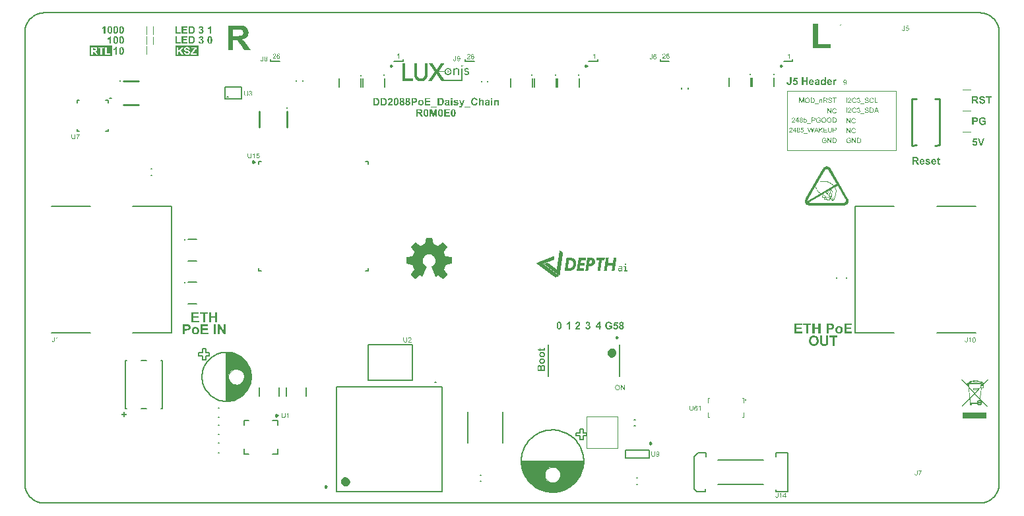
<source format=gto>
G04*
G04 #@! TF.GenerationSoftware,Altium Limited,Altium Designer,21.2.2 (38)*
G04*
G04 Layer_Color=65535*
%FSLAX44Y44*%
%MOMM*%
G71*
G04*
G04 #@! TF.SameCoordinates,2EB6EAD6-5C33-48E4-AA2B-E0AFE4ABDD4A*
G04*
G04*
G04 #@! TF.FilePolarity,Positive*
G04*
G01*
G75*
%ADD10C,0.2500*%
%ADD11C,0.2000*%
%ADD12C,0.1000*%
%ADD13C,0.6000*%
%ADD14C,0.2540*%
%ADD15C,0.2032*%
%ADD16C,0.2540*%
%ADD17C,0.1270*%
%ADD18C,0.1500*%
G36*
X560802Y563025D02*
X561040D01*
Y562995D01*
X561159D01*
Y562966D01*
X561249D01*
Y562936D01*
X561308D01*
Y562906D01*
X561368D01*
Y562876D01*
X561427D01*
Y562847D01*
X561457D01*
Y562817D01*
X561517D01*
Y562787D01*
X561547D01*
Y562757D01*
X561576D01*
Y562727D01*
X561606D01*
Y562698D01*
X561636D01*
Y562668D01*
X561666D01*
Y562638D01*
X561695D01*
Y562608D01*
X561725D01*
Y562579D01*
X561755D01*
Y562549D01*
Y562519D01*
X561785D01*
Y562489D01*
X561815D01*
Y562459D01*
Y562430D01*
X561844D01*
Y562400D01*
Y562370D01*
X561874D01*
Y562340D01*
Y562310D01*
X561904D01*
Y562281D01*
Y562251D01*
Y562221D01*
X561934D01*
Y562191D01*
Y562161D01*
Y562132D01*
Y562102D01*
X561964D01*
Y562072D01*
Y562042D01*
Y562012D01*
Y561983D01*
Y561953D01*
Y561923D01*
Y561893D01*
Y561864D01*
Y561834D01*
Y561804D01*
Y561774D01*
Y561744D01*
Y561715D01*
Y561685D01*
Y561655D01*
Y561625D01*
Y561595D01*
Y561566D01*
Y561536D01*
X561934D01*
Y561506D01*
Y561476D01*
Y561446D01*
Y561417D01*
X561904D01*
Y561387D01*
Y561357D01*
Y561327D01*
X561874D01*
Y561297D01*
Y561268D01*
X561844D01*
Y561238D01*
Y561208D01*
X561815D01*
Y561178D01*
Y561148D01*
X561785D01*
Y561119D01*
X561755D01*
Y561089D01*
Y561059D01*
X561725D01*
Y561029D01*
X561695D01*
Y561000D01*
X561666D01*
Y560970D01*
X561636D01*
Y560940D01*
X561606D01*
Y560910D01*
X561576D01*
Y560880D01*
X561547D01*
Y560851D01*
X561517D01*
Y560821D01*
X561457D01*
Y560791D01*
X561427D01*
Y560761D01*
X561368D01*
Y560731D01*
X561308D01*
Y560702D01*
X561249D01*
Y560672D01*
X561159D01*
Y560642D01*
X561040D01*
Y560612D01*
X560831D01*
Y560583D01*
X560623D01*
Y560612D01*
X560415D01*
Y560642D01*
X560295D01*
Y560672D01*
X560236D01*
Y560702D01*
X560146D01*
Y560731D01*
X560087D01*
Y560761D01*
X560057D01*
Y560791D01*
X559997D01*
Y560821D01*
X559968D01*
Y560851D01*
X559908D01*
Y560880D01*
X559878D01*
Y560910D01*
X559848D01*
Y560940D01*
X559819D01*
Y560970D01*
X559789D01*
Y561000D01*
X559759D01*
Y561029D01*
X559729D01*
Y561059D01*
Y561089D01*
X559700D01*
Y561119D01*
X559670D01*
Y561148D01*
Y561178D01*
X559640D01*
Y561208D01*
Y561238D01*
X559610D01*
Y561268D01*
Y561297D01*
X559580D01*
Y561327D01*
Y561357D01*
X559551D01*
Y561387D01*
Y561417D01*
Y561446D01*
X559521D01*
Y561476D01*
Y561506D01*
Y561536D01*
Y561566D01*
Y561595D01*
X559491D01*
Y561625D01*
Y561655D01*
Y561685D01*
Y561715D01*
Y561744D01*
Y561774D01*
Y561804D01*
Y561834D01*
Y561864D01*
Y561893D01*
Y561923D01*
Y561953D01*
Y561983D01*
Y562012D01*
Y562042D01*
X559521D01*
Y562072D01*
Y562102D01*
Y562132D01*
Y562161D01*
Y562191D01*
X559551D01*
Y562221D01*
Y562251D01*
Y562281D01*
X559580D01*
Y562310D01*
Y562340D01*
X559610D01*
Y562370D01*
Y562400D01*
X559640D01*
Y562430D01*
Y562459D01*
X559670D01*
Y562489D01*
Y562519D01*
X559700D01*
Y562549D01*
X559729D01*
Y562579D01*
Y562608D01*
X559759D01*
Y562638D01*
X559789D01*
Y562668D01*
X559819D01*
Y562698D01*
X559848D01*
Y562727D01*
X559878D01*
Y562757D01*
X559908D01*
Y562787D01*
X559968D01*
Y562817D01*
X559997D01*
Y562847D01*
X560057D01*
Y562876D01*
X560087D01*
Y562906D01*
X560146D01*
Y562936D01*
X560236D01*
Y562966D01*
X560325D01*
Y562995D01*
X560415D01*
Y563025D01*
X560653D01*
Y563055D01*
X560802D01*
Y563025D01*
D02*
G37*
G36*
X554159Y558884D02*
X554516D01*
Y558855D01*
X554695D01*
Y558825D01*
X554844D01*
Y558795D01*
X554963D01*
Y558765D01*
X555082D01*
Y558736D01*
X555171D01*
Y558706D01*
X555261D01*
Y558676D01*
X555350D01*
Y558646D01*
X555410D01*
Y558616D01*
X555469D01*
Y558587D01*
X555529D01*
Y558557D01*
X555588D01*
Y558527D01*
X555648D01*
Y558497D01*
X555708D01*
Y558467D01*
X555767D01*
Y558438D01*
X555797D01*
Y558408D01*
X555857D01*
Y558378D01*
X555886D01*
Y558348D01*
X555946D01*
Y558318D01*
X555976D01*
Y558289D01*
X556006D01*
Y558259D01*
X556065D01*
Y558229D01*
X556095D01*
Y558199D01*
X556125D01*
Y558170D01*
X556154D01*
Y558140D01*
X556184D01*
Y558110D01*
X556214D01*
Y558080D01*
X556244D01*
Y558050D01*
X556274D01*
Y558021D01*
X556303D01*
Y557991D01*
X556333D01*
Y557961D01*
X556363D01*
Y557931D01*
X556393D01*
Y557901D01*
X556423D01*
Y557872D01*
X556452D01*
Y557842D01*
X556482D01*
Y557812D01*
Y557782D01*
X556512D01*
Y557752D01*
X556542D01*
Y557723D01*
Y557693D01*
X556572D01*
Y557663D01*
X556601D01*
Y557633D01*
Y557603D01*
X556631D01*
Y557574D01*
X556661D01*
Y557544D01*
Y557514D01*
X556691D01*
Y557484D01*
Y557454D01*
X556720D01*
Y557425D01*
X556750D01*
Y557395D01*
Y557365D01*
X556780D01*
Y557335D01*
Y557305D01*
X556810D01*
Y557276D01*
Y557246D01*
Y557216D01*
X556840D01*
Y557186D01*
Y557157D01*
X556869D01*
Y557127D01*
Y557097D01*
X556899D01*
Y557067D01*
Y557037D01*
Y557008D01*
X556929D01*
Y556978D01*
Y556948D01*
Y556918D01*
X556959D01*
Y556889D01*
Y556859D01*
Y556829D01*
X556988D01*
Y556799D01*
Y556769D01*
Y556740D01*
Y556710D01*
X557018D01*
Y556680D01*
Y556650D01*
Y556620D01*
Y556591D01*
X557048D01*
Y556561D01*
Y556531D01*
Y556501D01*
Y556471D01*
Y556442D01*
X557078D01*
Y556412D01*
Y556382D01*
Y556352D01*
Y556323D01*
X557108D01*
Y556293D01*
Y556263D01*
Y556233D01*
Y556203D01*
Y556174D01*
Y556144D01*
Y556114D01*
Y556084D01*
X557137D01*
Y556054D01*
Y556025D01*
Y555995D01*
Y555965D01*
Y555935D01*
Y555905D01*
Y555876D01*
Y555846D01*
Y555816D01*
Y555786D01*
Y555756D01*
X557167D01*
Y555727D01*
Y555697D01*
Y555667D01*
Y555637D01*
Y555607D01*
Y555578D01*
Y555548D01*
Y555518D01*
Y555488D01*
Y555458D01*
Y555429D01*
Y555399D01*
Y555369D01*
Y555339D01*
Y555310D01*
Y555280D01*
Y555250D01*
Y555220D01*
Y555191D01*
Y555161D01*
Y555131D01*
Y555101D01*
Y555071D01*
Y555042D01*
Y555012D01*
Y554982D01*
Y554952D01*
Y554922D01*
Y554893D01*
Y554863D01*
Y554833D01*
Y554803D01*
Y554773D01*
Y554744D01*
Y554714D01*
Y554684D01*
Y554654D01*
Y554624D01*
Y554595D01*
Y554565D01*
Y554535D01*
Y554505D01*
Y554475D01*
Y554446D01*
Y554416D01*
Y554386D01*
Y554356D01*
Y554327D01*
Y554297D01*
Y554267D01*
Y554237D01*
Y554207D01*
Y554178D01*
Y554148D01*
Y554118D01*
Y554088D01*
Y554058D01*
Y554029D01*
Y553999D01*
Y553969D01*
Y553939D01*
Y553909D01*
Y553880D01*
Y553850D01*
Y553820D01*
Y553790D01*
Y553760D01*
Y553731D01*
Y553701D01*
Y553671D01*
Y553641D01*
Y553611D01*
Y553582D01*
Y553552D01*
Y553522D01*
Y553492D01*
Y553463D01*
Y553433D01*
Y553403D01*
Y553373D01*
Y553343D01*
Y553314D01*
Y553284D01*
Y553254D01*
Y553224D01*
Y553194D01*
Y553165D01*
Y553135D01*
Y553105D01*
Y553075D01*
Y553046D01*
Y553016D01*
Y552986D01*
Y552956D01*
Y552926D01*
Y552897D01*
Y552867D01*
Y552837D01*
Y552807D01*
Y552777D01*
Y552748D01*
Y552718D01*
Y552688D01*
Y552658D01*
Y552629D01*
Y552599D01*
Y552569D01*
Y552539D01*
Y552509D01*
Y552480D01*
Y552450D01*
Y552420D01*
Y552390D01*
Y552360D01*
Y552331D01*
Y552301D01*
Y552271D01*
Y552241D01*
Y552211D01*
Y552182D01*
Y552152D01*
Y552122D01*
Y552092D01*
Y552062D01*
Y552033D01*
Y552003D01*
Y551973D01*
Y551943D01*
Y551913D01*
Y551884D01*
Y551854D01*
Y551824D01*
Y551794D01*
Y551765D01*
Y551735D01*
Y551705D01*
Y551675D01*
Y551645D01*
Y551616D01*
Y551586D01*
Y551556D01*
Y551526D01*
Y551496D01*
Y551467D01*
Y551437D01*
Y551407D01*
Y551377D01*
Y551348D01*
Y551318D01*
Y551288D01*
Y551258D01*
Y551228D01*
Y551199D01*
Y551169D01*
Y551139D01*
Y551109D01*
Y551079D01*
Y551050D01*
Y551020D01*
Y550990D01*
Y550960D01*
Y550930D01*
Y550901D01*
Y550871D01*
Y550841D01*
Y550811D01*
Y550781D01*
Y550752D01*
Y550722D01*
Y550692D01*
Y550662D01*
Y550633D01*
Y550603D01*
Y550573D01*
Y550543D01*
Y550513D01*
Y550484D01*
Y550454D01*
Y550424D01*
Y550394D01*
Y550364D01*
Y550335D01*
Y550305D01*
Y550275D01*
Y550245D01*
Y550215D01*
Y550186D01*
Y550156D01*
Y550126D01*
Y550096D01*
X555737D01*
Y550126D01*
Y550156D01*
Y550186D01*
Y550215D01*
Y550245D01*
Y550275D01*
Y550305D01*
Y550335D01*
Y550364D01*
Y550394D01*
Y550424D01*
Y550454D01*
Y550484D01*
Y550513D01*
Y550543D01*
Y550573D01*
Y550603D01*
Y550633D01*
Y550662D01*
Y550692D01*
Y550722D01*
Y550752D01*
Y550781D01*
Y550811D01*
Y550841D01*
Y550871D01*
Y550901D01*
Y550930D01*
Y550960D01*
Y550990D01*
Y551020D01*
Y551050D01*
Y551079D01*
Y551109D01*
Y551139D01*
Y551169D01*
Y551199D01*
Y551228D01*
Y551258D01*
Y551288D01*
Y551318D01*
Y551348D01*
Y551377D01*
Y551407D01*
Y551437D01*
Y551467D01*
Y551496D01*
Y551526D01*
Y551556D01*
Y551586D01*
Y551616D01*
Y551645D01*
Y551675D01*
Y551705D01*
Y551735D01*
Y551765D01*
Y551794D01*
Y551824D01*
Y551854D01*
Y551884D01*
Y551913D01*
Y551943D01*
Y551973D01*
Y552003D01*
Y552033D01*
Y552062D01*
Y552092D01*
Y552122D01*
Y552152D01*
Y552182D01*
Y552211D01*
Y552241D01*
Y552271D01*
Y552301D01*
Y552331D01*
Y552360D01*
Y552390D01*
Y552420D01*
Y552450D01*
Y552480D01*
Y552509D01*
Y552539D01*
Y552569D01*
Y552599D01*
Y552629D01*
Y552658D01*
Y552688D01*
Y552718D01*
Y552748D01*
Y552777D01*
Y552807D01*
Y552837D01*
Y552867D01*
Y552897D01*
Y552926D01*
Y552956D01*
Y552986D01*
Y553016D01*
Y553046D01*
Y553075D01*
Y553105D01*
Y553135D01*
Y553165D01*
Y553194D01*
Y553224D01*
Y553254D01*
Y553284D01*
Y553314D01*
Y553343D01*
Y553373D01*
Y553403D01*
Y553433D01*
Y553463D01*
Y553492D01*
Y553522D01*
Y553552D01*
Y553582D01*
Y553611D01*
Y553641D01*
Y553671D01*
Y553701D01*
Y553731D01*
Y553760D01*
Y553790D01*
Y553820D01*
Y553850D01*
Y553880D01*
Y553909D01*
Y553939D01*
Y553969D01*
Y553999D01*
Y554029D01*
Y554058D01*
Y554088D01*
Y554118D01*
Y554148D01*
Y554178D01*
Y554207D01*
Y554237D01*
Y554267D01*
Y554297D01*
Y554327D01*
Y554356D01*
Y554386D01*
Y554416D01*
Y554446D01*
Y554475D01*
Y554505D01*
Y554535D01*
Y554565D01*
Y554595D01*
Y554624D01*
Y554654D01*
Y554684D01*
Y554714D01*
Y554744D01*
Y554773D01*
Y554803D01*
Y554833D01*
Y554863D01*
Y554893D01*
Y554922D01*
Y554952D01*
Y554982D01*
Y555012D01*
Y555042D01*
Y555071D01*
Y555101D01*
Y555131D01*
Y555161D01*
Y555191D01*
Y555220D01*
Y555250D01*
Y555280D01*
Y555310D01*
Y555339D01*
Y555369D01*
Y555399D01*
Y555429D01*
Y555458D01*
Y555488D01*
Y555518D01*
Y555548D01*
Y555578D01*
Y555607D01*
Y555637D01*
Y555667D01*
Y555697D01*
X555708D01*
Y555727D01*
Y555756D01*
Y555786D01*
Y555816D01*
Y555846D01*
Y555876D01*
Y555905D01*
X555678D01*
Y555935D01*
Y555965D01*
Y555995D01*
Y556025D01*
Y556054D01*
Y556084D01*
X555648D01*
Y556114D01*
Y556144D01*
Y556174D01*
Y556203D01*
X555618D01*
Y556233D01*
Y556263D01*
Y556293D01*
X555588D01*
Y556323D01*
Y556352D01*
Y556382D01*
X555559D01*
Y556412D01*
Y556442D01*
Y556471D01*
X555529D01*
Y556501D01*
Y556531D01*
X555499D01*
Y556561D01*
Y556591D01*
X555469D01*
Y556620D01*
Y556650D01*
Y556680D01*
X555439D01*
Y556710D01*
Y556740D01*
X555410D01*
Y556769D01*
X555380D01*
Y556799D01*
Y556829D01*
X555350D01*
Y556859D01*
X555320D01*
Y556889D01*
Y556918D01*
X555290D01*
Y556948D01*
X555261D01*
Y556978D01*
Y557008D01*
X555231D01*
Y557037D01*
X555201D01*
Y557067D01*
X555171D01*
Y557097D01*
X555142D01*
Y557127D01*
X555112D01*
Y557157D01*
X555082D01*
Y557186D01*
X555052D01*
Y557216D01*
X554993D01*
Y557246D01*
X554963D01*
Y557276D01*
X554933D01*
Y557305D01*
X554873D01*
Y557335D01*
X554814D01*
Y557365D01*
X554784D01*
Y557395D01*
X554725D01*
Y557425D01*
X554635D01*
Y557454D01*
X554576D01*
Y557484D01*
X554486D01*
Y557514D01*
X554367D01*
Y557544D01*
X554218D01*
Y557574D01*
X553950D01*
Y557603D01*
X553563D01*
Y557574D01*
X553265D01*
Y557544D01*
X553116D01*
Y557514D01*
X552967D01*
Y557484D01*
X552878D01*
Y557454D01*
X552788D01*
Y557425D01*
X552699D01*
Y557395D01*
X552639D01*
Y557365D01*
X552550D01*
Y557335D01*
X552490D01*
Y557305D01*
X552431D01*
Y557276D01*
X552401D01*
Y557246D01*
X552341D01*
Y557216D01*
X552312D01*
Y557186D01*
X552252D01*
Y557157D01*
X552222D01*
Y557127D01*
X552163D01*
Y557097D01*
X552133D01*
Y557067D01*
X552103D01*
Y557037D01*
X552073D01*
Y557008D01*
X552014D01*
Y556978D01*
X551984D01*
Y556948D01*
X551954D01*
Y556918D01*
X551924D01*
Y556889D01*
Y556859D01*
X551894D01*
Y556829D01*
X551865D01*
Y556799D01*
X551835D01*
Y556769D01*
X551805D01*
Y556740D01*
X551775D01*
Y556710D01*
X551745D01*
Y556680D01*
Y556650D01*
X551716D01*
Y556620D01*
X551686D01*
Y556591D01*
Y556561D01*
X551656D01*
Y556531D01*
X551626D01*
Y556501D01*
Y556471D01*
X551596D01*
Y556442D01*
Y556412D01*
X551567D01*
Y556382D01*
X551537D01*
Y556352D01*
Y556323D01*
X551507D01*
Y556293D01*
Y556263D01*
X551477D01*
Y556233D01*
Y556203D01*
X551447D01*
Y556174D01*
Y556144D01*
Y556114D01*
X551418D01*
Y556084D01*
Y556054D01*
X551388D01*
Y556025D01*
Y555995D01*
Y555965D01*
X551358D01*
Y555935D01*
Y555905D01*
Y555876D01*
X551328D01*
Y555846D01*
Y555816D01*
X551299D01*
Y555786D01*
Y555756D01*
Y555727D01*
Y555697D01*
X551269D01*
Y555667D01*
Y555637D01*
Y555607D01*
Y555578D01*
X551239D01*
Y555548D01*
Y555518D01*
Y555488D01*
Y555458D01*
X551209D01*
Y555429D01*
Y555399D01*
Y555369D01*
Y555339D01*
Y555310D01*
X551179D01*
Y555280D01*
Y555250D01*
Y555220D01*
Y555191D01*
Y555161D01*
Y555131D01*
X551150D01*
Y555101D01*
Y555071D01*
Y555042D01*
Y555012D01*
Y554982D01*
Y554952D01*
Y554922D01*
Y554893D01*
Y554863D01*
X551120D01*
Y554833D01*
Y554803D01*
Y554773D01*
Y554744D01*
Y554714D01*
Y554684D01*
Y554654D01*
Y554624D01*
Y554595D01*
Y554565D01*
Y554535D01*
Y554505D01*
Y554475D01*
Y554446D01*
Y554416D01*
Y554386D01*
Y554356D01*
Y554327D01*
Y554297D01*
Y554267D01*
Y554237D01*
Y554207D01*
Y554178D01*
Y554148D01*
Y554118D01*
Y554088D01*
Y554058D01*
Y554029D01*
Y553999D01*
Y553969D01*
Y553939D01*
Y553909D01*
Y553880D01*
Y553850D01*
Y553820D01*
Y553790D01*
Y553760D01*
Y553731D01*
Y553701D01*
Y553671D01*
Y553641D01*
Y553611D01*
Y553582D01*
Y553552D01*
Y553522D01*
Y553492D01*
Y553463D01*
Y553433D01*
Y553403D01*
Y553373D01*
Y553343D01*
Y553314D01*
Y553284D01*
Y553254D01*
Y553224D01*
Y553194D01*
Y553165D01*
Y553135D01*
Y553105D01*
Y553075D01*
Y553046D01*
Y553016D01*
Y552986D01*
Y552956D01*
Y552926D01*
Y552897D01*
Y552867D01*
Y552837D01*
Y552807D01*
Y552777D01*
Y552748D01*
Y552718D01*
Y552688D01*
Y552658D01*
Y552629D01*
Y552599D01*
Y552569D01*
Y552539D01*
Y552509D01*
Y552480D01*
Y552450D01*
Y552420D01*
Y552390D01*
Y552360D01*
Y552331D01*
Y552301D01*
Y552271D01*
Y552241D01*
Y552211D01*
Y552182D01*
Y552152D01*
Y552122D01*
Y552092D01*
Y552062D01*
Y552033D01*
Y552003D01*
Y551973D01*
Y551943D01*
Y551913D01*
Y551884D01*
Y551854D01*
Y551824D01*
Y551794D01*
Y551765D01*
Y551735D01*
Y551705D01*
Y551675D01*
Y551645D01*
Y551616D01*
Y551586D01*
Y551556D01*
Y551526D01*
Y551496D01*
Y551467D01*
Y551437D01*
Y551407D01*
Y551377D01*
Y551348D01*
Y551318D01*
Y551288D01*
Y551258D01*
Y551228D01*
Y551199D01*
Y551169D01*
Y551139D01*
Y551109D01*
Y551079D01*
Y551050D01*
Y551020D01*
Y550990D01*
Y550960D01*
Y550930D01*
Y550901D01*
Y550871D01*
Y550841D01*
Y550811D01*
Y550781D01*
Y550752D01*
Y550722D01*
Y550692D01*
Y550662D01*
Y550633D01*
Y550603D01*
Y550573D01*
Y550543D01*
Y550513D01*
Y550484D01*
Y550454D01*
Y550424D01*
Y550394D01*
Y550364D01*
Y550335D01*
Y550305D01*
Y550275D01*
Y550245D01*
Y550215D01*
Y550186D01*
Y550156D01*
Y550126D01*
Y550096D01*
X549690D01*
Y550126D01*
Y550156D01*
Y550186D01*
Y550215D01*
Y550245D01*
Y550275D01*
Y550305D01*
Y550335D01*
Y550364D01*
Y550394D01*
Y550424D01*
Y550454D01*
Y550484D01*
Y550513D01*
Y550543D01*
Y550573D01*
Y550603D01*
Y550633D01*
Y550662D01*
Y550692D01*
Y550722D01*
Y550752D01*
Y550781D01*
Y550811D01*
Y550841D01*
Y550871D01*
Y550901D01*
Y550930D01*
Y550960D01*
Y550990D01*
Y551020D01*
Y551050D01*
Y551079D01*
Y551109D01*
Y551139D01*
Y551169D01*
Y551199D01*
Y551228D01*
Y551258D01*
Y551288D01*
Y551318D01*
Y551348D01*
Y551377D01*
Y551407D01*
Y551437D01*
Y551467D01*
Y551496D01*
Y551526D01*
Y551556D01*
Y551586D01*
Y551616D01*
Y551645D01*
Y551675D01*
Y551705D01*
Y551735D01*
Y551765D01*
Y551794D01*
Y551824D01*
Y551854D01*
Y551884D01*
Y551913D01*
Y551943D01*
Y551973D01*
Y552003D01*
Y552033D01*
Y552062D01*
Y552092D01*
Y552122D01*
Y552152D01*
Y552182D01*
Y552211D01*
Y552241D01*
Y552271D01*
Y552301D01*
Y552331D01*
Y552360D01*
Y552390D01*
Y552420D01*
Y552450D01*
Y552480D01*
Y552509D01*
Y552539D01*
Y552569D01*
Y552599D01*
Y552629D01*
Y552658D01*
Y552688D01*
Y552718D01*
Y552748D01*
Y552777D01*
Y552807D01*
Y552837D01*
Y552867D01*
Y552897D01*
Y552926D01*
Y552956D01*
Y552986D01*
Y553016D01*
Y553046D01*
Y553075D01*
Y553105D01*
Y553135D01*
Y553165D01*
Y553194D01*
Y553224D01*
Y553254D01*
Y553284D01*
Y553314D01*
Y553343D01*
Y553373D01*
Y553403D01*
Y553433D01*
Y553463D01*
Y553492D01*
Y553522D01*
Y553552D01*
Y553582D01*
Y553611D01*
Y553641D01*
Y553671D01*
Y553701D01*
Y553731D01*
Y553760D01*
Y553790D01*
Y553820D01*
Y553850D01*
Y553880D01*
Y553909D01*
Y553939D01*
Y553969D01*
Y553999D01*
Y554029D01*
Y554058D01*
Y554088D01*
Y554118D01*
Y554148D01*
Y554178D01*
Y554207D01*
Y554237D01*
Y554267D01*
Y554297D01*
Y554327D01*
Y554356D01*
Y554386D01*
Y554416D01*
Y554446D01*
Y554475D01*
Y554505D01*
Y554535D01*
Y554565D01*
Y554595D01*
Y554624D01*
Y554654D01*
Y554684D01*
Y554714D01*
Y554744D01*
Y554773D01*
Y554803D01*
Y554833D01*
Y554863D01*
Y554893D01*
Y554922D01*
Y554952D01*
Y554982D01*
Y555012D01*
Y555042D01*
Y555071D01*
Y555101D01*
Y555131D01*
Y555161D01*
Y555191D01*
Y555220D01*
Y555250D01*
Y555280D01*
Y555310D01*
Y555339D01*
Y555369D01*
Y555399D01*
Y555429D01*
Y555458D01*
Y555488D01*
Y555518D01*
Y555548D01*
Y555578D01*
Y555607D01*
Y555637D01*
Y555667D01*
Y555697D01*
Y555727D01*
Y555756D01*
Y555786D01*
Y555816D01*
Y555846D01*
Y555876D01*
Y555905D01*
Y555935D01*
Y555965D01*
Y555995D01*
Y556025D01*
Y556054D01*
Y556084D01*
Y556114D01*
Y556144D01*
Y556174D01*
Y556203D01*
Y556233D01*
Y556263D01*
Y556293D01*
Y556323D01*
Y556352D01*
Y556382D01*
Y556412D01*
Y556442D01*
Y556471D01*
Y556501D01*
Y556531D01*
Y556561D01*
Y556591D01*
Y556620D01*
Y556650D01*
Y556680D01*
Y556710D01*
Y556740D01*
Y556769D01*
Y556799D01*
Y556829D01*
Y556859D01*
Y556889D01*
Y556918D01*
Y556948D01*
Y556978D01*
Y557008D01*
Y557037D01*
Y557067D01*
Y557097D01*
Y557127D01*
Y557157D01*
Y557186D01*
Y557216D01*
Y557246D01*
X549660D01*
Y557276D01*
Y557305D01*
Y557335D01*
Y557365D01*
Y557395D01*
Y557425D01*
Y557454D01*
Y557484D01*
Y557514D01*
Y557544D01*
Y557574D01*
Y557603D01*
Y557633D01*
Y557663D01*
Y557693D01*
Y557723D01*
Y557752D01*
Y557782D01*
Y557812D01*
Y557842D01*
X549630D01*
Y557872D01*
Y557901D01*
Y557931D01*
Y557961D01*
Y557991D01*
Y558021D01*
Y558050D01*
Y558080D01*
Y558110D01*
Y558140D01*
Y558170D01*
Y558199D01*
Y558229D01*
Y558259D01*
Y558289D01*
Y558318D01*
Y558348D01*
Y558378D01*
Y558408D01*
Y558438D01*
Y558467D01*
X549600D01*
Y558497D01*
Y558527D01*
Y558557D01*
Y558587D01*
Y558616D01*
Y558646D01*
Y558676D01*
X550971D01*
Y558646D01*
Y558616D01*
Y558587D01*
Y558557D01*
Y558527D01*
Y558497D01*
Y558467D01*
Y558438D01*
Y558408D01*
Y558378D01*
Y558348D01*
Y558318D01*
Y558289D01*
Y558259D01*
Y558229D01*
Y558199D01*
Y558170D01*
Y558140D01*
Y558110D01*
Y558080D01*
Y558050D01*
Y558021D01*
Y557991D01*
Y557961D01*
Y557931D01*
Y557901D01*
Y557872D01*
Y557842D01*
X551001D01*
Y557812D01*
Y557782D01*
Y557752D01*
Y557723D01*
Y557693D01*
Y557663D01*
Y557633D01*
Y557603D01*
Y557574D01*
Y557544D01*
Y557514D01*
Y557484D01*
Y557454D01*
Y557425D01*
Y557395D01*
Y557365D01*
Y557335D01*
Y557305D01*
Y557276D01*
X551060D01*
Y557305D01*
Y557335D01*
X551090D01*
Y557365D01*
Y557395D01*
X551120D01*
Y557425D01*
Y557454D01*
X551150D01*
Y557484D01*
X551179D01*
Y557514D01*
Y557544D01*
X551209D01*
Y557574D01*
X551239D01*
Y557603D01*
Y557633D01*
X551269D01*
Y557663D01*
X551299D01*
Y557693D01*
Y557723D01*
X551328D01*
Y557752D01*
X551358D01*
Y557782D01*
X551388D01*
Y557812D01*
X551418D01*
Y557842D01*
X551447D01*
Y557872D01*
Y557901D01*
X551477D01*
Y557931D01*
X551507D01*
Y557961D01*
X551537D01*
Y557991D01*
X551567D01*
Y558021D01*
X551596D01*
Y558050D01*
X551626D01*
Y558080D01*
X551686D01*
Y558110D01*
X551716D01*
Y558140D01*
X551745D01*
Y558170D01*
X551775D01*
Y558199D01*
X551805D01*
Y558229D01*
X551865D01*
Y558259D01*
X551894D01*
Y558289D01*
X551954D01*
Y558318D01*
X551984D01*
Y558348D01*
X552014D01*
Y558378D01*
X552073D01*
Y558408D01*
X552133D01*
Y558438D01*
X552163D01*
Y558467D01*
X552222D01*
Y558497D01*
X552282D01*
Y558527D01*
X552341D01*
Y558557D01*
X552401D01*
Y558587D01*
X552460D01*
Y558616D01*
X552520D01*
Y558646D01*
X552609D01*
Y558676D01*
X552669D01*
Y558706D01*
X552758D01*
Y558736D01*
X552848D01*
Y558765D01*
X552967D01*
Y558795D01*
X553056D01*
Y558825D01*
X553205D01*
Y558855D01*
X553384D01*
Y558884D01*
X553682D01*
Y558914D01*
X554159D01*
Y558884D01*
D02*
G37*
G36*
X538310Y565051D02*
X538280D01*
Y565021D01*
X538250D01*
Y564991D01*
Y564962D01*
X538221D01*
Y564932D01*
X538191D01*
Y564902D01*
Y564872D01*
X538161D01*
Y564842D01*
X538131D01*
Y564813D01*
X538101D01*
Y564783D01*
Y564753D01*
X538072D01*
Y564723D01*
X538042D01*
Y564694D01*
Y564664D01*
X538012D01*
Y564634D01*
X537982D01*
Y564604D01*
X537952D01*
Y564574D01*
Y564545D01*
X537923D01*
Y564515D01*
X537893D01*
Y564485D01*
Y564455D01*
X537863D01*
Y564426D01*
X537833D01*
Y564396D01*
X537804D01*
Y564366D01*
Y564336D01*
X537774D01*
Y564306D01*
X537744D01*
Y564277D01*
Y564247D01*
X537714D01*
Y564217D01*
X537684D01*
Y564187D01*
X537655D01*
Y564157D01*
Y564128D01*
X537625D01*
Y564098D01*
X537595D01*
Y564068D01*
Y564038D01*
X537565D01*
Y564008D01*
X537536D01*
Y563979D01*
Y563949D01*
X537506D01*
Y563919D01*
X537476D01*
Y563889D01*
X537446D01*
Y563859D01*
Y563830D01*
X537416D01*
Y563800D01*
X537387D01*
Y563770D01*
Y563740D01*
X537357D01*
Y563711D01*
X537327D01*
Y563681D01*
X537297D01*
Y563651D01*
Y563621D01*
X537267D01*
Y563591D01*
X537238D01*
Y563562D01*
Y563532D01*
X537208D01*
Y563502D01*
X537178D01*
Y563472D01*
X537148D01*
Y563442D01*
Y563413D01*
X537118D01*
Y563383D01*
X537089D01*
Y563353D01*
Y563323D01*
X537059D01*
Y563293D01*
X537029D01*
Y563264D01*
X536999D01*
Y563234D01*
Y563204D01*
X536969D01*
Y563174D01*
X536940D01*
Y563144D01*
Y563115D01*
X536910D01*
Y563085D01*
X536880D01*
Y563055D01*
Y563025D01*
X536850D01*
Y562995D01*
X536820D01*
Y562966D01*
X536791D01*
Y562936D01*
Y562906D01*
X536761D01*
Y562876D01*
X536731D01*
Y562847D01*
Y562817D01*
X536701D01*
Y562787D01*
X536671D01*
Y562757D01*
X536642D01*
Y562727D01*
Y562698D01*
X536612D01*
Y562668D01*
X536582D01*
Y562638D01*
Y562608D01*
X536552D01*
Y562579D01*
X536522D01*
Y562549D01*
X536493D01*
Y562519D01*
Y562489D01*
X536463D01*
Y562459D01*
X536433D01*
Y562430D01*
Y562400D01*
X536403D01*
Y562370D01*
X536374D01*
Y562340D01*
X536344D01*
Y562310D01*
Y562281D01*
X536314D01*
Y562251D01*
X536284D01*
Y562221D01*
Y562191D01*
X536255D01*
Y562161D01*
X536225D01*
Y562132D01*
X536195D01*
Y562102D01*
Y562072D01*
X536165D01*
Y562042D01*
X536135D01*
Y562012D01*
Y561983D01*
X536105D01*
Y561953D01*
X536076D01*
Y561923D01*
Y561893D01*
X536046D01*
Y561864D01*
X536016D01*
Y561834D01*
X535986D01*
Y561804D01*
Y561774D01*
X535956D01*
Y561744D01*
X535927D01*
Y561715D01*
Y561685D01*
X535897D01*
Y561655D01*
X535867D01*
Y561625D01*
X535837D01*
Y561595D01*
Y561566D01*
X535807D01*
Y561536D01*
X535778D01*
Y561506D01*
Y561476D01*
X535748D01*
Y561446D01*
X535718D01*
Y561417D01*
X535688D01*
Y561387D01*
Y561357D01*
X535659D01*
Y561327D01*
X535629D01*
Y561297D01*
Y561268D01*
X535599D01*
Y561238D01*
X535569D01*
Y561208D01*
X535540D01*
Y561178D01*
Y561148D01*
X535510D01*
Y561119D01*
X535480D01*
Y561089D01*
Y561059D01*
X535450D01*
Y561029D01*
X535420D01*
Y561000D01*
X535391D01*
Y560970D01*
Y560940D01*
X535361D01*
Y560910D01*
X535331D01*
Y560880D01*
Y560851D01*
X535301D01*
Y560821D01*
X535271D01*
Y560791D01*
Y560761D01*
X535242D01*
Y560731D01*
X535212D01*
Y560702D01*
X535182D01*
Y560672D01*
Y560642D01*
X535152D01*
Y560612D01*
X535122D01*
Y560583D01*
Y560553D01*
X535093D01*
Y560523D01*
X535063D01*
Y560493D01*
X535033D01*
Y560463D01*
Y560434D01*
X535003D01*
Y560404D01*
X534973D01*
Y560374D01*
Y560344D01*
X534944D01*
Y560314D01*
X534914D01*
Y560285D01*
X534884D01*
Y560255D01*
Y560225D01*
X534854D01*
Y560195D01*
X534824D01*
Y560165D01*
Y560136D01*
X534795D01*
Y560106D01*
X534765D01*
Y560076D01*
X534735D01*
Y560046D01*
Y560017D01*
X534705D01*
Y559987D01*
X534676D01*
Y559957D01*
Y559927D01*
X534646D01*
Y559897D01*
X534616D01*
Y559868D01*
X534586D01*
Y559838D01*
Y559808D01*
X534556D01*
Y559778D01*
X534527D01*
Y559748D01*
Y559719D01*
X534497D01*
Y559689D01*
X534467D01*
Y559659D01*
Y559629D01*
X534437D01*
Y559599D01*
X534407D01*
Y559570D01*
X534378D01*
Y559540D01*
Y559510D01*
X534348D01*
Y559480D01*
X534318D01*
Y559450D01*
Y559421D01*
X534288D01*
Y559391D01*
X534258D01*
Y559361D01*
X534229D01*
Y559331D01*
Y559301D01*
X534199D01*
Y559272D01*
X534169D01*
Y559242D01*
Y559212D01*
X534139D01*
Y559182D01*
X534109D01*
Y559153D01*
X534080D01*
Y559123D01*
Y559093D01*
X534050D01*
Y559063D01*
X534020D01*
Y559033D01*
Y559004D01*
X533990D01*
Y558974D01*
X533961D01*
Y558944D01*
X533931D01*
Y558914D01*
Y558884D01*
X533901D01*
Y558855D01*
X533871D01*
Y558825D01*
Y558795D01*
X533841D01*
Y558765D01*
X533812D01*
Y558736D01*
Y558706D01*
X533782D01*
Y558676D01*
X533752D01*
Y558646D01*
X533722D01*
Y558616D01*
Y558587D01*
X533692D01*
Y558557D01*
X533663D01*
Y558527D01*
Y558497D01*
X533633D01*
Y558467D01*
X533603D01*
Y558438D01*
X533573D01*
Y558408D01*
Y558378D01*
X533544D01*
Y558348D01*
X533514D01*
Y558318D01*
Y558289D01*
X533484D01*
Y558259D01*
X533454D01*
Y558229D01*
X533424D01*
Y558199D01*
Y558170D01*
X533395D01*
Y558140D01*
X533365D01*
Y558110D01*
Y558080D01*
X533335D01*
Y558050D01*
X533305D01*
Y558021D01*
X533275D01*
Y557991D01*
Y557961D01*
X533246D01*
Y557931D01*
X533216D01*
Y557901D01*
Y557872D01*
X533186D01*
Y557842D01*
X533156D01*
Y557812D01*
X533126D01*
Y557782D01*
Y557752D01*
X533097D01*
Y557723D01*
X533067D01*
Y557693D01*
Y557663D01*
X533037D01*
Y557633D01*
X533007D01*
Y557603D01*
Y557574D01*
X532977D01*
Y557544D01*
X532948D01*
Y557514D01*
X532918D01*
Y557484D01*
Y557454D01*
X532888D01*
Y557425D01*
X532858D01*
Y557395D01*
Y557365D01*
X532829D01*
Y557335D01*
X532799D01*
Y557305D01*
X532769D01*
Y557276D01*
Y557246D01*
X532739D01*
Y557216D01*
X532709D01*
Y557186D01*
Y557157D01*
X532680D01*
Y557127D01*
X532650D01*
Y557097D01*
X532620D01*
Y557067D01*
Y557037D01*
X532590D01*
Y557008D01*
X532560D01*
Y556978D01*
Y556948D01*
X532531D01*
Y556918D01*
X532501D01*
Y556889D01*
X532471D01*
Y556859D01*
Y556829D01*
X532441D01*
Y556799D01*
X532411D01*
Y556769D01*
Y556740D01*
X532382D01*
Y556710D01*
X532352D01*
Y556680D01*
X532322D01*
Y556650D01*
Y556620D01*
X532292D01*
Y556591D01*
X532262D01*
Y556561D01*
Y556531D01*
X532233D01*
Y556501D01*
X532203D01*
Y556471D01*
Y556442D01*
X532173D01*
Y556412D01*
X532143D01*
Y556382D01*
X532114D01*
Y556352D01*
Y556323D01*
X532084D01*
Y556293D01*
X532054D01*
Y556263D01*
Y556233D01*
X532024D01*
Y556203D01*
X531994D01*
Y556174D01*
X531965D01*
Y556144D01*
Y556114D01*
X531935D01*
Y556084D01*
X531905D01*
Y556054D01*
Y556025D01*
X531875D01*
Y555995D01*
X531846D01*
Y555965D01*
X531816D01*
Y555935D01*
Y555905D01*
X531786D01*
Y555876D01*
X531756D01*
Y555846D01*
Y555816D01*
X531726D01*
Y555786D01*
X531697D01*
Y555756D01*
X531667D01*
Y555727D01*
Y555697D01*
X531637D01*
Y555667D01*
X531607D01*
Y555637D01*
Y555607D01*
X531577D01*
Y555578D01*
X531548D01*
Y555548D01*
Y555518D01*
X531518D01*
Y555488D01*
X531488D01*
Y555458D01*
X531458D01*
Y555429D01*
Y555399D01*
X531428D01*
Y555369D01*
X531399D01*
Y555339D01*
Y555310D01*
X531369D01*
Y555280D01*
X531339D01*
Y555250D01*
X531309D01*
Y555220D01*
Y555191D01*
X531279D01*
Y555161D01*
X531250D01*
Y555131D01*
Y555101D01*
X538340D01*
Y555131D01*
Y555161D01*
Y555191D01*
Y555220D01*
X538369D01*
Y555250D01*
Y555280D01*
Y555310D01*
Y555339D01*
Y555369D01*
X538399D01*
Y555399D01*
Y555429D01*
Y555458D01*
Y555488D01*
Y555518D01*
X538429D01*
Y555548D01*
Y555578D01*
Y555607D01*
Y555637D01*
X538459D01*
Y555667D01*
Y555697D01*
Y555727D01*
Y555756D01*
X538489D01*
Y555786D01*
Y555816D01*
Y555846D01*
Y555876D01*
X538518D01*
Y555905D01*
Y555935D01*
Y555965D01*
X538548D01*
Y555995D01*
Y556025D01*
Y556054D01*
X538578D01*
Y556084D01*
Y556114D01*
X538608D01*
Y556144D01*
Y556174D01*
Y556203D01*
X538638D01*
Y556233D01*
Y556263D01*
X538667D01*
Y556293D01*
Y556323D01*
X538697D01*
Y556352D01*
Y556382D01*
Y556412D01*
X538727D01*
Y556442D01*
Y556471D01*
X538757D01*
Y556501D01*
Y556531D01*
X538787D01*
Y556561D01*
Y556591D01*
X538816D01*
Y556620D01*
X538846D01*
Y556650D01*
Y556680D01*
X538876D01*
Y556710D01*
Y556740D01*
X538906D01*
Y556769D01*
Y556799D01*
X538936D01*
Y556829D01*
Y556859D01*
X538965D01*
Y556889D01*
X538995D01*
Y556918D01*
Y556948D01*
X539025D01*
Y556978D01*
X539055D01*
Y557008D01*
Y557037D01*
X539085D01*
Y557067D01*
X539114D01*
Y557097D01*
Y557127D01*
X539144D01*
Y557157D01*
X539174D01*
Y557186D01*
X539204D01*
Y557216D01*
Y557246D01*
X539233D01*
Y557276D01*
X539263D01*
Y557305D01*
X539293D01*
Y557335D01*
X539323D01*
Y557365D01*
X539353D01*
Y557395D01*
Y557425D01*
X539382D01*
Y557454D01*
X539412D01*
Y557484D01*
X539442D01*
Y557514D01*
X539472D01*
Y557544D01*
X539502D01*
Y557574D01*
X539531D01*
Y557603D01*
X539561D01*
Y557633D01*
X539591D01*
Y557663D01*
X539621D01*
Y557693D01*
X539651D01*
Y557723D01*
X539680D01*
Y557752D01*
X539710D01*
Y557782D01*
X539740D01*
Y557812D01*
X539770D01*
Y557842D01*
X539829D01*
Y557872D01*
X539859D01*
Y557901D01*
X539889D01*
Y557931D01*
X539919D01*
Y557961D01*
X539978D01*
Y557991D01*
X540008D01*
Y558021D01*
X540038D01*
Y558050D01*
X540068D01*
Y558080D01*
X540127D01*
Y558110D01*
X540187D01*
Y558140D01*
X540216D01*
Y558170D01*
X540276D01*
Y558199D01*
X540306D01*
Y558229D01*
X540365D01*
Y558259D01*
X540395D01*
Y558289D01*
X540455D01*
Y558318D01*
X540514D01*
Y558348D01*
X540574D01*
Y558378D01*
X540634D01*
Y558408D01*
X540693D01*
Y558438D01*
X540753D01*
Y558467D01*
X540812D01*
Y558497D01*
X540872D01*
Y558527D01*
X540961D01*
Y558557D01*
X541021D01*
Y558587D01*
X541110D01*
Y558616D01*
X541200D01*
Y558646D01*
X541289D01*
Y558676D01*
X541378D01*
Y558706D01*
X541468D01*
Y558736D01*
X541587D01*
Y558765D01*
X541706D01*
Y558795D01*
X541855D01*
Y558825D01*
X542034D01*
Y558855D01*
X542242D01*
Y558884D01*
X542600D01*
Y558914D01*
X543166D01*
Y558884D01*
X543493D01*
Y558855D01*
X543702D01*
Y558825D01*
X543881D01*
Y558795D01*
X544059D01*
Y558765D01*
X544149D01*
Y558736D01*
X544268D01*
Y558706D01*
X544387D01*
Y558676D01*
X544477D01*
Y558646D01*
X544566D01*
Y558616D01*
X544626D01*
Y558587D01*
X544715D01*
Y558557D01*
X544804D01*
Y558527D01*
X544864D01*
Y558497D01*
X544923D01*
Y558467D01*
X544983D01*
Y558438D01*
X545043D01*
Y558408D01*
X545102D01*
Y558378D01*
X545162D01*
Y558348D01*
X545221D01*
Y558318D01*
X545281D01*
Y558289D01*
X545340D01*
Y558259D01*
X545370D01*
Y558229D01*
X545430D01*
Y558199D01*
X545490D01*
Y558170D01*
X545519D01*
Y558140D01*
X545579D01*
Y558110D01*
X545609D01*
Y558080D01*
X545668D01*
Y558050D01*
X545698D01*
Y558021D01*
X545728D01*
Y557991D01*
X545787D01*
Y557961D01*
X545817D01*
Y557931D01*
X545847D01*
Y557901D01*
X545877D01*
Y557872D01*
X545936D01*
Y557842D01*
X545966D01*
Y557812D01*
X545996D01*
Y557782D01*
X546026D01*
Y557752D01*
X546055D01*
Y557723D01*
X546085D01*
Y557693D01*
X546115D01*
Y557663D01*
X546145D01*
Y557633D01*
X546175D01*
Y557603D01*
X546204D01*
Y557574D01*
X546234D01*
Y557544D01*
X546264D01*
Y557514D01*
X546294D01*
Y557484D01*
X546324D01*
Y557454D01*
X546353D01*
Y557425D01*
X546383D01*
Y557395D01*
X546413D01*
Y557365D01*
Y557335D01*
X546443D01*
Y557305D01*
X546473D01*
Y557276D01*
X546502D01*
Y557246D01*
X546532D01*
Y557216D01*
X546562D01*
Y557186D01*
Y557157D01*
X546592D01*
Y557127D01*
X546622D01*
Y557097D01*
Y557067D01*
X546651D01*
Y557037D01*
X546681D01*
Y557008D01*
Y556978D01*
X546711D01*
Y556948D01*
X546741D01*
Y556918D01*
Y556889D01*
X546770D01*
Y556859D01*
X546800D01*
Y556829D01*
Y556799D01*
X546830D01*
Y556769D01*
X546860D01*
Y556740D01*
Y556710D01*
X546890D01*
Y556680D01*
Y556650D01*
X546919D01*
Y556620D01*
Y556591D01*
X546949D01*
Y556561D01*
Y556531D01*
X546979D01*
Y556501D01*
Y556471D01*
X547009D01*
Y556442D01*
Y556412D01*
X547039D01*
Y556382D01*
Y556352D01*
X547068D01*
Y556323D01*
Y556293D01*
X547098D01*
Y556263D01*
Y556233D01*
Y556203D01*
X547128D01*
Y556174D01*
Y556144D01*
X547158D01*
Y556114D01*
Y556084D01*
Y556054D01*
X547188D01*
Y556025D01*
Y555995D01*
X547217D01*
Y555965D01*
Y555935D01*
Y555905D01*
X547247D01*
Y555876D01*
Y555846D01*
Y555816D01*
Y555786D01*
X547277D01*
Y555756D01*
Y555727D01*
Y555697D01*
X547307D01*
Y555667D01*
Y555637D01*
Y555607D01*
Y555578D01*
X547337D01*
Y555548D01*
Y555518D01*
Y555488D01*
Y555458D01*
Y555429D01*
X547366D01*
Y555399D01*
Y555369D01*
Y555339D01*
Y555310D01*
Y555280D01*
X547396D01*
Y555250D01*
Y555220D01*
Y555191D01*
Y555161D01*
Y555131D01*
Y555101D01*
Y555071D01*
X547426D01*
Y555042D01*
Y555012D01*
Y554982D01*
Y554952D01*
Y554922D01*
Y554893D01*
Y554863D01*
Y554833D01*
Y554803D01*
Y554773D01*
X547456D01*
Y554744D01*
Y554714D01*
Y554684D01*
Y554654D01*
Y554624D01*
Y554595D01*
Y554565D01*
Y554535D01*
Y554505D01*
Y554475D01*
Y554446D01*
Y554416D01*
Y554386D01*
Y554356D01*
Y554327D01*
Y554297D01*
Y554267D01*
Y554237D01*
Y554207D01*
Y554178D01*
Y554148D01*
Y554118D01*
Y554088D01*
Y554058D01*
Y554029D01*
X547426D01*
Y553999D01*
Y553969D01*
Y553939D01*
Y553909D01*
Y553880D01*
Y553850D01*
Y553820D01*
Y553790D01*
Y553760D01*
Y553731D01*
Y553701D01*
X547396D01*
Y553671D01*
Y553641D01*
Y553611D01*
Y553582D01*
Y553552D01*
Y553522D01*
X547366D01*
Y553492D01*
Y553463D01*
Y553433D01*
Y553403D01*
Y553373D01*
Y553343D01*
X547337D01*
Y553314D01*
Y553284D01*
Y553254D01*
Y553224D01*
X547307D01*
Y553194D01*
Y553165D01*
Y553135D01*
Y553105D01*
X547277D01*
Y553075D01*
Y553046D01*
Y553016D01*
Y552986D01*
X547247D01*
Y552956D01*
Y552926D01*
Y552897D01*
X547217D01*
Y552867D01*
Y552837D01*
Y552807D01*
X547188D01*
Y552777D01*
Y552748D01*
Y552718D01*
X547158D01*
Y552688D01*
Y552658D01*
X547128D01*
Y552629D01*
Y552599D01*
Y552569D01*
X547098D01*
Y552539D01*
Y552509D01*
X547068D01*
Y552480D01*
Y552450D01*
X547039D01*
Y552420D01*
Y552390D01*
Y552360D01*
X547009D01*
Y552331D01*
Y552301D01*
X546979D01*
Y552271D01*
X546949D01*
Y552241D01*
Y552211D01*
X546919D01*
Y552182D01*
Y552152D01*
X546890D01*
Y552122D01*
Y552092D01*
X546860D01*
Y552062D01*
Y552033D01*
X546830D01*
Y552003D01*
Y551973D01*
X546800D01*
Y551943D01*
X546770D01*
Y551913D01*
Y551884D01*
X546741D01*
Y551854D01*
X546711D01*
Y551824D01*
Y551794D01*
X546681D01*
Y551765D01*
X546651D01*
Y551735D01*
Y551705D01*
X546622D01*
Y551675D01*
X546592D01*
Y551645D01*
Y551616D01*
X546562D01*
Y551586D01*
X546532D01*
Y551556D01*
X546502D01*
Y551526D01*
X546473D01*
Y551496D01*
Y551467D01*
X546443D01*
Y551437D01*
X546413D01*
Y551407D01*
X546383D01*
Y551377D01*
X546353D01*
Y551348D01*
X546324D01*
Y551318D01*
Y551288D01*
X546294D01*
Y551258D01*
X546264D01*
Y551228D01*
X546234D01*
Y551199D01*
X546204D01*
Y551169D01*
X546175D01*
Y551139D01*
X546145D01*
Y551109D01*
X546115D01*
Y551079D01*
X546085D01*
Y551050D01*
X546055D01*
Y551020D01*
X546026D01*
Y550990D01*
X545966D01*
Y550960D01*
X545936D01*
Y550930D01*
X545906D01*
Y550901D01*
X545877D01*
Y550871D01*
X545817D01*
Y550841D01*
X545787D01*
Y550811D01*
X545758D01*
Y550781D01*
X545728D01*
Y550752D01*
X545668D01*
Y550722D01*
X545638D01*
Y550692D01*
X545579D01*
Y550662D01*
X545549D01*
Y550633D01*
X545490D01*
Y550603D01*
X545460D01*
Y550573D01*
X545400D01*
Y550543D01*
X545340D01*
Y550513D01*
X545311D01*
Y550484D01*
X545251D01*
Y550454D01*
X545191D01*
Y550424D01*
X545132D01*
Y550394D01*
X545072D01*
Y550364D01*
X545013D01*
Y550335D01*
X544953D01*
Y550305D01*
X544894D01*
Y550275D01*
X544804D01*
Y550245D01*
X544745D01*
Y550215D01*
X544655D01*
Y550186D01*
X544596D01*
Y550156D01*
X544506D01*
Y550126D01*
X544417D01*
Y550096D01*
X544298D01*
Y550066D01*
X544208D01*
Y550037D01*
X544089D01*
Y550007D01*
X543940D01*
Y549977D01*
X543762D01*
Y549947D01*
X543613D01*
Y549917D01*
X543285D01*
Y549888D01*
X542481D01*
Y549917D01*
X542123D01*
Y549947D01*
X541974D01*
Y549977D01*
X541795D01*
Y550007D01*
X541646D01*
Y550037D01*
X541557D01*
Y550066D01*
X541438D01*
Y550096D01*
X541349D01*
Y550126D01*
X541259D01*
Y550156D01*
X541170D01*
Y550186D01*
X541081D01*
Y550215D01*
X540991D01*
Y550245D01*
X540932D01*
Y550275D01*
X540842D01*
Y550305D01*
X540783D01*
Y550335D01*
X540723D01*
Y550364D01*
X540663D01*
Y550394D01*
X540604D01*
Y550424D01*
X540544D01*
Y550454D01*
X540485D01*
Y550484D01*
X540425D01*
Y550513D01*
X540395D01*
Y550543D01*
X540336D01*
Y550573D01*
X540306D01*
Y550603D01*
X540246D01*
Y550633D01*
X540216D01*
Y550662D01*
X540157D01*
Y550692D01*
X540097D01*
Y550722D01*
X540068D01*
Y550752D01*
X540038D01*
Y550781D01*
X539978D01*
Y550811D01*
X539949D01*
Y550841D01*
X539919D01*
Y550871D01*
X539889D01*
Y550901D01*
X539829D01*
Y550930D01*
X539799D01*
Y550960D01*
X539770D01*
Y550990D01*
X539740D01*
Y551020D01*
X539710D01*
Y551050D01*
X539680D01*
Y551079D01*
X539651D01*
Y551109D01*
X539621D01*
Y551139D01*
X539561D01*
Y551169D01*
Y551199D01*
X539531D01*
Y551228D01*
X539502D01*
Y551258D01*
X539472D01*
Y551288D01*
X539442D01*
Y551318D01*
X539412D01*
Y551348D01*
X539382D01*
Y551377D01*
X539353D01*
Y551407D01*
X539323D01*
Y551437D01*
Y551467D01*
X539293D01*
Y551496D01*
X539263D01*
Y551526D01*
X539233D01*
Y551556D01*
X539204D01*
Y551586D01*
X539174D01*
Y551616D01*
Y551645D01*
X539144D01*
Y551675D01*
X539114D01*
Y551705D01*
Y551735D01*
X539085D01*
Y551765D01*
X539055D01*
Y551794D01*
Y551824D01*
X539025D01*
Y551854D01*
X538995D01*
Y551884D01*
Y551913D01*
X538965D01*
Y551943D01*
X538936D01*
Y551973D01*
Y552003D01*
X538906D01*
Y552033D01*
Y552062D01*
X538876D01*
Y552092D01*
X538846D01*
Y552122D01*
Y552152D01*
X538816D01*
Y552182D01*
Y552211D01*
X538787D01*
Y552241D01*
Y552271D01*
X538757D01*
Y552301D01*
Y552331D01*
X538727D01*
Y552360D01*
Y552390D01*
X538697D01*
Y552420D01*
Y552450D01*
X538667D01*
Y552480D01*
Y552509D01*
X538638D01*
Y552539D01*
Y552569D01*
Y552599D01*
X538608D01*
Y552629D01*
Y552658D01*
X538578D01*
Y552688D01*
Y552718D01*
Y552748D01*
X538548D01*
Y552777D01*
Y552807D01*
Y552837D01*
X538518D01*
Y552867D01*
Y552897D01*
Y552926D01*
X538489D01*
Y552956D01*
Y552986D01*
Y553016D01*
X538459D01*
Y553046D01*
Y553075D01*
Y553105D01*
Y553135D01*
X538429D01*
Y553165D01*
Y553194D01*
Y553224D01*
Y553254D01*
X538399D01*
Y553284D01*
Y553314D01*
Y553343D01*
Y553373D01*
Y553403D01*
X538369D01*
Y553433D01*
Y553463D01*
Y553492D01*
Y553522D01*
Y553552D01*
Y553582D01*
X538340D01*
Y553611D01*
Y553641D01*
Y553671D01*
Y553701D01*
X531190D01*
Y553671D01*
Y553641D01*
X531220D01*
Y553611D01*
Y553582D01*
X531250D01*
Y553552D01*
X531279D01*
Y553522D01*
Y553492D01*
X531309D01*
Y553463D01*
X531339D01*
Y553433D01*
Y553403D01*
X531369D01*
Y553373D01*
X531399D01*
Y553343D01*
X531428D01*
Y553314D01*
Y553284D01*
X531458D01*
Y553254D01*
X531488D01*
Y553224D01*
Y553194D01*
X531518D01*
Y553165D01*
X531548D01*
Y553135D01*
Y553105D01*
X531577D01*
Y553075D01*
X531607D01*
Y553046D01*
X531637D01*
Y553016D01*
Y552986D01*
X531667D01*
Y552956D01*
X531697D01*
Y552926D01*
Y552897D01*
X531726D01*
Y552867D01*
X531756D01*
Y552837D01*
Y552807D01*
X531786D01*
Y552777D01*
X531816D01*
Y552748D01*
X531846D01*
Y552718D01*
Y552688D01*
X531875D01*
Y552658D01*
X531905D01*
Y552629D01*
Y552599D01*
X531935D01*
Y552569D01*
X531965D01*
Y552539D01*
Y552509D01*
X531994D01*
Y552480D01*
X532024D01*
Y552450D01*
X532054D01*
Y552420D01*
Y552390D01*
X532084D01*
Y552360D01*
X532114D01*
Y552331D01*
Y552301D01*
X532143D01*
Y552271D01*
X532173D01*
Y552241D01*
Y552211D01*
X532203D01*
Y552182D01*
X532233D01*
Y552152D01*
X532262D01*
Y552122D01*
Y552092D01*
X532292D01*
Y552062D01*
X532322D01*
Y552033D01*
Y552003D01*
X532352D01*
Y551973D01*
X532382D01*
Y551943D01*
Y551913D01*
X532411D01*
Y551884D01*
X532441D01*
Y551854D01*
X532471D01*
Y551824D01*
Y551794D01*
X532501D01*
Y551765D01*
X532531D01*
Y551735D01*
Y551705D01*
X532560D01*
Y551675D01*
X532590D01*
Y551645D01*
Y551616D01*
X532620D01*
Y551586D01*
X532650D01*
Y551556D01*
X532680D01*
Y551526D01*
Y551496D01*
X532709D01*
Y551467D01*
X532739D01*
Y551437D01*
Y551407D01*
X532769D01*
Y551377D01*
X532799D01*
Y551348D01*
Y551318D01*
X532829D01*
Y551288D01*
X532858D01*
Y551258D01*
X532888D01*
Y551228D01*
Y551199D01*
X532918D01*
Y551169D01*
X532948D01*
Y551139D01*
Y551109D01*
X532977D01*
Y551079D01*
X533007D01*
Y551050D01*
Y551020D01*
X533037D01*
Y550990D01*
X533067D01*
Y550960D01*
X533097D01*
Y550930D01*
Y550901D01*
X533126D01*
Y550871D01*
X533156D01*
Y550841D01*
Y550811D01*
X533186D01*
Y550781D01*
X533216D01*
Y550752D01*
Y550722D01*
X533246D01*
Y550692D01*
X533275D01*
Y550662D01*
X533305D01*
Y550633D01*
Y550603D01*
X533335D01*
Y550573D01*
X533365D01*
Y550543D01*
Y550513D01*
X533395D01*
Y550484D01*
X533424D01*
Y550454D01*
Y550424D01*
X533454D01*
Y550394D01*
X533484D01*
Y550364D01*
X533514D01*
Y550335D01*
Y550305D01*
X533544D01*
Y550275D01*
X533573D01*
Y550245D01*
Y550215D01*
X533603D01*
Y550186D01*
X533633D01*
Y550156D01*
Y550126D01*
X533663D01*
Y550096D01*
X533692D01*
Y550066D01*
X533722D01*
Y550037D01*
Y550007D01*
X533752D01*
Y549977D01*
X533782D01*
Y549947D01*
Y549917D01*
X533812D01*
Y549888D01*
X533841D01*
Y549858D01*
Y549828D01*
X533871D01*
Y549798D01*
X533901D01*
Y549769D01*
X533931D01*
Y549739D01*
Y549709D01*
X533961D01*
Y549679D01*
X533990D01*
Y549649D01*
Y549620D01*
X534020D01*
Y549590D01*
X534050D01*
Y549560D01*
Y549530D01*
X534080D01*
Y549500D01*
X534109D01*
Y549471D01*
X534139D01*
Y549441D01*
Y549411D01*
X534169D01*
Y549381D01*
X534199D01*
Y549352D01*
Y549322D01*
X534229D01*
Y549292D01*
X534258D01*
Y549262D01*
Y549232D01*
X534288D01*
Y549202D01*
X534318D01*
Y549173D01*
X534348D01*
Y549143D01*
Y549113D01*
X534378D01*
Y549083D01*
X534407D01*
Y549054D01*
Y549024D01*
X534437D01*
Y548994D01*
X534467D01*
Y548964D01*
Y548934D01*
X534497D01*
Y548905D01*
X534527D01*
Y548875D01*
X534556D01*
Y548845D01*
Y548815D01*
X534586D01*
Y548786D01*
X534616D01*
Y548756D01*
Y548726D01*
X534646D01*
Y548696D01*
X534676D01*
Y548666D01*
Y548637D01*
X534705D01*
Y548607D01*
X534735D01*
Y548577D01*
X534765D01*
Y548547D01*
Y548517D01*
X534795D01*
Y548488D01*
X534824D01*
Y548458D01*
Y548428D01*
X534854D01*
Y548398D01*
X534884D01*
Y548368D01*
Y548339D01*
X534914D01*
Y548309D01*
X534944D01*
Y548279D01*
X534973D01*
Y548249D01*
Y548219D01*
X535003D01*
Y548190D01*
X535033D01*
Y548160D01*
Y548130D01*
X535063D01*
Y548100D01*
X535093D01*
Y548070D01*
Y548041D01*
X535122D01*
Y548011D01*
X535152D01*
Y547981D01*
X535182D01*
Y547951D01*
Y547922D01*
X535212D01*
Y547892D01*
X535242D01*
Y547862D01*
Y547832D01*
X535271D01*
Y547802D01*
X535301D01*
Y547773D01*
Y547743D01*
X535331D01*
Y547713D01*
X535361D01*
Y547683D01*
X535391D01*
Y547653D01*
Y547624D01*
X535420D01*
Y547594D01*
X535450D01*
Y547564D01*
Y547534D01*
X535480D01*
Y547505D01*
X535510D01*
Y547475D01*
Y547445D01*
X535540D01*
Y547415D01*
X535569D01*
Y547385D01*
X535599D01*
Y547355D01*
Y547326D01*
X535629D01*
Y547296D01*
X535659D01*
Y547266D01*
Y547236D01*
X535688D01*
Y547207D01*
X535718D01*
Y547177D01*
Y547147D01*
X535748D01*
Y547117D01*
X535778D01*
Y547087D01*
X535807D01*
Y547058D01*
Y547028D01*
X535837D01*
Y546998D01*
X535867D01*
Y546968D01*
Y546939D01*
X535897D01*
Y546909D01*
X535927D01*
Y546879D01*
Y546849D01*
X535956D01*
Y546819D01*
X535986D01*
Y546790D01*
X536016D01*
Y546760D01*
Y546730D01*
X536046D01*
Y546700D01*
X536076D01*
Y546670D01*
Y546641D01*
X536105D01*
Y546611D01*
X536135D01*
Y546581D01*
Y546551D01*
X536165D01*
Y546521D01*
X536195D01*
Y546492D01*
X536225D01*
Y546462D01*
Y546432D01*
X536255D01*
Y546402D01*
X536284D01*
Y546372D01*
Y546343D01*
X536314D01*
Y546313D01*
X536344D01*
Y546283D01*
Y546253D01*
X536374D01*
Y546223D01*
X536403D01*
Y546194D01*
X536433D01*
Y546164D01*
Y546134D01*
X536463D01*
Y546104D01*
X536493D01*
Y546074D01*
Y546045D01*
X536522D01*
Y546015D01*
X536552D01*
Y545985D01*
Y545955D01*
X536582D01*
Y545926D01*
X536612D01*
Y545896D01*
X536642D01*
Y545866D01*
Y545836D01*
X536671D01*
Y545807D01*
X536701D01*
Y545777D01*
Y545747D01*
X536731D01*
Y545717D01*
X536761D01*
Y545687D01*
Y545658D01*
X536791D01*
Y545628D01*
X536820D01*
Y545598D01*
X536850D01*
Y545568D01*
Y545538D01*
X536880D01*
Y545509D01*
X536910D01*
Y545479D01*
Y545449D01*
X536940D01*
Y545419D01*
X536969D01*
Y545389D01*
Y545360D01*
X536999D01*
Y545330D01*
X537029D01*
Y545300D01*
X537059D01*
Y545270D01*
Y545240D01*
X537089D01*
Y545211D01*
X537118D01*
Y545181D01*
Y545151D01*
X537148D01*
Y545121D01*
X537178D01*
Y545092D01*
Y545062D01*
X537208D01*
Y545032D01*
X537238D01*
Y545002D01*
X537267D01*
Y544972D01*
Y544943D01*
X537297D01*
Y544913D01*
X537327D01*
Y544883D01*
Y544853D01*
X537357D01*
Y544823D01*
X537387D01*
Y544794D01*
Y544764D01*
X537416D01*
Y544734D01*
X537446D01*
Y544704D01*
Y544674D01*
X537476D01*
Y544645D01*
X537506D01*
Y544615D01*
X537536D01*
Y544585D01*
Y544555D01*
X537565D01*
Y544525D01*
X537595D01*
Y544496D01*
Y544466D01*
X537625D01*
Y544436D01*
X537655D01*
Y544406D01*
Y544376D01*
X537684D01*
Y544347D01*
X537714D01*
Y544317D01*
X537744D01*
Y544287D01*
Y544257D01*
X537774D01*
Y544228D01*
X537804D01*
Y544198D01*
Y544168D01*
X537833D01*
Y544138D01*
X537863D01*
Y544108D01*
Y544079D01*
X537893D01*
Y544049D01*
X537923D01*
Y544019D01*
X537952D01*
Y543989D01*
Y543960D01*
X537982D01*
Y543930D01*
X538012D01*
Y543900D01*
X560027D01*
Y543930D01*
Y543960D01*
Y543989D01*
Y544019D01*
Y544049D01*
Y544079D01*
Y544108D01*
Y544138D01*
Y544168D01*
Y544198D01*
Y544228D01*
Y544257D01*
Y544287D01*
Y544317D01*
Y544347D01*
Y544376D01*
Y544406D01*
Y544436D01*
Y544466D01*
Y544496D01*
Y544525D01*
Y544555D01*
Y544585D01*
Y544615D01*
Y544645D01*
Y544674D01*
Y544704D01*
Y544734D01*
Y544764D01*
Y544794D01*
Y544823D01*
Y544853D01*
Y544883D01*
Y544913D01*
Y544943D01*
Y544972D01*
Y545002D01*
Y545032D01*
Y545062D01*
Y545092D01*
Y545121D01*
Y545151D01*
Y545181D01*
Y545211D01*
Y545240D01*
Y545270D01*
Y545300D01*
Y545330D01*
Y545360D01*
Y545389D01*
Y545419D01*
Y545449D01*
Y545479D01*
Y545509D01*
Y545538D01*
Y545568D01*
Y545598D01*
Y545628D01*
Y545658D01*
Y545687D01*
Y545717D01*
Y545747D01*
Y545777D01*
Y545807D01*
Y545836D01*
Y545866D01*
Y545896D01*
Y545926D01*
Y545955D01*
Y545985D01*
Y546015D01*
Y546045D01*
Y546074D01*
Y546104D01*
Y546134D01*
Y546164D01*
Y546194D01*
Y546223D01*
Y546253D01*
Y546283D01*
Y546313D01*
Y546343D01*
Y546372D01*
Y546402D01*
Y546432D01*
Y546462D01*
Y546492D01*
Y546521D01*
Y546551D01*
Y546581D01*
Y546611D01*
Y546641D01*
Y546670D01*
Y546700D01*
Y546730D01*
Y546760D01*
Y546790D01*
Y546819D01*
Y546849D01*
Y546879D01*
Y546909D01*
Y546939D01*
Y546968D01*
Y546998D01*
Y547028D01*
Y547058D01*
Y547087D01*
Y547117D01*
Y547147D01*
Y547177D01*
Y547207D01*
Y547236D01*
Y547266D01*
Y547296D01*
Y547326D01*
Y547355D01*
Y547385D01*
Y547415D01*
Y547445D01*
Y547475D01*
Y547505D01*
Y547534D01*
Y547564D01*
Y547594D01*
Y547624D01*
Y547653D01*
Y547683D01*
Y547713D01*
Y547743D01*
Y547773D01*
Y547802D01*
Y547832D01*
Y547862D01*
Y547892D01*
Y547922D01*
Y547951D01*
Y547981D01*
Y548011D01*
Y548041D01*
Y548070D01*
Y548100D01*
Y548130D01*
Y548160D01*
Y548190D01*
Y548219D01*
Y548249D01*
Y548279D01*
Y548309D01*
Y548339D01*
Y548368D01*
Y548398D01*
Y548428D01*
Y548458D01*
Y548488D01*
Y548517D01*
Y548547D01*
Y548577D01*
Y548607D01*
Y548637D01*
Y548666D01*
Y548696D01*
Y548726D01*
Y548756D01*
Y548786D01*
Y548815D01*
Y548845D01*
Y548875D01*
Y548905D01*
Y548934D01*
Y548964D01*
Y548994D01*
Y549024D01*
Y549054D01*
Y549083D01*
Y549113D01*
Y549143D01*
Y549173D01*
Y549202D01*
Y549232D01*
Y549262D01*
Y549292D01*
Y549322D01*
Y549352D01*
Y549381D01*
Y549411D01*
Y549441D01*
Y549471D01*
Y549500D01*
Y549530D01*
Y549560D01*
Y549590D01*
Y549620D01*
Y549649D01*
Y549679D01*
Y549709D01*
Y549739D01*
Y549769D01*
Y549798D01*
Y549828D01*
Y549858D01*
Y549888D01*
Y549917D01*
Y549947D01*
Y549977D01*
Y550007D01*
Y550037D01*
Y550066D01*
Y550096D01*
Y550126D01*
Y550156D01*
Y550186D01*
Y550215D01*
Y550245D01*
Y550275D01*
Y550305D01*
Y550335D01*
Y550364D01*
Y550394D01*
Y550424D01*
Y550454D01*
Y550484D01*
Y550513D01*
Y550543D01*
Y550573D01*
Y550603D01*
Y550633D01*
Y550662D01*
Y550692D01*
Y550722D01*
Y550752D01*
Y550781D01*
Y550811D01*
Y550841D01*
Y550871D01*
Y550901D01*
Y550930D01*
Y550960D01*
Y550990D01*
Y551020D01*
Y551050D01*
Y551079D01*
Y551109D01*
Y551139D01*
Y551169D01*
Y551199D01*
Y551228D01*
Y551258D01*
Y551288D01*
Y551318D01*
Y551348D01*
Y551377D01*
Y551407D01*
Y551437D01*
Y551467D01*
Y551496D01*
Y551526D01*
Y551556D01*
Y551586D01*
Y551616D01*
Y551645D01*
Y551675D01*
Y551705D01*
Y551735D01*
Y551765D01*
Y551794D01*
Y551824D01*
Y551854D01*
Y551884D01*
Y551913D01*
Y551943D01*
Y551973D01*
Y552003D01*
Y552033D01*
Y552062D01*
Y552092D01*
Y552122D01*
Y552152D01*
Y552182D01*
Y552211D01*
Y552241D01*
Y552271D01*
Y552301D01*
Y552331D01*
Y552360D01*
Y552390D01*
Y552420D01*
Y552450D01*
Y552480D01*
Y552509D01*
Y552539D01*
Y552569D01*
Y552599D01*
Y552629D01*
Y552658D01*
Y552688D01*
Y552718D01*
Y552748D01*
Y552777D01*
Y552807D01*
Y552837D01*
Y552867D01*
Y552897D01*
Y552926D01*
Y552956D01*
Y552986D01*
Y553016D01*
Y553046D01*
Y553075D01*
Y553105D01*
Y553135D01*
Y553165D01*
Y553194D01*
Y553224D01*
Y553254D01*
Y553284D01*
Y553314D01*
Y553343D01*
Y553373D01*
Y553403D01*
Y553433D01*
Y553463D01*
Y553492D01*
Y553522D01*
Y553552D01*
Y553582D01*
Y553611D01*
Y553641D01*
Y553671D01*
Y553701D01*
Y553731D01*
Y553760D01*
Y553790D01*
Y553820D01*
Y553850D01*
Y553880D01*
Y553909D01*
Y553939D01*
Y553969D01*
Y553999D01*
Y554029D01*
Y554058D01*
Y554088D01*
Y554118D01*
Y554148D01*
Y554178D01*
Y554207D01*
Y554237D01*
Y554267D01*
Y554297D01*
Y554327D01*
Y554356D01*
Y554386D01*
Y554416D01*
Y554446D01*
Y554475D01*
Y554505D01*
Y554535D01*
Y554565D01*
Y554595D01*
Y554624D01*
Y554654D01*
Y554684D01*
Y554714D01*
Y554744D01*
Y554773D01*
Y554803D01*
Y554833D01*
Y554863D01*
Y554893D01*
Y554922D01*
Y554952D01*
Y554982D01*
Y555012D01*
Y555042D01*
Y555071D01*
Y555101D01*
Y555131D01*
Y555161D01*
Y555191D01*
Y555220D01*
Y555250D01*
Y555280D01*
Y555310D01*
Y555339D01*
Y555369D01*
Y555399D01*
Y555429D01*
Y555458D01*
Y555488D01*
Y555518D01*
Y555548D01*
Y555578D01*
Y555607D01*
Y555637D01*
Y555667D01*
Y555697D01*
Y555727D01*
Y555756D01*
Y555786D01*
Y555816D01*
Y555846D01*
Y555876D01*
Y555905D01*
Y555935D01*
Y555965D01*
Y555995D01*
Y556025D01*
Y556054D01*
Y556084D01*
Y556114D01*
Y556144D01*
Y556174D01*
Y556203D01*
Y556233D01*
Y556263D01*
Y556293D01*
Y556323D01*
Y556352D01*
Y556382D01*
Y556412D01*
Y556442D01*
Y556471D01*
Y556501D01*
Y556531D01*
Y556561D01*
Y556591D01*
Y556620D01*
Y556650D01*
Y556680D01*
Y556710D01*
Y556740D01*
Y556769D01*
Y556799D01*
Y556829D01*
Y556859D01*
Y556889D01*
Y556918D01*
Y556948D01*
Y556978D01*
Y557008D01*
Y557037D01*
Y557067D01*
Y557097D01*
Y557127D01*
Y557157D01*
Y557186D01*
Y557216D01*
Y557246D01*
Y557276D01*
Y557305D01*
Y557335D01*
Y557365D01*
Y557395D01*
Y557425D01*
Y557454D01*
Y557484D01*
Y557514D01*
Y557544D01*
Y557574D01*
Y557603D01*
Y557633D01*
Y557663D01*
Y557693D01*
Y557723D01*
Y557752D01*
Y557782D01*
Y557812D01*
Y557842D01*
Y557872D01*
Y557901D01*
Y557931D01*
Y557961D01*
Y557991D01*
Y558021D01*
Y558050D01*
Y558080D01*
Y558110D01*
Y558140D01*
Y558170D01*
Y558199D01*
Y558229D01*
Y558259D01*
Y558289D01*
Y558318D01*
Y558348D01*
Y558378D01*
Y558408D01*
Y558438D01*
Y558467D01*
Y558497D01*
Y558527D01*
Y558557D01*
Y558587D01*
Y558616D01*
Y558646D01*
Y558676D01*
X561427D01*
Y558646D01*
Y558616D01*
Y558587D01*
Y558557D01*
Y558527D01*
Y558497D01*
Y558467D01*
Y558438D01*
Y558408D01*
Y558378D01*
Y558348D01*
Y558318D01*
Y558289D01*
Y558259D01*
Y558229D01*
Y558199D01*
Y558170D01*
Y558140D01*
Y558110D01*
Y558080D01*
Y558050D01*
Y558021D01*
Y557991D01*
Y557961D01*
Y557931D01*
Y557901D01*
Y557872D01*
Y557842D01*
Y557812D01*
Y557782D01*
Y557752D01*
Y557723D01*
Y557693D01*
Y557663D01*
Y557633D01*
Y557603D01*
Y557574D01*
Y557544D01*
Y557514D01*
Y557484D01*
Y557454D01*
Y557425D01*
Y557395D01*
Y557365D01*
Y557335D01*
Y557305D01*
Y557276D01*
Y557246D01*
Y557216D01*
Y557186D01*
Y557157D01*
Y557127D01*
Y557097D01*
Y557067D01*
Y557037D01*
Y557008D01*
Y556978D01*
Y556948D01*
Y556918D01*
Y556889D01*
Y556859D01*
Y556829D01*
Y556799D01*
Y556769D01*
Y556740D01*
Y556710D01*
Y556680D01*
Y556650D01*
Y556620D01*
Y556591D01*
Y556561D01*
Y556531D01*
Y556501D01*
Y556471D01*
Y556442D01*
Y556412D01*
Y556382D01*
Y556352D01*
Y556323D01*
Y556293D01*
Y556263D01*
Y556233D01*
Y556203D01*
Y556174D01*
Y556144D01*
Y556114D01*
Y556084D01*
Y556054D01*
Y556025D01*
Y555995D01*
Y555965D01*
Y555935D01*
Y555905D01*
Y555876D01*
Y555846D01*
Y555816D01*
Y555786D01*
Y555756D01*
Y555727D01*
Y555697D01*
Y555667D01*
Y555637D01*
Y555607D01*
Y555578D01*
Y555548D01*
Y555518D01*
Y555488D01*
Y555458D01*
Y555429D01*
Y555399D01*
Y555369D01*
Y555339D01*
Y555310D01*
Y555280D01*
Y555250D01*
Y555220D01*
Y555191D01*
Y555161D01*
Y555131D01*
Y555101D01*
Y555071D01*
Y555042D01*
Y555012D01*
Y554982D01*
Y554952D01*
Y554922D01*
Y554893D01*
Y554863D01*
Y554833D01*
Y554803D01*
Y554773D01*
Y554744D01*
Y554714D01*
Y554684D01*
Y554654D01*
Y554624D01*
Y554595D01*
Y554565D01*
Y554535D01*
Y554505D01*
Y554475D01*
Y554446D01*
Y554416D01*
Y554386D01*
Y554356D01*
Y554327D01*
Y554297D01*
Y554267D01*
Y554237D01*
Y554207D01*
Y554178D01*
Y554148D01*
Y554118D01*
Y554088D01*
Y554058D01*
Y554029D01*
Y553999D01*
Y553969D01*
Y553939D01*
Y553909D01*
Y553880D01*
Y553850D01*
Y553820D01*
Y553790D01*
Y553760D01*
Y553731D01*
Y553701D01*
Y553671D01*
Y553641D01*
Y553611D01*
Y553582D01*
Y553552D01*
Y553522D01*
Y553492D01*
Y553463D01*
Y553433D01*
Y553403D01*
Y553373D01*
Y553343D01*
Y553314D01*
Y553284D01*
Y553254D01*
Y553224D01*
Y553194D01*
Y553165D01*
Y553135D01*
Y553105D01*
Y553075D01*
Y553046D01*
Y553016D01*
Y552986D01*
Y552956D01*
Y552926D01*
Y552897D01*
Y552867D01*
Y552837D01*
Y552807D01*
Y552777D01*
Y552748D01*
Y552718D01*
Y552688D01*
Y552658D01*
Y552629D01*
Y552599D01*
Y552569D01*
Y552539D01*
Y552509D01*
Y552480D01*
Y552450D01*
Y552420D01*
Y552390D01*
Y552360D01*
Y552331D01*
Y552301D01*
Y552271D01*
Y552241D01*
Y552211D01*
Y552182D01*
Y552152D01*
Y552122D01*
Y552092D01*
Y552062D01*
Y552033D01*
Y552003D01*
Y551973D01*
Y551943D01*
Y551913D01*
Y551884D01*
Y551854D01*
Y551824D01*
Y551794D01*
Y551765D01*
Y551735D01*
Y551705D01*
Y551675D01*
Y551645D01*
Y551616D01*
Y551586D01*
Y551556D01*
Y551526D01*
Y551496D01*
Y551467D01*
Y551437D01*
Y551407D01*
Y551377D01*
Y551348D01*
Y551318D01*
Y551288D01*
Y551258D01*
Y551228D01*
Y551199D01*
Y551169D01*
Y551139D01*
Y551109D01*
Y551079D01*
Y551050D01*
Y551020D01*
Y550990D01*
Y550960D01*
Y550930D01*
Y550901D01*
Y550871D01*
Y550841D01*
Y550811D01*
Y550781D01*
Y550752D01*
Y550722D01*
Y550692D01*
Y550662D01*
Y550633D01*
Y550603D01*
Y550573D01*
Y550543D01*
Y550513D01*
Y550484D01*
Y550454D01*
Y550424D01*
Y550394D01*
Y550364D01*
Y550335D01*
Y550305D01*
Y550275D01*
Y550245D01*
Y550215D01*
Y550186D01*
Y550156D01*
Y550126D01*
Y550096D01*
Y550066D01*
Y550037D01*
Y550007D01*
Y549977D01*
Y549947D01*
Y549917D01*
Y549888D01*
Y549858D01*
Y549828D01*
Y549798D01*
Y549769D01*
Y549739D01*
Y549709D01*
Y549679D01*
Y549649D01*
Y549620D01*
Y549590D01*
Y549560D01*
Y549530D01*
Y549500D01*
Y549471D01*
Y549441D01*
Y549411D01*
Y549381D01*
Y549352D01*
Y549322D01*
Y549292D01*
Y549262D01*
Y549232D01*
Y549202D01*
Y549173D01*
Y549143D01*
Y549113D01*
Y549083D01*
Y549054D01*
Y549024D01*
Y548994D01*
Y548964D01*
Y548934D01*
Y548905D01*
Y548875D01*
Y548845D01*
Y548815D01*
Y548786D01*
Y548756D01*
Y548726D01*
Y548696D01*
Y548666D01*
Y548637D01*
Y548607D01*
Y548577D01*
Y548547D01*
Y548517D01*
Y548488D01*
Y548458D01*
Y548428D01*
Y548398D01*
Y548368D01*
Y548339D01*
Y548309D01*
Y548279D01*
Y548249D01*
Y548219D01*
Y548190D01*
Y548160D01*
Y548130D01*
Y548100D01*
Y548070D01*
Y548041D01*
Y548011D01*
Y547981D01*
Y547951D01*
Y547922D01*
Y547892D01*
Y547862D01*
Y547832D01*
Y547802D01*
Y547773D01*
Y547743D01*
Y547713D01*
Y547683D01*
Y547653D01*
Y547624D01*
Y547594D01*
Y547564D01*
Y547534D01*
Y547505D01*
Y547475D01*
Y547445D01*
Y547415D01*
Y547385D01*
Y547355D01*
Y547326D01*
Y547296D01*
Y547266D01*
Y547236D01*
Y547207D01*
Y547177D01*
Y547147D01*
Y547117D01*
Y547087D01*
Y547058D01*
Y547028D01*
Y546998D01*
Y546968D01*
Y546939D01*
Y546909D01*
Y546879D01*
Y546849D01*
Y546819D01*
Y546790D01*
Y546760D01*
Y546730D01*
Y546700D01*
Y546670D01*
Y546641D01*
Y546611D01*
Y546581D01*
Y546551D01*
Y546521D01*
Y546492D01*
Y546462D01*
Y546432D01*
Y546402D01*
Y546372D01*
Y546343D01*
Y546313D01*
Y546283D01*
Y546253D01*
Y546223D01*
Y546194D01*
Y546164D01*
Y546134D01*
Y546104D01*
Y546074D01*
Y546045D01*
Y546015D01*
Y545985D01*
Y545955D01*
Y545926D01*
Y545896D01*
Y545866D01*
Y545836D01*
Y545807D01*
Y545777D01*
Y545747D01*
Y545717D01*
Y545687D01*
Y545658D01*
Y545628D01*
Y545598D01*
Y545568D01*
Y545538D01*
Y545509D01*
Y545479D01*
Y545449D01*
Y545419D01*
Y545389D01*
Y545360D01*
Y545330D01*
Y545300D01*
Y545270D01*
Y545240D01*
Y545211D01*
Y545181D01*
Y545151D01*
Y545121D01*
Y545092D01*
Y545062D01*
Y545032D01*
Y545002D01*
Y544972D01*
Y544943D01*
Y544913D01*
Y544883D01*
Y544853D01*
Y544823D01*
Y544794D01*
Y544764D01*
Y544734D01*
Y544704D01*
Y544674D01*
Y544645D01*
Y544615D01*
Y544585D01*
Y544555D01*
Y544525D01*
Y544496D01*
Y544466D01*
Y544436D01*
Y544406D01*
Y544376D01*
Y544347D01*
Y544317D01*
Y544287D01*
Y544257D01*
Y544228D01*
Y544198D01*
Y544168D01*
Y544138D01*
Y544108D01*
Y544079D01*
Y544049D01*
Y544019D01*
Y543989D01*
Y543960D01*
Y543930D01*
Y543900D01*
Y543870D01*
Y543840D01*
Y543811D01*
Y543781D01*
Y543751D01*
Y543721D01*
Y543691D01*
Y543662D01*
Y543632D01*
Y543602D01*
Y543572D01*
Y543542D01*
Y543513D01*
Y543483D01*
Y543453D01*
Y543423D01*
Y543393D01*
Y543364D01*
Y543334D01*
Y543304D01*
Y543274D01*
Y543245D01*
Y543215D01*
Y543185D01*
Y543155D01*
Y543125D01*
Y543096D01*
Y543066D01*
Y543036D01*
Y543006D01*
Y542976D01*
Y542947D01*
Y542917D01*
Y542887D01*
Y542857D01*
Y542827D01*
Y542798D01*
Y542768D01*
Y542738D01*
Y542708D01*
Y542678D01*
Y542649D01*
Y542619D01*
Y542589D01*
Y542559D01*
Y542529D01*
Y542500D01*
X534288D01*
Y542529D01*
X534258D01*
Y542559D01*
Y542589D01*
X534229D01*
Y542619D01*
X534199D01*
Y542649D01*
Y542678D01*
X534169D01*
Y542708D01*
X534139D01*
Y542738D01*
Y542768D01*
X534109D01*
Y542798D01*
X534080D01*
Y542827D01*
Y542857D01*
X534050D01*
Y542887D01*
X534020D01*
Y542917D01*
Y542947D01*
X533990D01*
Y542976D01*
X533961D01*
Y543006D01*
Y543036D01*
X533931D01*
Y543066D01*
X533901D01*
Y543096D01*
Y543125D01*
X533871D01*
Y543155D01*
X533841D01*
Y543185D01*
Y543215D01*
X533812D01*
Y543245D01*
X533782D01*
Y543274D01*
Y543304D01*
X533752D01*
Y543334D01*
X533722D01*
Y543364D01*
Y543393D01*
X533692D01*
Y543423D01*
X533663D01*
Y543453D01*
Y543483D01*
X533633D01*
Y543513D01*
X533603D01*
Y543542D01*
Y543572D01*
X533573D01*
Y543602D01*
X533544D01*
Y543632D01*
Y543662D01*
X533514D01*
Y543691D01*
X533484D01*
Y543721D01*
Y543751D01*
X533454D01*
Y543781D01*
X533424D01*
Y543811D01*
Y543840D01*
X533395D01*
Y543870D01*
X533365D01*
Y543900D01*
Y543930D01*
X533335D01*
Y543960D01*
X533305D01*
Y543989D01*
Y544019D01*
X533275D01*
Y544049D01*
X533246D01*
Y544079D01*
Y544108D01*
X533216D01*
Y544138D01*
X533186D01*
Y544168D01*
Y544198D01*
X533156D01*
Y544228D01*
X533126D01*
Y544257D01*
Y544287D01*
X533097D01*
Y544317D01*
X533067D01*
Y544347D01*
Y544376D01*
X533037D01*
Y544406D01*
X533007D01*
Y544436D01*
Y544466D01*
X532977D01*
Y544496D01*
X532948D01*
Y544525D01*
Y544555D01*
X532918D01*
Y544585D01*
X532888D01*
Y544615D01*
Y544645D01*
X532858D01*
Y544674D01*
X532829D01*
Y544704D01*
Y544734D01*
X532799D01*
Y544764D01*
X532769D01*
Y544794D01*
Y544823D01*
X532739D01*
Y544853D01*
X532709D01*
Y544883D01*
Y544913D01*
X532680D01*
Y544943D01*
X532650D01*
Y544972D01*
Y545002D01*
X532620D01*
Y545032D01*
X532590D01*
Y545062D01*
Y545092D01*
X532560D01*
Y545121D01*
X532531D01*
Y545151D01*
Y545181D01*
X532501D01*
Y545211D01*
X532471D01*
Y545240D01*
Y545270D01*
X532441D01*
Y545300D01*
X532411D01*
Y545330D01*
Y545360D01*
X532382D01*
Y545389D01*
X532352D01*
Y545419D01*
Y545449D01*
X532322D01*
Y545479D01*
X532292D01*
Y545509D01*
Y545538D01*
X532262D01*
Y545568D01*
X532233D01*
Y545598D01*
Y545628D01*
X532203D01*
Y545658D01*
X532173D01*
Y545687D01*
Y545717D01*
X532143D01*
Y545747D01*
X532114D01*
Y545777D01*
Y545807D01*
X532084D01*
Y545836D01*
X532054D01*
Y545866D01*
Y545896D01*
X532024D01*
Y545926D01*
X531994D01*
Y545955D01*
Y545985D01*
X531965D01*
Y546015D01*
X531935D01*
Y546045D01*
Y546074D01*
X531905D01*
Y546104D01*
X531875D01*
Y546134D01*
Y546164D01*
X531846D01*
Y546194D01*
X531816D01*
Y546223D01*
Y546253D01*
X531786D01*
Y546283D01*
X531756D01*
Y546313D01*
Y546343D01*
X531726D01*
Y546372D01*
X531697D01*
Y546402D01*
X531667D01*
Y546432D01*
Y546462D01*
X531637D01*
Y546492D01*
X531607D01*
Y546521D01*
Y546551D01*
X531577D01*
Y546581D01*
X531548D01*
Y546611D01*
Y546641D01*
X531518D01*
Y546670D01*
X531488D01*
Y546700D01*
Y546730D01*
X531458D01*
Y546760D01*
X531428D01*
Y546790D01*
Y546819D01*
X531399D01*
Y546849D01*
X531369D01*
Y546879D01*
Y546909D01*
X531339D01*
Y546939D01*
X531309D01*
Y546968D01*
Y546998D01*
X531279D01*
Y547028D01*
X531250D01*
Y547058D01*
Y547087D01*
X531220D01*
Y547117D01*
X531190D01*
Y547147D01*
Y547177D01*
X531160D01*
Y547207D01*
X531130D01*
Y547236D01*
Y547266D01*
X531101D01*
Y547296D01*
X531071D01*
Y547326D01*
Y547355D01*
X531041D01*
Y547385D01*
X531011D01*
Y547415D01*
Y547445D01*
X530981D01*
Y547475D01*
X530952D01*
Y547505D01*
Y547534D01*
X530922D01*
Y547564D01*
X530892D01*
Y547594D01*
Y547624D01*
X530862D01*
Y547653D01*
X530833D01*
Y547683D01*
Y547713D01*
X530803D01*
Y547743D01*
X530773D01*
Y547773D01*
Y547802D01*
X530743D01*
Y547832D01*
X530713D01*
Y547862D01*
Y547892D01*
X530684D01*
Y547922D01*
X530654D01*
Y547951D01*
Y547981D01*
X530624D01*
Y548011D01*
X530594D01*
Y548041D01*
Y548070D01*
X530564D01*
Y548100D01*
X530535D01*
Y548130D01*
Y548160D01*
X530505D01*
Y548190D01*
X530475D01*
Y548219D01*
Y548249D01*
X530445D01*
Y548279D01*
X530415D01*
Y548309D01*
Y548339D01*
X530386D01*
Y548368D01*
X530356D01*
Y548398D01*
Y548428D01*
X530326D01*
Y548458D01*
X530296D01*
Y548488D01*
Y548517D01*
X530267D01*
Y548547D01*
X530237D01*
Y548577D01*
Y548607D01*
X530207D01*
Y548637D01*
X530177D01*
Y548666D01*
Y548696D01*
X530147D01*
Y548726D01*
X530118D01*
Y548756D01*
Y548786D01*
X530088D01*
Y548815D01*
X530058D01*
Y548845D01*
Y548875D01*
X530028D01*
Y548905D01*
X529999D01*
Y548934D01*
Y548964D01*
X529969D01*
Y548994D01*
X529939D01*
Y549024D01*
Y549054D01*
X529909D01*
Y549083D01*
X529879D01*
Y549113D01*
Y549143D01*
X529850D01*
Y549173D01*
X529820D01*
Y549202D01*
Y549232D01*
X529790D01*
Y549262D01*
X529760D01*
Y549292D01*
Y549322D01*
X529730D01*
Y549352D01*
X529701D01*
Y549381D01*
Y549411D01*
X529671D01*
Y549441D01*
X529641D01*
Y549471D01*
Y549500D01*
X529611D01*
Y549530D01*
X529581D01*
Y549560D01*
Y549590D01*
X529552D01*
Y549620D01*
X529522D01*
Y549649D01*
Y549679D01*
X529492D01*
Y549709D01*
X529462D01*
Y549739D01*
Y549769D01*
X529432D01*
Y549798D01*
X529403D01*
Y549828D01*
Y549858D01*
X529373D01*
Y549888D01*
X529343D01*
Y549917D01*
Y549947D01*
X529313D01*
Y549977D01*
X529283D01*
Y550007D01*
Y550037D01*
X529254D01*
Y550066D01*
X529224D01*
Y550096D01*
Y550126D01*
X529194D01*
Y550156D01*
X529164D01*
Y550186D01*
Y550215D01*
X529135D01*
Y550245D01*
X529105D01*
Y550275D01*
Y550305D01*
X529075D01*
Y550335D01*
X529045D01*
Y550364D01*
Y550394D01*
X529015D01*
Y550424D01*
X528986D01*
Y550454D01*
Y550484D01*
X528956D01*
Y550513D01*
X528926D01*
Y550543D01*
Y550573D01*
X528896D01*
Y550603D01*
X528866D01*
Y550633D01*
Y550662D01*
X528837D01*
Y550692D01*
X528807D01*
Y550722D01*
Y550752D01*
X528777D01*
Y550781D01*
X528747D01*
Y550811D01*
Y550841D01*
X528717D01*
Y550871D01*
X528688D01*
Y550901D01*
Y550930D01*
X528658D01*
Y550960D01*
X528628D01*
Y550990D01*
Y551020D01*
X528598D01*
Y551050D01*
X528568D01*
Y551079D01*
Y551109D01*
X528539D01*
Y551139D01*
X528509D01*
Y551169D01*
Y551199D01*
X528479D01*
Y551228D01*
X528449D01*
Y551258D01*
Y551288D01*
X528420D01*
Y551318D01*
X528390D01*
Y551348D01*
Y551377D01*
X528360D01*
Y551407D01*
X528330D01*
Y551437D01*
Y551467D01*
X528300D01*
Y551496D01*
X528271D01*
Y551526D01*
X528241D01*
Y551556D01*
Y551586D01*
X528181D01*
Y551556D01*
Y551526D01*
X528151D01*
Y551496D01*
X528122D01*
Y551467D01*
Y551437D01*
X528092D01*
Y551407D01*
X528062D01*
Y551377D01*
Y551348D01*
X528032D01*
Y551318D01*
X528003D01*
Y551288D01*
Y551258D01*
X527973D01*
Y551228D01*
X527943D01*
Y551199D01*
Y551169D01*
X527913D01*
Y551139D01*
X527883D01*
Y551109D01*
Y551079D01*
X527854D01*
Y551050D01*
X527824D01*
Y551020D01*
Y550990D01*
X527794D01*
Y550960D01*
X527764D01*
Y550930D01*
Y550901D01*
X527734D01*
Y550871D01*
X527705D01*
Y550841D01*
Y550811D01*
X527675D01*
Y550781D01*
X527645D01*
Y550752D01*
Y550722D01*
X527615D01*
Y550692D01*
X527585D01*
Y550662D01*
Y550633D01*
X527556D01*
Y550603D01*
X527526D01*
Y550573D01*
Y550543D01*
X527496D01*
Y550513D01*
X527466D01*
Y550484D01*
Y550454D01*
X527436D01*
Y550424D01*
X527407D01*
Y550394D01*
Y550364D01*
X527377D01*
Y550335D01*
X527347D01*
Y550305D01*
Y550275D01*
X527317D01*
Y550245D01*
X527287D01*
Y550215D01*
Y550186D01*
X527258D01*
Y550156D01*
X527228D01*
Y550126D01*
Y550096D01*
X527198D01*
Y550066D01*
X527168D01*
Y550037D01*
X527139D01*
Y550007D01*
Y549977D01*
X527109D01*
Y549947D01*
X527079D01*
Y549917D01*
Y549888D01*
X527049D01*
Y549858D01*
X527019D01*
Y549828D01*
Y549798D01*
X526990D01*
Y549769D01*
X526960D01*
Y549739D01*
Y549709D01*
X526930D01*
Y549679D01*
X526900D01*
Y549649D01*
Y549620D01*
X526870D01*
Y549590D01*
X526841D01*
Y549560D01*
Y549530D01*
X526811D01*
Y549500D01*
X526781D01*
Y549471D01*
Y549441D01*
X526751D01*
Y549411D01*
X526721D01*
Y549381D01*
Y549352D01*
X526692D01*
Y549322D01*
X526662D01*
Y549292D01*
Y549262D01*
X526632D01*
Y549232D01*
X526602D01*
Y549202D01*
Y549173D01*
X526573D01*
Y549143D01*
X526543D01*
Y549113D01*
Y549083D01*
X526513D01*
Y549054D01*
X526483D01*
Y549024D01*
Y548994D01*
X526453D01*
Y548964D01*
X526424D01*
Y548934D01*
Y548905D01*
X526394D01*
Y548875D01*
X526364D01*
Y548845D01*
Y548815D01*
X526334D01*
Y548786D01*
X526305D01*
Y548756D01*
Y548726D01*
X526275D01*
Y548696D01*
X526245D01*
Y548666D01*
Y548637D01*
X526215D01*
Y548607D01*
X526185D01*
Y548577D01*
Y548547D01*
X526156D01*
Y548517D01*
X526126D01*
Y548488D01*
Y548458D01*
X526096D01*
Y548428D01*
X526066D01*
Y548398D01*
Y548368D01*
X526036D01*
Y548339D01*
X526007D01*
Y548309D01*
Y548279D01*
X525977D01*
Y548249D01*
X525947D01*
Y548219D01*
Y548190D01*
X525917D01*
Y548160D01*
X525887D01*
Y548130D01*
X525858D01*
Y548100D01*
Y548070D01*
X525828D01*
Y548041D01*
X525798D01*
Y548011D01*
Y547981D01*
X525768D01*
Y547951D01*
X525738D01*
Y547922D01*
Y547892D01*
X525709D01*
Y547862D01*
X525679D01*
Y547832D01*
Y547802D01*
X525649D01*
Y547773D01*
X525619D01*
Y547743D01*
Y547713D01*
X525589D01*
Y547683D01*
X525560D01*
Y547653D01*
Y547624D01*
X525530D01*
Y547594D01*
X525500D01*
Y547564D01*
Y547534D01*
X525470D01*
Y547505D01*
X525440D01*
Y547475D01*
Y547445D01*
X525411D01*
Y547415D01*
X525381D01*
Y547385D01*
Y547355D01*
X525351D01*
Y547326D01*
X525321D01*
Y547296D01*
Y547266D01*
X525292D01*
Y547236D01*
X525262D01*
Y547207D01*
Y547177D01*
X525232D01*
Y547147D01*
X525202D01*
Y547117D01*
Y547087D01*
X525172D01*
Y547058D01*
X525143D01*
Y547028D01*
Y546998D01*
X525113D01*
Y546968D01*
X525083D01*
Y546939D01*
Y546909D01*
X525053D01*
Y546879D01*
X525023D01*
Y546849D01*
Y546819D01*
X524994D01*
Y546790D01*
X524964D01*
Y546760D01*
Y546730D01*
X524934D01*
Y546700D01*
X524904D01*
Y546670D01*
Y546641D01*
X524874D01*
Y546611D01*
X524845D01*
Y546581D01*
Y546551D01*
X524815D01*
Y546521D01*
X524785D01*
Y546492D01*
Y546462D01*
X524755D01*
Y546432D01*
X524726D01*
Y546402D01*
Y546372D01*
X524696D01*
Y546343D01*
X524666D01*
Y546313D01*
Y546283D01*
X524636D01*
Y546253D01*
X524606D01*
Y546223D01*
X524577D01*
Y546194D01*
Y546164D01*
X524547D01*
Y546134D01*
X524517D01*
Y546104D01*
Y546074D01*
X524487D01*
Y546045D01*
X524457D01*
Y546015D01*
Y545985D01*
X524428D01*
Y545955D01*
X524398D01*
Y545926D01*
Y545896D01*
X524368D01*
Y545866D01*
X524338D01*
Y545836D01*
Y545807D01*
X524309D01*
Y545777D01*
X524279D01*
Y545747D01*
Y545717D01*
X524249D01*
Y545687D01*
X524219D01*
Y545658D01*
Y545628D01*
X524189D01*
Y545598D01*
X524160D01*
Y545568D01*
Y545538D01*
X524130D01*
Y545509D01*
X524100D01*
Y545479D01*
Y545449D01*
X524070D01*
Y545419D01*
X524040D01*
Y545389D01*
Y545360D01*
X524011D01*
Y545330D01*
X523981D01*
Y545300D01*
Y545270D01*
X523951D01*
Y545240D01*
X523921D01*
Y545211D01*
Y545181D01*
X523891D01*
Y545151D01*
X523862D01*
Y545121D01*
Y545092D01*
X523832D01*
Y545062D01*
X523802D01*
Y545032D01*
Y545002D01*
X523772D01*
Y544972D01*
X523742D01*
Y544943D01*
Y544913D01*
X523713D01*
Y544883D01*
X523683D01*
Y544853D01*
Y544823D01*
X523653D01*
Y544794D01*
X523623D01*
Y544764D01*
Y544734D01*
X523593D01*
Y544704D01*
X523564D01*
Y544674D01*
Y544645D01*
X523534D01*
Y544615D01*
X523504D01*
Y544585D01*
Y544555D01*
X523474D01*
Y544525D01*
X523445D01*
Y544496D01*
Y544466D01*
X523415D01*
Y544436D01*
X523385D01*
Y544406D01*
Y544376D01*
X523355D01*
Y544347D01*
X523325D01*
Y544317D01*
Y544287D01*
X523296D01*
Y544257D01*
X523266D01*
Y544228D01*
X523236D01*
Y544198D01*
Y544168D01*
X523206D01*
Y544138D01*
X523176D01*
Y544108D01*
Y544079D01*
X523147D01*
Y544049D01*
X523117D01*
Y544019D01*
Y543989D01*
X523087D01*
Y543960D01*
X523057D01*
Y543930D01*
Y543900D01*
X523027D01*
Y543870D01*
X522998D01*
Y543840D01*
Y543811D01*
X522968D01*
Y543781D01*
X522938D01*
Y543751D01*
Y543721D01*
X522908D01*
Y543691D01*
X522878D01*
Y543662D01*
Y543632D01*
X522849D01*
Y543602D01*
X522819D01*
Y543572D01*
Y543542D01*
X522789D01*
Y543513D01*
X522759D01*
Y543483D01*
Y543453D01*
X522730D01*
Y543423D01*
X522700D01*
Y543393D01*
Y543364D01*
X522670D01*
Y543334D01*
X522640D01*
Y543304D01*
Y543274D01*
X522610D01*
Y543245D01*
X522581D01*
Y543215D01*
Y543185D01*
X522551D01*
Y543155D01*
X522521D01*
Y543125D01*
Y543096D01*
X522491D01*
Y543066D01*
X522462D01*
Y543036D01*
Y543006D01*
X522432D01*
Y542976D01*
X522402D01*
Y542947D01*
Y542917D01*
X522372D01*
Y542887D01*
X522342D01*
Y542857D01*
Y542827D01*
X522313D01*
Y542798D01*
X522283D01*
Y542768D01*
Y542738D01*
X522253D01*
Y542708D01*
X522223D01*
Y542678D01*
Y542649D01*
X522193D01*
Y542619D01*
X522164D01*
Y542589D01*
Y542559D01*
X522134D01*
Y542529D01*
X522104D01*
Y542500D01*
X517635D01*
Y542529D01*
X517665D01*
Y542559D01*
X517695D01*
Y542589D01*
Y542619D01*
X517725D01*
Y542649D01*
X517755D01*
Y542678D01*
Y542708D01*
X517784D01*
Y542738D01*
X517814D01*
Y542768D01*
X517844D01*
Y542798D01*
Y542827D01*
X517874D01*
Y542857D01*
X517904D01*
Y542887D01*
Y542917D01*
X517933D01*
Y542947D01*
X517963D01*
Y542976D01*
Y543006D01*
X517993D01*
Y543036D01*
X518023D01*
Y543066D01*
Y543096D01*
X518052D01*
Y543125D01*
X518082D01*
Y543155D01*
X518112D01*
Y543185D01*
Y543215D01*
X518142D01*
Y543245D01*
X518172D01*
Y543274D01*
Y543304D01*
X518201D01*
Y543334D01*
X518231D01*
Y543364D01*
Y543393D01*
X518261D01*
Y543423D01*
X518291D01*
Y543453D01*
Y543483D01*
X518321D01*
Y543513D01*
X518350D01*
Y543542D01*
X518380D01*
Y543572D01*
Y543602D01*
X518410D01*
Y543632D01*
X518440D01*
Y543662D01*
Y543691D01*
X518470D01*
Y543721D01*
X518499D01*
Y543751D01*
Y543781D01*
X518529D01*
Y543811D01*
X518559D01*
Y543840D01*
Y543870D01*
X518589D01*
Y543900D01*
X518619D01*
Y543930D01*
Y543960D01*
X518648D01*
Y543989D01*
X518678D01*
Y544019D01*
X518708D01*
Y544049D01*
Y544079D01*
X518738D01*
Y544108D01*
X518767D01*
Y544138D01*
Y544168D01*
X518797D01*
Y544198D01*
X518827D01*
Y544228D01*
Y544257D01*
X518857D01*
Y544287D01*
X518887D01*
Y544317D01*
Y544347D01*
X518916D01*
Y544376D01*
X518946D01*
Y544406D01*
X518976D01*
Y544436D01*
Y544466D01*
X519006D01*
Y544496D01*
X519036D01*
Y544525D01*
Y544555D01*
X519065D01*
Y544585D01*
X519095D01*
Y544615D01*
Y544645D01*
X519125D01*
Y544674D01*
X519155D01*
Y544704D01*
Y544734D01*
X519184D01*
Y544764D01*
X519214D01*
Y544794D01*
X519244D01*
Y544823D01*
Y544853D01*
X519274D01*
Y544883D01*
X519304D01*
Y544913D01*
Y544943D01*
X519333D01*
Y544972D01*
X519363D01*
Y545002D01*
Y545032D01*
X519393D01*
Y545062D01*
X519423D01*
Y545092D01*
Y545121D01*
X519453D01*
Y545151D01*
X519482D01*
Y545181D01*
X519512D01*
Y545211D01*
Y545240D01*
X519542D01*
Y545270D01*
X519572D01*
Y545300D01*
Y545330D01*
X519602D01*
Y545360D01*
X519631D01*
Y545389D01*
Y545419D01*
X519661D01*
Y545449D01*
X519691D01*
Y545479D01*
Y545509D01*
X519721D01*
Y545538D01*
X519751D01*
Y545568D01*
X519780D01*
Y545598D01*
Y545628D01*
X519810D01*
Y545658D01*
X519840D01*
Y545687D01*
Y545717D01*
X519870D01*
Y545747D01*
X519899D01*
Y545777D01*
Y545807D01*
X519929D01*
Y545836D01*
X519959D01*
Y545866D01*
Y545896D01*
X519989D01*
Y545926D01*
X520019D01*
Y545955D01*
X520048D01*
Y545985D01*
Y546015D01*
X520078D01*
Y546045D01*
X520108D01*
Y546074D01*
Y546104D01*
X520138D01*
Y546134D01*
X520168D01*
Y546164D01*
Y546194D01*
X520197D01*
Y546223D01*
X520227D01*
Y546253D01*
Y546283D01*
X520257D01*
Y546313D01*
X520287D01*
Y546343D01*
X520317D01*
Y546372D01*
Y546402D01*
X520346D01*
Y546432D01*
X520376D01*
Y546462D01*
Y546492D01*
X520406D01*
Y546521D01*
X520436D01*
Y546551D01*
Y546581D01*
X520466D01*
Y546611D01*
X520495D01*
Y546641D01*
Y546670D01*
X520525D01*
Y546700D01*
X520555D01*
Y546730D01*
X520585D01*
Y546760D01*
Y546790D01*
X520615D01*
Y546819D01*
X520644D01*
Y546849D01*
Y546879D01*
X520674D01*
Y546909D01*
X520704D01*
Y546939D01*
Y546968D01*
X520734D01*
Y546998D01*
X520763D01*
Y547028D01*
Y547058D01*
X520793D01*
Y547087D01*
X520823D01*
Y547117D01*
X520853D01*
Y547147D01*
Y547177D01*
X520883D01*
Y547207D01*
X520912D01*
Y547236D01*
Y547266D01*
X520942D01*
Y547296D01*
X520972D01*
Y547326D01*
Y547355D01*
X521002D01*
Y547385D01*
X521031D01*
Y547415D01*
Y547445D01*
X521061D01*
Y547475D01*
X521091D01*
Y547505D01*
Y547534D01*
X521121D01*
Y547564D01*
X521151D01*
Y547594D01*
X521180D01*
Y547624D01*
Y547653D01*
X521210D01*
Y547683D01*
X521240D01*
Y547713D01*
Y547743D01*
X521270D01*
Y547773D01*
X521300D01*
Y547802D01*
Y547832D01*
X521329D01*
Y547862D01*
X521359D01*
Y547892D01*
Y547922D01*
X521389D01*
Y547951D01*
X521419D01*
Y547981D01*
X521449D01*
Y548011D01*
Y548041D01*
X521478D01*
Y548070D01*
X521508D01*
Y548100D01*
Y548130D01*
X521538D01*
Y548160D01*
X521568D01*
Y548190D01*
Y548219D01*
X521598D01*
Y548249D01*
X521627D01*
Y548279D01*
Y548309D01*
X521657D01*
Y548339D01*
X521687D01*
Y548368D01*
X521717D01*
Y548398D01*
Y548428D01*
X521746D01*
Y548458D01*
X521776D01*
Y548488D01*
Y548517D01*
X521806D01*
Y548547D01*
X521836D01*
Y548577D01*
Y548607D01*
X521866D01*
Y548637D01*
X521895D01*
Y548666D01*
Y548696D01*
X521925D01*
Y548726D01*
X521955D01*
Y548756D01*
X521985D01*
Y548786D01*
Y548815D01*
X522015D01*
Y548845D01*
X522044D01*
Y548875D01*
Y548905D01*
X522074D01*
Y548934D01*
X522104D01*
Y548964D01*
Y548994D01*
X522134D01*
Y549024D01*
X522164D01*
Y549054D01*
Y549083D01*
X522193D01*
Y549113D01*
X522223D01*
Y549143D01*
X522253D01*
Y549173D01*
Y549202D01*
X522283D01*
Y549232D01*
X522313D01*
Y549262D01*
Y549292D01*
X522342D01*
Y549322D01*
X522372D01*
Y549352D01*
Y549381D01*
X522402D01*
Y549411D01*
X522432D01*
Y549441D01*
Y549471D01*
X522462D01*
Y549500D01*
X522491D01*
Y549530D01*
X522521D01*
Y549560D01*
Y549590D01*
X522551D01*
Y549620D01*
X522581D01*
Y549649D01*
Y549679D01*
X522610D01*
Y549709D01*
X522640D01*
Y549739D01*
Y549769D01*
X522670D01*
Y549798D01*
X522700D01*
Y549828D01*
Y549858D01*
X522730D01*
Y549888D01*
X522759D01*
Y549917D01*
X522789D01*
Y549947D01*
Y549977D01*
X522819D01*
Y550007D01*
X522849D01*
Y550037D01*
Y550066D01*
X522878D01*
Y550096D01*
X522908D01*
Y550126D01*
Y550156D01*
X522938D01*
Y550186D01*
X522968D01*
Y550215D01*
Y550245D01*
X522998D01*
Y550275D01*
X523027D01*
Y550305D01*
X523057D01*
Y550335D01*
Y550364D01*
X523087D01*
Y550394D01*
X523117D01*
Y550424D01*
Y550454D01*
X523147D01*
Y550484D01*
X523176D01*
Y550513D01*
Y550543D01*
X523206D01*
Y550573D01*
X523236D01*
Y550603D01*
Y550633D01*
X523266D01*
Y550662D01*
X523296D01*
Y550692D01*
Y550722D01*
X523325D01*
Y550752D01*
X523355D01*
Y550781D01*
X523385D01*
Y550811D01*
Y550841D01*
X523415D01*
Y550871D01*
X523445D01*
Y550901D01*
Y550930D01*
X523474D01*
Y550960D01*
X523504D01*
Y550990D01*
Y551020D01*
X523534D01*
Y551050D01*
X523564D01*
Y551079D01*
Y551109D01*
X523593D01*
Y551139D01*
X523623D01*
Y551169D01*
X523653D01*
Y551199D01*
Y551228D01*
X523683D01*
Y551258D01*
X523713D01*
Y551288D01*
Y551318D01*
X523742D01*
Y551348D01*
X523772D01*
Y551377D01*
Y551407D01*
X523802D01*
Y551437D01*
X523832D01*
Y551467D01*
Y551496D01*
X523862D01*
Y551526D01*
X523891D01*
Y551556D01*
X523921D01*
Y551586D01*
Y551616D01*
X523951D01*
Y551645D01*
X523981D01*
Y551675D01*
Y551705D01*
X524011D01*
Y551735D01*
X524040D01*
Y551765D01*
Y551794D01*
X524070D01*
Y551824D01*
X524100D01*
Y551854D01*
Y551884D01*
X524130D01*
Y551913D01*
X524160D01*
Y551943D01*
X524189D01*
Y551973D01*
Y552003D01*
X524219D01*
Y552033D01*
X524249D01*
Y552062D01*
Y552092D01*
X524279D01*
Y552122D01*
X524309D01*
Y552152D01*
Y552182D01*
X524338D01*
Y552211D01*
X524368D01*
Y552241D01*
Y552271D01*
X524398D01*
Y552301D01*
X524428D01*
Y552331D01*
X524457D01*
Y552360D01*
Y552390D01*
X524487D01*
Y552420D01*
X524517D01*
Y552450D01*
Y552480D01*
X524547D01*
Y552509D01*
X524577D01*
Y552539D01*
Y552569D01*
X524606D01*
Y552599D01*
X524636D01*
Y552629D01*
Y552658D01*
X524666D01*
Y552688D01*
X524696D01*
Y552718D01*
X524726D01*
Y552748D01*
Y552777D01*
X524755D01*
Y552807D01*
X524785D01*
Y552837D01*
Y552867D01*
X524815D01*
Y552897D01*
X524845D01*
Y552926D01*
Y552956D01*
X524874D01*
Y552986D01*
X524904D01*
Y553016D01*
Y553046D01*
X524934D01*
Y553075D01*
X524964D01*
Y553105D01*
X524994D01*
Y553135D01*
Y553165D01*
X525023D01*
Y553194D01*
X525053D01*
Y553224D01*
Y553254D01*
X525083D01*
Y553284D01*
X525113D01*
Y553314D01*
Y553343D01*
X525143D01*
Y553373D01*
X525172D01*
Y553403D01*
Y553433D01*
X525202D01*
Y553463D01*
X525232D01*
Y553492D01*
X525262D01*
Y553522D01*
Y553552D01*
X525292D01*
Y553582D01*
X525321D01*
Y553611D01*
Y553641D01*
X525351D01*
Y553671D01*
X525381D01*
Y553701D01*
Y553731D01*
X525411D01*
Y553760D01*
X525440D01*
Y553790D01*
Y553820D01*
X525470D01*
Y553850D01*
X525500D01*
Y553880D01*
X525530D01*
Y553909D01*
Y553939D01*
X525560D01*
Y553969D01*
X525589D01*
Y553999D01*
Y554029D01*
X525619D01*
Y554058D01*
X525649D01*
Y554088D01*
Y554118D01*
X525679D01*
Y554148D01*
X525709D01*
Y554178D01*
Y554207D01*
X525738D01*
Y554237D01*
X525768D01*
Y554267D01*
Y554297D01*
X525798D01*
Y554327D01*
X525828D01*
Y554356D01*
Y554386D01*
X525798D01*
Y554416D01*
X525768D01*
Y554446D01*
Y554475D01*
X525738D01*
Y554505D01*
X525709D01*
Y554535D01*
Y554565D01*
X525679D01*
Y554595D01*
X525649D01*
Y554624D01*
X525619D01*
Y554654D01*
Y554684D01*
X525589D01*
Y554714D01*
X525560D01*
Y554744D01*
Y554773D01*
X525530D01*
Y554803D01*
X525500D01*
Y554833D01*
X525470D01*
Y554863D01*
Y554893D01*
X525440D01*
Y554922D01*
X525411D01*
Y554952D01*
Y554982D01*
X525381D01*
Y555012D01*
X525351D01*
Y555042D01*
X525321D01*
Y555071D01*
Y555101D01*
X525292D01*
Y555131D01*
X525262D01*
Y555161D01*
Y555191D01*
X525232D01*
Y555220D01*
X525202D01*
Y555250D01*
X525172D01*
Y555280D01*
Y555310D01*
X525143D01*
Y555339D01*
X525113D01*
Y555369D01*
Y555399D01*
X525083D01*
Y555429D01*
X525053D01*
Y555458D01*
Y555488D01*
X525023D01*
Y555518D01*
X524994D01*
Y555548D01*
X524964D01*
Y555578D01*
Y555607D01*
X524934D01*
Y555637D01*
X524904D01*
Y555667D01*
Y555697D01*
X524874D01*
Y555727D01*
X524845D01*
Y555756D01*
X524815D01*
Y555786D01*
Y555816D01*
X524785D01*
Y555846D01*
X524755D01*
Y555876D01*
Y555905D01*
X524726D01*
Y555935D01*
X524696D01*
Y555965D01*
X524666D01*
Y555995D01*
Y556025D01*
X524636D01*
Y556054D01*
X524606D01*
Y556084D01*
Y556114D01*
X524577D01*
Y556144D01*
X524547D01*
Y556174D01*
X524517D01*
Y556203D01*
Y556233D01*
X524487D01*
Y556263D01*
X524457D01*
Y556293D01*
Y556323D01*
X524428D01*
Y556352D01*
X524398D01*
Y556382D01*
X524368D01*
Y556412D01*
Y556442D01*
X524338D01*
Y556471D01*
X524309D01*
Y556501D01*
Y556531D01*
X524279D01*
Y556561D01*
X524249D01*
Y556591D01*
X524219D01*
Y556620D01*
Y556650D01*
X524189D01*
Y556680D01*
X524160D01*
Y556710D01*
Y556740D01*
X524130D01*
Y556769D01*
X524100D01*
Y556799D01*
Y556829D01*
X524070D01*
Y556859D01*
X524040D01*
Y556889D01*
X524011D01*
Y556918D01*
Y556948D01*
X523981D01*
Y556978D01*
X523951D01*
Y557008D01*
Y557037D01*
X523921D01*
Y557067D01*
X523891D01*
Y557097D01*
X523862D01*
Y557127D01*
Y557157D01*
X523832D01*
Y557186D01*
X523802D01*
Y557216D01*
Y557246D01*
X523772D01*
Y557276D01*
X523742D01*
Y557305D01*
X523713D01*
Y557335D01*
Y557365D01*
X523683D01*
Y557395D01*
X523653D01*
Y557425D01*
Y557454D01*
X523623D01*
Y557484D01*
X523593D01*
Y557514D01*
X523564D01*
Y557544D01*
Y557574D01*
X523534D01*
Y557603D01*
X523504D01*
Y557633D01*
Y557663D01*
X523474D01*
Y557693D01*
X523445D01*
Y557723D01*
X523415D01*
Y557752D01*
Y557782D01*
X523385D01*
Y557812D01*
X523355D01*
Y557842D01*
Y557872D01*
X523325D01*
Y557901D01*
X523296D01*
Y557931D01*
Y557961D01*
X523266D01*
Y557991D01*
X523236D01*
Y558021D01*
X523206D01*
Y558050D01*
Y558080D01*
X523176D01*
Y558110D01*
X523147D01*
Y558140D01*
Y558170D01*
X523117D01*
Y558199D01*
X523087D01*
Y558229D01*
X523057D01*
Y558259D01*
Y558289D01*
X523027D01*
Y558318D01*
X522998D01*
Y558348D01*
Y558378D01*
X522968D01*
Y558408D01*
X522938D01*
Y558438D01*
X522908D01*
Y558467D01*
Y558497D01*
X522878D01*
Y558527D01*
X522849D01*
Y558557D01*
Y558587D01*
X522819D01*
Y558616D01*
X522789D01*
Y558646D01*
X522759D01*
Y558676D01*
Y558706D01*
X522730D01*
Y558736D01*
X522700D01*
Y558765D01*
Y558795D01*
X522670D01*
Y558825D01*
X522640D01*
Y558855D01*
X522610D01*
Y558884D01*
Y558914D01*
X522581D01*
Y558944D01*
X522551D01*
Y558974D01*
Y559004D01*
X522521D01*
Y559033D01*
X522491D01*
Y559063D01*
Y559093D01*
X522462D01*
Y559123D01*
X522432D01*
Y559153D01*
X522402D01*
Y559182D01*
Y559212D01*
X522372D01*
Y559242D01*
X522342D01*
Y559272D01*
Y559301D01*
X522313D01*
Y559331D01*
X522283D01*
Y559361D01*
X522253D01*
Y559391D01*
Y559421D01*
X522223D01*
Y559450D01*
X522193D01*
Y559480D01*
Y559510D01*
X522164D01*
Y559540D01*
X522134D01*
Y559570D01*
X522104D01*
Y559599D01*
Y559629D01*
X522074D01*
Y559659D01*
X522044D01*
Y559689D01*
Y559719D01*
X522015D01*
Y559748D01*
X521985D01*
Y559778D01*
X521955D01*
Y559808D01*
Y559838D01*
X521925D01*
Y559868D01*
X521895D01*
Y559897D01*
Y559927D01*
X521866D01*
Y559957D01*
X521836D01*
Y559987D01*
X521806D01*
Y560017D01*
Y560046D01*
X521776D01*
Y560076D01*
X521746D01*
Y560106D01*
Y560136D01*
X521717D01*
Y560165D01*
X521687D01*
Y560195D01*
Y560225D01*
X521657D01*
Y560255D01*
X521627D01*
Y560285D01*
X521598D01*
Y560314D01*
Y560344D01*
X521568D01*
Y560374D01*
X521538D01*
Y560404D01*
Y560434D01*
X521508D01*
Y560463D01*
X521478D01*
Y560493D01*
X521449D01*
Y560523D01*
Y560553D01*
X521419D01*
Y560583D01*
X521389D01*
Y560612D01*
Y560642D01*
X521359D01*
Y560672D01*
X521329D01*
Y560702D01*
X521300D01*
Y560731D01*
Y560761D01*
X521270D01*
Y560791D01*
X521240D01*
Y560821D01*
Y560851D01*
X521210D01*
Y560880D01*
X521180D01*
Y560910D01*
X521151D01*
Y560940D01*
Y560970D01*
X521121D01*
Y561000D01*
X521091D01*
Y561029D01*
Y561059D01*
X521061D01*
Y561089D01*
X521031D01*
Y561119D01*
X521002D01*
Y561148D01*
Y561178D01*
X520972D01*
Y561208D01*
X520942D01*
Y561238D01*
Y561268D01*
X520912D01*
Y561297D01*
X520883D01*
Y561327D01*
X520853D01*
Y561357D01*
Y561387D01*
X520823D01*
Y561417D01*
X520793D01*
Y561446D01*
Y561476D01*
X520763D01*
Y561506D01*
X520734D01*
Y561536D01*
Y561566D01*
X520704D01*
Y561595D01*
X520674D01*
Y561625D01*
X520644D01*
Y561655D01*
Y561685D01*
X520615D01*
Y561715D01*
X520585D01*
Y561744D01*
Y561774D01*
X520555D01*
Y561804D01*
X520525D01*
Y561834D01*
X520495D01*
Y561864D01*
Y561893D01*
X520466D01*
Y561923D01*
X520436D01*
Y561953D01*
Y561983D01*
X520406D01*
Y562012D01*
X520376D01*
Y562042D01*
X520346D01*
Y562072D01*
Y562102D01*
X520317D01*
Y562132D01*
X520287D01*
Y562161D01*
Y562191D01*
X520257D01*
Y562221D01*
X520227D01*
Y562251D01*
X520197D01*
Y562281D01*
Y562310D01*
X520168D01*
Y562340D01*
X520138D01*
Y562370D01*
Y562400D01*
X520108D01*
Y562430D01*
X520078D01*
Y562459D01*
X520048D01*
Y562489D01*
Y562519D01*
X520019D01*
Y562549D01*
X519989D01*
Y562579D01*
Y562608D01*
X519959D01*
Y562638D01*
X519929D01*
Y562668D01*
Y562698D01*
X519899D01*
Y562727D01*
X519870D01*
Y562757D01*
X519840D01*
Y562787D01*
Y562817D01*
X519810D01*
Y562847D01*
X519780D01*
Y562876D01*
Y562906D01*
X519751D01*
Y562936D01*
X519721D01*
Y562966D01*
X519691D01*
Y562995D01*
Y563025D01*
X519661D01*
Y563055D01*
X519631D01*
Y563085D01*
Y563115D01*
X519602D01*
Y563144D01*
X519572D01*
Y563174D01*
X519542D01*
Y563204D01*
Y563234D01*
X519512D01*
Y563264D01*
X519482D01*
Y563293D01*
Y563323D01*
X519453D01*
Y563353D01*
X519423D01*
Y563383D01*
X519393D01*
Y563413D01*
Y563442D01*
X519363D01*
Y563472D01*
X519333D01*
Y563502D01*
Y563532D01*
X519304D01*
Y563562D01*
X519274D01*
Y563591D01*
X519244D01*
Y563621D01*
Y563651D01*
X519214D01*
Y563681D01*
X519184D01*
Y563711D01*
Y563740D01*
X519155D01*
Y563770D01*
X519125D01*
Y563800D01*
Y563830D01*
X519095D01*
Y563859D01*
X519065D01*
Y563889D01*
X519036D01*
Y563919D01*
Y563949D01*
X519006D01*
Y563979D01*
X518976D01*
Y564008D01*
Y564038D01*
X518946D01*
Y564068D01*
X518916D01*
Y564098D01*
X518887D01*
Y564128D01*
Y564157D01*
X518857D01*
Y564187D01*
X518827D01*
Y564217D01*
Y564247D01*
X518797D01*
Y564277D01*
X518767D01*
Y564306D01*
X518738D01*
Y564336D01*
Y564366D01*
X518708D01*
Y564396D01*
X518678D01*
Y564426D01*
Y564455D01*
X518648D01*
Y564485D01*
X518619D01*
Y564515D01*
X518589D01*
Y564545D01*
Y564574D01*
X518559D01*
Y564604D01*
X518529D01*
Y564634D01*
Y564664D01*
X518499D01*
Y564694D01*
X518470D01*
Y564723D01*
X518440D01*
Y564753D01*
Y564783D01*
X518410D01*
Y564813D01*
X518380D01*
Y564842D01*
Y564872D01*
X518350D01*
Y564902D01*
X518321D01*
Y564932D01*
Y564962D01*
X518291D01*
Y564991D01*
X518261D01*
Y565021D01*
X518231D01*
Y565051D01*
Y565081D01*
X522819D01*
Y565051D01*
X522849D01*
Y565021D01*
Y564991D01*
X522878D01*
Y564962D01*
X522908D01*
Y564932D01*
Y564902D01*
X522938D01*
Y564872D01*
X522968D01*
Y564842D01*
X522998D01*
Y564813D01*
Y564783D01*
X523027D01*
Y564753D01*
X523057D01*
Y564723D01*
Y564694D01*
X523087D01*
Y564664D01*
X523117D01*
Y564634D01*
Y564604D01*
X523147D01*
Y564574D01*
X523176D01*
Y564545D01*
Y564515D01*
X523206D01*
Y564485D01*
X523236D01*
Y564455D01*
X523266D01*
Y564426D01*
Y564396D01*
X523296D01*
Y564366D01*
X523325D01*
Y564336D01*
Y564306D01*
X523355D01*
Y564277D01*
X523385D01*
Y564247D01*
Y564217D01*
X523415D01*
Y564187D01*
X523445D01*
Y564157D01*
Y564128D01*
X523474D01*
Y564098D01*
X523504D01*
Y564068D01*
Y564038D01*
X523534D01*
Y564008D01*
X523564D01*
Y563979D01*
X523593D01*
Y563949D01*
Y563919D01*
X523623D01*
Y563889D01*
X523653D01*
Y563859D01*
Y563830D01*
X523683D01*
Y563800D01*
X523713D01*
Y563770D01*
Y563740D01*
X523742D01*
Y563711D01*
X523772D01*
Y563681D01*
Y563651D01*
X523802D01*
Y563621D01*
X523832D01*
Y563591D01*
X523862D01*
Y563562D01*
Y563532D01*
X523891D01*
Y563502D01*
X523921D01*
Y563472D01*
Y563442D01*
X523951D01*
Y563413D01*
X523981D01*
Y563383D01*
Y563353D01*
X524011D01*
Y563323D01*
X524040D01*
Y563293D01*
Y563264D01*
X524070D01*
Y563234D01*
X524100D01*
Y563204D01*
Y563174D01*
X524130D01*
Y563144D01*
X524160D01*
Y563115D01*
X524189D01*
Y563085D01*
Y563055D01*
X524219D01*
Y563025D01*
X524249D01*
Y562995D01*
Y562966D01*
X524279D01*
Y562936D01*
X524309D01*
Y562906D01*
Y562876D01*
X524338D01*
Y562847D01*
X524368D01*
Y562817D01*
Y562787D01*
X524398D01*
Y562757D01*
X524428D01*
Y562727D01*
Y562698D01*
X524457D01*
Y562668D01*
X524487D01*
Y562638D01*
X524517D01*
Y562608D01*
Y562579D01*
X524547D01*
Y562549D01*
X524577D01*
Y562519D01*
Y562489D01*
X524606D01*
Y562459D01*
X524636D01*
Y562430D01*
Y562400D01*
X524666D01*
Y562370D01*
X524696D01*
Y562340D01*
Y562310D01*
X524726D01*
Y562281D01*
X524755D01*
Y562251D01*
X524785D01*
Y562221D01*
Y562191D01*
X524815D01*
Y562161D01*
X524845D01*
Y562132D01*
Y562102D01*
X524874D01*
Y562072D01*
X524904D01*
Y562042D01*
Y562012D01*
X524934D01*
Y561983D01*
X524964D01*
Y561953D01*
Y561923D01*
X524994D01*
Y561893D01*
X525023D01*
Y561864D01*
Y561834D01*
X525053D01*
Y561804D01*
X525083D01*
Y561774D01*
X525113D01*
Y561744D01*
Y561715D01*
X525143D01*
Y561685D01*
X525172D01*
Y561655D01*
Y561625D01*
X525202D01*
Y561595D01*
X525232D01*
Y561566D01*
Y561536D01*
X525262D01*
Y561506D01*
X525292D01*
Y561476D01*
Y561446D01*
X525321D01*
Y561417D01*
X525351D01*
Y561387D01*
X525381D01*
Y561357D01*
Y561327D01*
X525411D01*
Y561297D01*
X525440D01*
Y561268D01*
Y561238D01*
X525470D01*
Y561208D01*
X525500D01*
Y561178D01*
Y561148D01*
X525530D01*
Y561119D01*
X525560D01*
Y561089D01*
Y561059D01*
X525589D01*
Y561029D01*
X525619D01*
Y561000D01*
Y560970D01*
X525649D01*
Y560940D01*
X525679D01*
Y560910D01*
X525709D01*
Y560880D01*
Y560851D01*
X525738D01*
Y560821D01*
X525768D01*
Y560791D01*
Y560761D01*
X525798D01*
Y560731D01*
X525828D01*
Y560702D01*
Y560672D01*
X525858D01*
Y560642D01*
X525887D01*
Y560612D01*
Y560583D01*
X525917D01*
Y560553D01*
X525947D01*
Y560523D01*
Y560493D01*
X525977D01*
Y560463D01*
X526007D01*
Y560434D01*
X526036D01*
Y560404D01*
Y560374D01*
X526066D01*
Y560344D01*
X526096D01*
Y560314D01*
Y560285D01*
X526126D01*
Y560255D01*
X526156D01*
Y560225D01*
Y560195D01*
X526185D01*
Y560165D01*
X526215D01*
Y560136D01*
Y560106D01*
X526245D01*
Y560076D01*
X526275D01*
Y560046D01*
X526305D01*
Y560017D01*
Y559987D01*
X526334D01*
Y559957D01*
X526364D01*
Y559927D01*
Y559897D01*
X526394D01*
Y559868D01*
X526424D01*
Y559838D01*
Y559808D01*
X526453D01*
Y559778D01*
X526483D01*
Y559748D01*
Y559719D01*
X526513D01*
Y559689D01*
X526543D01*
Y559659D01*
Y559629D01*
X526573D01*
Y559599D01*
X526602D01*
Y559570D01*
X526632D01*
Y559540D01*
Y559510D01*
X526662D01*
Y559480D01*
X526692D01*
Y559450D01*
Y559421D01*
X526721D01*
Y559391D01*
X526751D01*
Y559361D01*
Y559331D01*
X526781D01*
Y559301D01*
X526811D01*
Y559272D01*
Y559242D01*
X526841D01*
Y559212D01*
X526870D01*
Y559182D01*
X526900D01*
Y559153D01*
Y559123D01*
X526930D01*
Y559093D01*
X526960D01*
Y559063D01*
Y559033D01*
X526990D01*
Y559004D01*
X527019D01*
Y558974D01*
Y558944D01*
X527049D01*
Y558914D01*
X527079D01*
Y558884D01*
Y558855D01*
X527109D01*
Y558825D01*
X527139D01*
Y558795D01*
Y558765D01*
X527168D01*
Y558736D01*
X527198D01*
Y558706D01*
X527228D01*
Y558676D01*
Y558646D01*
X527258D01*
Y558616D01*
X527287D01*
Y558587D01*
Y558557D01*
X527317D01*
Y558527D01*
X527347D01*
Y558497D01*
Y558467D01*
X527377D01*
Y558438D01*
X527407D01*
Y558408D01*
Y558378D01*
X527436D01*
Y558348D01*
X527466D01*
Y558318D01*
Y558289D01*
X527496D01*
Y558259D01*
X527526D01*
Y558229D01*
X527556D01*
Y558199D01*
Y558170D01*
X527585D01*
Y558140D01*
X527615D01*
Y558110D01*
Y558080D01*
X527645D01*
Y558050D01*
X527675D01*
Y558021D01*
Y557991D01*
X527705D01*
Y557961D01*
X527734D01*
Y557931D01*
Y557901D01*
X527764D01*
Y557872D01*
X527794D01*
Y557842D01*
X527824D01*
Y557812D01*
Y557782D01*
X527854D01*
Y557752D01*
X527883D01*
Y557723D01*
Y557693D01*
X527913D01*
Y557663D01*
X527943D01*
Y557633D01*
Y557603D01*
X527973D01*
Y557574D01*
X528003D01*
Y557544D01*
Y557514D01*
X528032D01*
Y557484D01*
X528062D01*
Y557454D01*
Y557425D01*
X528092D01*
Y557395D01*
X528122D01*
Y557365D01*
X528151D01*
Y557335D01*
Y557305D01*
X528181D01*
Y557276D01*
X528211D01*
Y557246D01*
Y557216D01*
X528241D01*
Y557186D01*
X528271D01*
Y557157D01*
Y557127D01*
X528300D01*
Y557097D01*
X528330D01*
Y557067D01*
X528360D01*
Y557097D01*
Y557127D01*
X528390D01*
Y557157D01*
X528420D01*
Y557186D01*
Y557216D01*
X528449D01*
Y557246D01*
X528479D01*
Y557276D01*
Y557305D01*
X528509D01*
Y557335D01*
X528539D01*
Y557365D01*
Y557395D01*
X528568D01*
Y557425D01*
X528598D01*
Y557454D01*
Y557484D01*
X528628D01*
Y557514D01*
X528658D01*
Y557544D01*
Y557574D01*
X528688D01*
Y557603D01*
X528717D01*
Y557633D01*
X528747D01*
Y557663D01*
Y557693D01*
X528777D01*
Y557723D01*
X528807D01*
Y557752D01*
Y557782D01*
X528837D01*
Y557812D01*
X528866D01*
Y557842D01*
Y557872D01*
X528896D01*
Y557901D01*
X528926D01*
Y557931D01*
Y557961D01*
X528956D01*
Y557991D01*
X528986D01*
Y558021D01*
Y558050D01*
X529015D01*
Y558080D01*
X529045D01*
Y558110D01*
Y558140D01*
X529075D01*
Y558170D01*
X529105D01*
Y558199D01*
Y558229D01*
X529135D01*
Y558259D01*
X529164D01*
Y558289D01*
X529194D01*
Y558318D01*
Y558348D01*
X529224D01*
Y558378D01*
X529254D01*
Y558408D01*
Y558438D01*
X529283D01*
Y558467D01*
X529313D01*
Y558497D01*
Y558527D01*
X529343D01*
Y558557D01*
X529373D01*
Y558587D01*
Y558616D01*
X529403D01*
Y558646D01*
X529432D01*
Y558676D01*
Y558706D01*
X529462D01*
Y558736D01*
X529492D01*
Y558765D01*
Y558795D01*
X529522D01*
Y558825D01*
X529552D01*
Y558855D01*
Y558884D01*
X529581D01*
Y558914D01*
X529611D01*
Y558944D01*
X529641D01*
Y558974D01*
Y559004D01*
X529671D01*
Y559033D01*
X529701D01*
Y559063D01*
Y559093D01*
X529730D01*
Y559123D01*
X529760D01*
Y559153D01*
Y559182D01*
X529790D01*
Y559212D01*
X529820D01*
Y559242D01*
Y559272D01*
X529850D01*
Y559301D01*
X529879D01*
Y559331D01*
Y559361D01*
X529909D01*
Y559391D01*
X529939D01*
Y559421D01*
Y559450D01*
X529969D01*
Y559480D01*
X529999D01*
Y559510D01*
Y559540D01*
X530028D01*
Y559570D01*
X530058D01*
Y559599D01*
X530088D01*
Y559629D01*
Y559659D01*
X530118D01*
Y559689D01*
X530147D01*
Y559719D01*
Y559748D01*
X530177D01*
Y559778D01*
X530207D01*
Y559808D01*
Y559838D01*
X530237D01*
Y559868D01*
X530267D01*
Y559897D01*
Y559927D01*
X530296D01*
Y559957D01*
X530326D01*
Y559987D01*
Y560017D01*
X530356D01*
Y560046D01*
X530386D01*
Y560076D01*
Y560106D01*
X530415D01*
Y560136D01*
X530445D01*
Y560165D01*
Y560195D01*
X530475D01*
Y560225D01*
X530505D01*
Y560255D01*
X530535D01*
Y560285D01*
Y560314D01*
X530564D01*
Y560344D01*
X530594D01*
Y560374D01*
Y560404D01*
X530624D01*
Y560434D01*
X530654D01*
Y560463D01*
Y560493D01*
X530684D01*
Y560523D01*
X530713D01*
Y560553D01*
Y560583D01*
X530743D01*
Y560612D01*
X530773D01*
Y560642D01*
Y560672D01*
X530803D01*
Y560702D01*
X530833D01*
Y560731D01*
Y560761D01*
X530862D01*
Y560791D01*
X530892D01*
Y560821D01*
Y560851D01*
X530922D01*
Y560880D01*
X530952D01*
Y560910D01*
X530981D01*
Y560940D01*
Y560970D01*
X531011D01*
Y561000D01*
X531041D01*
Y561029D01*
Y561059D01*
X531071D01*
Y561089D01*
X531101D01*
Y561119D01*
Y561148D01*
X531130D01*
Y561178D01*
X531160D01*
Y561208D01*
Y561238D01*
X531190D01*
Y561268D01*
X531220D01*
Y561297D01*
Y561327D01*
X531250D01*
Y561357D01*
X531279D01*
Y561387D01*
Y561417D01*
X531309D01*
Y561446D01*
X531339D01*
Y561476D01*
Y561506D01*
X531369D01*
Y561536D01*
X531399D01*
Y561566D01*
X531428D01*
Y561595D01*
Y561625D01*
X531458D01*
Y561655D01*
X531488D01*
Y561685D01*
Y561715D01*
X531518D01*
Y561744D01*
X531548D01*
Y561774D01*
Y561804D01*
X531577D01*
Y561834D01*
X531607D01*
Y561864D01*
Y561893D01*
X531637D01*
Y561923D01*
X531667D01*
Y561953D01*
Y561983D01*
X531697D01*
Y562012D01*
X531726D01*
Y562042D01*
Y562072D01*
X531756D01*
Y562102D01*
X531786D01*
Y562132D01*
Y562161D01*
X531816D01*
Y562191D01*
X531846D01*
Y562221D01*
X531875D01*
Y562251D01*
Y562281D01*
X531905D01*
Y562310D01*
X531935D01*
Y562340D01*
Y562370D01*
X531965D01*
Y562400D01*
X531994D01*
Y562430D01*
Y562459D01*
X532024D01*
Y562489D01*
X532054D01*
Y562519D01*
Y562549D01*
X532084D01*
Y562579D01*
X532114D01*
Y562608D01*
Y562638D01*
X532143D01*
Y562668D01*
X532173D01*
Y562698D01*
Y562727D01*
X532203D01*
Y562757D01*
X532233D01*
Y562787D01*
Y562817D01*
X532262D01*
Y562847D01*
X532292D01*
Y562876D01*
X532322D01*
Y562906D01*
Y562936D01*
X532352D01*
Y562966D01*
X532382D01*
Y562995D01*
Y563025D01*
X532411D01*
Y563055D01*
X532441D01*
Y563085D01*
Y563115D01*
X532471D01*
Y563144D01*
X532501D01*
Y563174D01*
Y563204D01*
X532531D01*
Y563234D01*
X532560D01*
Y563264D01*
Y563293D01*
X532590D01*
Y563323D01*
X532620D01*
Y563353D01*
Y563383D01*
X532650D01*
Y563413D01*
X532680D01*
Y563442D01*
Y563472D01*
X532709D01*
Y563502D01*
X532739D01*
Y563532D01*
X532769D01*
Y563562D01*
Y563591D01*
X532799D01*
Y563621D01*
X532829D01*
Y563651D01*
Y563681D01*
X532858D01*
Y563711D01*
X532888D01*
Y563740D01*
Y563770D01*
X532918D01*
Y563800D01*
X532948D01*
Y563830D01*
Y563859D01*
X532977D01*
Y563889D01*
X533007D01*
Y563919D01*
Y563949D01*
X533037D01*
Y563979D01*
X533067D01*
Y564008D01*
Y564038D01*
X533097D01*
Y564068D01*
X533126D01*
Y564098D01*
Y564128D01*
X533156D01*
Y564157D01*
X533186D01*
Y564187D01*
X533216D01*
Y564217D01*
Y564247D01*
X533246D01*
Y564277D01*
X533275D01*
Y564306D01*
Y564336D01*
X533305D01*
Y564366D01*
X533335D01*
Y564396D01*
Y564426D01*
X533365D01*
Y564455D01*
X533395D01*
Y564485D01*
Y564515D01*
X533424D01*
Y564545D01*
X533454D01*
Y564574D01*
Y564604D01*
X533484D01*
Y564634D01*
X533514D01*
Y564664D01*
Y564694D01*
X533544D01*
Y564723D01*
X533573D01*
Y564753D01*
Y564783D01*
X533603D01*
Y564813D01*
X533633D01*
Y564842D01*
X533663D01*
Y564872D01*
Y564902D01*
X533692D01*
Y564932D01*
X533722D01*
Y564962D01*
Y564991D01*
X533752D01*
Y565021D01*
X533782D01*
Y565051D01*
Y565081D01*
X538310D01*
Y565051D01*
D02*
G37*
G36*
X567147Y558884D02*
X567475D01*
Y558855D01*
X567683D01*
Y558825D01*
X567803D01*
Y558795D01*
X567951D01*
Y558765D01*
X568041D01*
Y558736D01*
X568160D01*
Y558706D01*
X568249D01*
Y558676D01*
X568339D01*
Y558646D01*
X568398D01*
Y558616D01*
X568488D01*
Y558587D01*
X568547D01*
Y558557D01*
X568607D01*
Y558527D01*
X568666D01*
Y558497D01*
X568726D01*
Y558467D01*
X568786D01*
Y558438D01*
X568845D01*
Y558408D01*
X568875D01*
Y558378D01*
X568935D01*
Y558348D01*
X568964D01*
Y558318D01*
X569024D01*
Y558289D01*
X569054D01*
Y558259D01*
X569083D01*
Y558229D01*
X569143D01*
Y558199D01*
X569173D01*
Y558170D01*
X569203D01*
Y558140D01*
X569232D01*
Y558110D01*
X569262D01*
Y558080D01*
X569292D01*
Y558050D01*
X569322D01*
Y558021D01*
X569352D01*
Y557991D01*
X569381D01*
Y557961D01*
X569411D01*
Y557931D01*
X569441D01*
Y557901D01*
X569471D01*
Y557872D01*
X569501D01*
Y557842D01*
X569530D01*
Y557812D01*
Y557782D01*
X569560D01*
Y557752D01*
X569590D01*
Y557723D01*
X569620D01*
Y557693D01*
Y557663D01*
X569650D01*
Y557633D01*
X569679D01*
Y557603D01*
Y557574D01*
X569709D01*
Y557544D01*
X569739D01*
Y557514D01*
Y557484D01*
X569769D01*
Y557454D01*
Y557425D01*
X569798D01*
Y557395D01*
X569828D01*
Y557365D01*
Y557335D01*
X569769D01*
Y557305D01*
X569739D01*
Y557276D01*
X569679D01*
Y557246D01*
X569650D01*
Y557216D01*
X569590D01*
Y557186D01*
X569560D01*
Y557157D01*
X569501D01*
Y557127D01*
X569471D01*
Y557097D01*
X569411D01*
Y557067D01*
X569381D01*
Y557037D01*
X569322D01*
Y557008D01*
X569292D01*
Y556978D01*
X569232D01*
Y556948D01*
X569203D01*
Y556918D01*
X569143D01*
Y556889D01*
X569113D01*
Y556859D01*
X569054D01*
Y556829D01*
X569024D01*
Y556799D01*
X568964D01*
Y556769D01*
X568935D01*
Y556740D01*
X568875D01*
Y556710D01*
X568845D01*
Y556680D01*
X568786D01*
Y556650D01*
X568756D01*
Y556620D01*
X568696D01*
Y556591D01*
X568666D01*
Y556561D01*
X568637D01*
Y556591D01*
X568607D01*
Y556620D01*
Y556650D01*
X568577D01*
Y556680D01*
X568547D01*
Y556710D01*
Y556740D01*
X568517D01*
Y556769D01*
X568488D01*
Y556799D01*
X568458D01*
Y556829D01*
Y556859D01*
X568428D01*
Y556889D01*
X568398D01*
Y556918D01*
X568368D01*
Y556948D01*
X568339D01*
Y556978D01*
X568309D01*
Y557008D01*
X568279D01*
Y557037D01*
X568249D01*
Y557067D01*
X568219D01*
Y557097D01*
X568190D01*
Y557127D01*
X568160D01*
Y557157D01*
X568100D01*
Y557186D01*
X568071D01*
Y557216D01*
X568041D01*
Y557246D01*
X567981D01*
Y557276D01*
X567951D01*
Y557305D01*
X567892D01*
Y557335D01*
X567862D01*
Y557365D01*
X567803D01*
Y557395D01*
X567743D01*
Y557425D01*
X567654D01*
Y557454D01*
X567594D01*
Y557484D01*
X567505D01*
Y557514D01*
X567385D01*
Y557544D01*
X567266D01*
Y557574D01*
X566998D01*
Y557603D01*
X566641D01*
Y557574D01*
X566402D01*
Y557544D01*
X566253D01*
Y557514D01*
X566134D01*
Y557484D01*
X566045D01*
Y557454D01*
X565985D01*
Y557425D01*
X565896D01*
Y557395D01*
X565836D01*
Y557365D01*
X565777D01*
Y557335D01*
X565717D01*
Y557305D01*
X565658D01*
Y557276D01*
X565628D01*
Y557246D01*
X565598D01*
Y557216D01*
X565538D01*
Y557186D01*
X565509D01*
Y557157D01*
X565479D01*
Y557127D01*
X565449D01*
Y557097D01*
X565419D01*
Y557067D01*
X565389D01*
Y557037D01*
X565360D01*
Y557008D01*
X565330D01*
Y556978D01*
Y556948D01*
X565300D01*
Y556918D01*
X565270D01*
Y556889D01*
Y556859D01*
X565241D01*
Y556829D01*
Y556799D01*
X565211D01*
Y556769D01*
Y556740D01*
X565181D01*
Y556710D01*
Y556680D01*
Y556650D01*
X565151D01*
Y556620D01*
Y556591D01*
Y556561D01*
Y556531D01*
Y556501D01*
X565121D01*
Y556471D01*
Y556442D01*
Y556412D01*
Y556382D01*
Y556352D01*
Y556323D01*
X565151D01*
Y556293D01*
Y556263D01*
Y556233D01*
Y556203D01*
Y556174D01*
X565181D01*
Y556144D01*
Y556114D01*
Y556084D01*
X565211D01*
Y556054D01*
X565241D01*
Y556025D01*
Y555995D01*
X565270D01*
Y555965D01*
X565300D01*
Y555935D01*
Y555905D01*
X565330D01*
Y555876D01*
X565360D01*
Y555846D01*
X565419D01*
Y555816D01*
X565449D01*
Y555786D01*
X565479D01*
Y555756D01*
X565509D01*
Y555727D01*
X565568D01*
Y555697D01*
X565598D01*
Y555667D01*
X565658D01*
Y555637D01*
X565717D01*
Y555607D01*
X565777D01*
Y555578D01*
X565836D01*
Y555548D01*
X565896D01*
Y555518D01*
X565956D01*
Y555488D01*
X566045D01*
Y555458D01*
X566134D01*
Y555429D01*
X566224D01*
Y555399D01*
X566283D01*
Y555369D01*
X566402D01*
Y555339D01*
X566492D01*
Y555310D01*
X566611D01*
Y555280D01*
X566730D01*
Y555250D01*
X566849D01*
Y555220D01*
X566998D01*
Y555191D01*
X567117D01*
Y555161D01*
X567296D01*
Y555131D01*
X567445D01*
Y555101D01*
X567594D01*
Y555071D01*
X567683D01*
Y555042D01*
X567803D01*
Y555012D01*
X567922D01*
Y554982D01*
X568041D01*
Y554952D01*
X568160D01*
Y554922D01*
X568249D01*
Y554893D01*
X568339D01*
Y554863D01*
X568428D01*
Y554833D01*
X568488D01*
Y554803D01*
X568577D01*
Y554773D01*
X568637D01*
Y554744D01*
X568726D01*
Y554714D01*
X568786D01*
Y554684D01*
X568845D01*
Y554654D01*
X568905D01*
Y554624D01*
X568964D01*
Y554595D01*
X568994D01*
Y554565D01*
X569054D01*
Y554535D01*
X569083D01*
Y554505D01*
X569143D01*
Y554475D01*
X569203D01*
Y554446D01*
X569232D01*
Y554416D01*
X569262D01*
Y554386D01*
X569322D01*
Y554356D01*
X569352D01*
Y554327D01*
X569381D01*
Y554297D01*
X569411D01*
Y554267D01*
X569441D01*
Y554237D01*
X569471D01*
Y554207D01*
X569501D01*
Y554178D01*
X569530D01*
Y554148D01*
X569560D01*
Y554118D01*
X569590D01*
Y554088D01*
X569620D01*
Y554058D01*
X569650D01*
Y554029D01*
Y553999D01*
X569679D01*
Y553969D01*
X569709D01*
Y553939D01*
X569739D01*
Y553909D01*
Y553880D01*
X569769D01*
Y553850D01*
X569798D01*
Y553820D01*
Y553790D01*
X569828D01*
Y553760D01*
Y553731D01*
X569858D01*
Y553701D01*
X569888D01*
Y553671D01*
Y553641D01*
Y553611D01*
X569918D01*
Y553582D01*
Y553552D01*
X569947D01*
Y553522D01*
Y553492D01*
X569977D01*
Y553463D01*
Y553433D01*
Y553403D01*
X570007D01*
Y553373D01*
Y553343D01*
Y553314D01*
Y553284D01*
X570037D01*
Y553254D01*
Y553224D01*
Y553194D01*
Y553165D01*
X570067D01*
Y553135D01*
Y553105D01*
Y553075D01*
Y553046D01*
Y553016D01*
Y552986D01*
Y552956D01*
X570096D01*
Y552926D01*
Y552897D01*
Y552867D01*
Y552837D01*
Y552807D01*
Y552777D01*
Y552748D01*
Y552718D01*
Y552688D01*
Y552658D01*
Y552629D01*
Y552599D01*
Y552569D01*
Y552539D01*
Y552509D01*
Y552480D01*
Y552450D01*
Y552420D01*
Y552390D01*
Y552360D01*
Y552331D01*
Y552301D01*
Y552271D01*
Y552241D01*
Y552211D01*
X570067D01*
Y552182D01*
Y552152D01*
Y552122D01*
Y552092D01*
Y552062D01*
Y552033D01*
Y552003D01*
X570037D01*
Y551973D01*
Y551943D01*
Y551913D01*
Y551884D01*
X570007D01*
Y551854D01*
Y551824D01*
Y551794D01*
Y551765D01*
Y551735D01*
X569977D01*
Y551705D01*
Y551675D01*
X569947D01*
Y551645D01*
Y551616D01*
Y551586D01*
X569918D01*
Y551556D01*
Y551526D01*
Y551496D01*
X569888D01*
Y551467D01*
Y551437D01*
X569858D01*
Y551407D01*
Y551377D01*
X569828D01*
Y551348D01*
Y551318D01*
X569798D01*
Y551288D01*
X569769D01*
Y551258D01*
Y551228D01*
X569739D01*
Y551199D01*
X569709D01*
Y551169D01*
Y551139D01*
X569679D01*
Y551109D01*
X569650D01*
Y551079D01*
Y551050D01*
X569620D01*
Y551020D01*
X569590D01*
Y550990D01*
X569560D01*
Y550960D01*
X569530D01*
Y550930D01*
X569501D01*
Y550901D01*
Y550871D01*
X569471D01*
Y550841D01*
X569441D01*
Y550811D01*
X569411D01*
Y550781D01*
X569381D01*
Y550752D01*
X569352D01*
Y550722D01*
X569292D01*
Y550692D01*
X569262D01*
Y550662D01*
X569232D01*
Y550633D01*
X569203D01*
Y550603D01*
X569173D01*
Y550573D01*
X569113D01*
Y550543D01*
X569083D01*
Y550513D01*
X569024D01*
Y550484D01*
X568994D01*
Y550454D01*
X568935D01*
Y550424D01*
X568875D01*
Y550394D01*
X568845D01*
Y550364D01*
X568786D01*
Y550335D01*
X568726D01*
Y550305D01*
X568666D01*
Y550275D01*
X568607D01*
Y550245D01*
X568517D01*
Y550215D01*
X568458D01*
Y550186D01*
X568398D01*
Y550156D01*
X568309D01*
Y550126D01*
X568219D01*
Y550096D01*
X568130D01*
Y550066D01*
X568011D01*
Y550037D01*
X567892D01*
Y550007D01*
X567743D01*
Y549977D01*
X567594D01*
Y549947D01*
X567385D01*
Y549917D01*
X567117D01*
Y549888D01*
X566224D01*
Y549917D01*
X565896D01*
Y549947D01*
X565717D01*
Y549977D01*
X565538D01*
Y550007D01*
X565419D01*
Y550037D01*
X565300D01*
Y550066D01*
X565181D01*
Y550096D01*
X565092D01*
Y550126D01*
X565002D01*
Y550156D01*
X564913D01*
Y550186D01*
X564853D01*
Y550215D01*
X564764D01*
Y550245D01*
X564704D01*
Y550275D01*
X564645D01*
Y550305D01*
X564585D01*
Y550335D01*
X564525D01*
Y550364D01*
X564466D01*
Y550394D01*
X564436D01*
Y550424D01*
X564377D01*
Y550454D01*
X564347D01*
Y550484D01*
X564287D01*
Y550513D01*
X564257D01*
Y550543D01*
X564198D01*
Y550573D01*
X564168D01*
Y550603D01*
X564138D01*
Y550633D01*
X564079D01*
Y550662D01*
X564049D01*
Y550692D01*
X564019D01*
Y550722D01*
X563989D01*
Y550752D01*
X563960D01*
Y550781D01*
X563930D01*
Y550811D01*
X563900D01*
Y550841D01*
X563870D01*
Y550871D01*
X563840D01*
Y550901D01*
X563811D01*
Y550930D01*
X563781D01*
Y550960D01*
X563751D01*
Y550990D01*
X563721D01*
Y551020D01*
X563691D01*
Y551050D01*
X563662D01*
Y551079D01*
X563632D01*
Y551109D01*
X563602D01*
Y551139D01*
Y551169D01*
X563572D01*
Y551199D01*
X563542D01*
Y551228D01*
X563513D01*
Y551258D01*
X563483D01*
Y551288D01*
Y551318D01*
X563453D01*
Y551348D01*
X563423D01*
Y551377D01*
X563394D01*
Y551407D01*
Y551437D01*
X563364D01*
Y551467D01*
Y551496D01*
X563394D01*
Y551526D01*
X563423D01*
Y551556D01*
X563453D01*
Y551586D01*
X563513D01*
Y551616D01*
X563542D01*
Y551645D01*
X563572D01*
Y551675D01*
X563632D01*
Y551705D01*
X563662D01*
Y551735D01*
X563691D01*
Y551765D01*
X563721D01*
Y551794D01*
X563781D01*
Y551824D01*
X563811D01*
Y551854D01*
X563840D01*
Y551884D01*
X563900D01*
Y551913D01*
X563930D01*
Y551943D01*
X563960D01*
Y551973D01*
X564019D01*
Y552003D01*
X564049D01*
Y552033D01*
X564079D01*
Y552062D01*
X564108D01*
Y552092D01*
X564168D01*
Y552122D01*
X564198D01*
Y552152D01*
X564228D01*
Y552182D01*
X564287D01*
Y552211D01*
X564317D01*
Y552241D01*
X564347D01*
Y552271D01*
X564377D01*
Y552301D01*
X564436D01*
Y552331D01*
X564496D01*
Y552301D01*
X564525D01*
Y552271D01*
X564555D01*
Y552241D01*
X564585D01*
Y552211D01*
X564615D01*
Y552182D01*
X564645D01*
Y552152D01*
X564674D01*
Y552122D01*
Y552092D01*
X564704D01*
Y552062D01*
X564734D01*
Y552033D01*
X564764D01*
Y552003D01*
X564794D01*
Y551973D01*
X564823D01*
Y551943D01*
X564853D01*
Y551913D01*
X564883D01*
Y551884D01*
X564943D01*
Y551854D01*
X564972D01*
Y551824D01*
X565002D01*
Y551794D01*
X565032D01*
Y551765D01*
X565062D01*
Y551735D01*
X565092D01*
Y551705D01*
X565151D01*
Y551675D01*
X565181D01*
Y551645D01*
X565211D01*
Y551616D01*
X565270D01*
Y551586D01*
X565300D01*
Y551556D01*
X565360D01*
Y551526D01*
X565389D01*
Y551496D01*
X565449D01*
Y551467D01*
X565509D01*
Y551437D01*
X565568D01*
Y551407D01*
X565628D01*
Y551377D01*
X565687D01*
Y551348D01*
X565777D01*
Y551318D01*
X565866D01*
Y551288D01*
X565985D01*
Y551258D01*
X566134D01*
Y551228D01*
X566372D01*
Y551199D01*
X566968D01*
Y551228D01*
X567207D01*
Y551258D01*
X567356D01*
Y551288D01*
X567475D01*
Y551318D01*
X567564D01*
Y551348D01*
X567654D01*
Y551377D01*
X567743D01*
Y551407D01*
X567803D01*
Y551437D01*
X567862D01*
Y551467D01*
X567922D01*
Y551496D01*
X567981D01*
Y551526D01*
X568011D01*
Y551556D01*
X568071D01*
Y551586D01*
X568100D01*
Y551616D01*
X568130D01*
Y551645D01*
X568160D01*
Y551675D01*
X568219D01*
Y551705D01*
X568249D01*
Y551735D01*
X568279D01*
Y551765D01*
Y551794D01*
X568309D01*
Y551824D01*
X568339D01*
Y551854D01*
X568368D01*
Y551884D01*
X568398D01*
Y551913D01*
Y551943D01*
X568428D01*
Y551973D01*
X568458D01*
Y552003D01*
Y552033D01*
X568488D01*
Y552062D01*
Y552092D01*
Y552122D01*
X568517D01*
Y552152D01*
Y552182D01*
Y552211D01*
X568547D01*
Y552241D01*
Y552271D01*
Y552301D01*
Y552331D01*
Y552360D01*
X568577D01*
Y552390D01*
Y552420D01*
Y552450D01*
Y552480D01*
Y552509D01*
Y552539D01*
Y552569D01*
Y552599D01*
Y552629D01*
Y552658D01*
Y552688D01*
X568547D01*
Y552718D01*
Y552748D01*
Y552777D01*
Y552807D01*
Y552837D01*
X568517D01*
Y552867D01*
Y552897D01*
Y552926D01*
X568488D01*
Y552956D01*
Y552986D01*
Y553016D01*
X568458D01*
Y553046D01*
X568428D01*
Y553075D01*
Y553105D01*
X568398D01*
Y553135D01*
X568368D01*
Y553165D01*
X568339D01*
Y553194D01*
Y553224D01*
X568309D01*
Y553254D01*
X568279D01*
Y553284D01*
X568249D01*
Y553314D01*
X568190D01*
Y553343D01*
X568160D01*
Y553373D01*
X568130D01*
Y553403D01*
X568100D01*
Y553433D01*
X568041D01*
Y553463D01*
X567981D01*
Y553492D01*
X567951D01*
Y553522D01*
X567892D01*
Y553552D01*
X567832D01*
Y553582D01*
X567773D01*
Y553611D01*
X567683D01*
Y553641D01*
X567624D01*
Y553671D01*
X567534D01*
Y553701D01*
X567445D01*
Y553731D01*
X567326D01*
Y553760D01*
X567207D01*
Y553790D01*
X567088D01*
Y553820D01*
X566968D01*
Y553850D01*
X566849D01*
Y553880D01*
X566700D01*
Y553909D01*
X566551D01*
Y553939D01*
X566432D01*
Y553969D01*
X566313D01*
Y553999D01*
X566194D01*
Y554029D01*
X566075D01*
Y554058D01*
X565956D01*
Y554088D01*
X565836D01*
Y554118D01*
X565747D01*
Y554148D01*
X565628D01*
Y554178D01*
X565538D01*
Y554207D01*
X565449D01*
Y554237D01*
X565360D01*
Y554267D01*
X565270D01*
Y554297D01*
X565211D01*
Y554327D01*
X565121D01*
Y554356D01*
X565062D01*
Y554386D01*
X565002D01*
Y554416D01*
X564943D01*
Y554446D01*
X564883D01*
Y554475D01*
X564823D01*
Y554505D01*
X564764D01*
Y554535D01*
X564704D01*
Y554565D01*
X564674D01*
Y554595D01*
X564615D01*
Y554624D01*
X564585D01*
Y554654D01*
X564525D01*
Y554684D01*
X564496D01*
Y554714D01*
X564466D01*
Y554744D01*
X564406D01*
Y554773D01*
X564377D01*
Y554803D01*
X564347D01*
Y554833D01*
X564317D01*
Y554863D01*
X564287D01*
Y554893D01*
X564257D01*
Y554922D01*
X564228D01*
Y554952D01*
X564198D01*
Y554982D01*
X564168D01*
Y555012D01*
X564138D01*
Y555042D01*
Y555071D01*
X564108D01*
Y555101D01*
X564079D01*
Y555131D01*
X564049D01*
Y555161D01*
Y555191D01*
X564019D01*
Y555220D01*
X563989D01*
Y555250D01*
Y555280D01*
X563960D01*
Y555310D01*
X563930D01*
Y555339D01*
Y555369D01*
X563900D01*
Y555399D01*
Y555429D01*
X563870D01*
Y555458D01*
Y555488D01*
Y555518D01*
X563840D01*
Y555548D01*
Y555578D01*
Y555607D01*
X563811D01*
Y555637D01*
Y555667D01*
Y555697D01*
X563781D01*
Y555727D01*
Y555756D01*
Y555786D01*
Y555816D01*
X563751D01*
Y555846D01*
Y555876D01*
Y555905D01*
Y555935D01*
Y555965D01*
Y555995D01*
X563721D01*
Y556025D01*
Y556054D01*
Y556084D01*
Y556114D01*
Y556144D01*
Y556174D01*
Y556203D01*
Y556233D01*
Y556263D01*
Y556293D01*
Y556323D01*
Y556352D01*
Y556382D01*
Y556412D01*
Y556442D01*
Y556471D01*
Y556501D01*
Y556531D01*
Y556561D01*
Y556591D01*
Y556620D01*
Y556650D01*
Y556680D01*
Y556710D01*
Y556740D01*
X563751D01*
Y556769D01*
Y556799D01*
Y556829D01*
Y556859D01*
Y556889D01*
X563781D01*
Y556918D01*
Y556948D01*
Y556978D01*
Y557008D01*
X563811D01*
Y557037D01*
Y557067D01*
Y557097D01*
Y557127D01*
X563840D01*
Y557157D01*
Y557186D01*
X563870D01*
Y557216D01*
Y557246D01*
Y557276D01*
X563900D01*
Y557305D01*
Y557335D01*
X563930D01*
Y557365D01*
Y557395D01*
X563960D01*
Y557425D01*
Y557454D01*
X563989D01*
Y557484D01*
Y557514D01*
X564019D01*
Y557544D01*
Y557574D01*
X564049D01*
Y557603D01*
X564079D01*
Y557633D01*
X564108D01*
Y557663D01*
Y557693D01*
X564138D01*
Y557723D01*
X564168D01*
Y557752D01*
Y557782D01*
X564198D01*
Y557812D01*
X564228D01*
Y557842D01*
X564257D01*
Y557872D01*
X564287D01*
Y557901D01*
X564317D01*
Y557931D01*
X564347D01*
Y557961D01*
X564377D01*
Y557991D01*
X564406D01*
Y558021D01*
X564436D01*
Y558050D01*
X564466D01*
Y558080D01*
X564496D01*
Y558110D01*
X564525D01*
Y558140D01*
X564555D01*
Y558170D01*
X564615D01*
Y558199D01*
X564645D01*
Y558229D01*
X564674D01*
Y558259D01*
X564734D01*
Y558289D01*
X564764D01*
Y558318D01*
X564823D01*
Y558348D01*
X564883D01*
Y558378D01*
X564913D01*
Y558408D01*
X564972D01*
Y558438D01*
X565032D01*
Y558467D01*
X565092D01*
Y558497D01*
X565151D01*
Y558527D01*
X565211D01*
Y558557D01*
X565270D01*
Y558587D01*
X565330D01*
Y558616D01*
X565419D01*
Y558646D01*
X565509D01*
Y558676D01*
X565568D01*
Y558706D01*
X565687D01*
Y558736D01*
X565777D01*
Y558765D01*
X565896D01*
Y558795D01*
X566015D01*
Y558825D01*
X566164D01*
Y558855D01*
X566372D01*
Y558884D01*
X566700D01*
Y558914D01*
X567147D01*
Y558884D01*
D02*
G37*
G36*
X516682Y565051D02*
Y565021D01*
Y564991D01*
Y564962D01*
Y564932D01*
Y564902D01*
Y564872D01*
Y564842D01*
Y564813D01*
Y564783D01*
Y564753D01*
Y564723D01*
Y564694D01*
Y564664D01*
Y564634D01*
Y564604D01*
Y564574D01*
Y564545D01*
Y564515D01*
Y564485D01*
Y564455D01*
Y564426D01*
Y564396D01*
Y564366D01*
Y564336D01*
Y564306D01*
Y564277D01*
Y564247D01*
Y564217D01*
Y564187D01*
Y564157D01*
Y564128D01*
Y564098D01*
Y564068D01*
Y564038D01*
Y564008D01*
Y563979D01*
Y563949D01*
Y563919D01*
Y563889D01*
Y563859D01*
Y563830D01*
Y563800D01*
Y563770D01*
Y563740D01*
Y563711D01*
Y563681D01*
Y563651D01*
Y563621D01*
Y563591D01*
Y563562D01*
Y563532D01*
Y563502D01*
Y563472D01*
Y563442D01*
Y563413D01*
Y563383D01*
Y563353D01*
Y563323D01*
Y563293D01*
Y563264D01*
Y563234D01*
Y563204D01*
Y563174D01*
Y563144D01*
Y563115D01*
Y563085D01*
Y563055D01*
Y563025D01*
Y562995D01*
Y562966D01*
Y562936D01*
Y562906D01*
Y562876D01*
Y562847D01*
Y562817D01*
Y562787D01*
Y562757D01*
Y562727D01*
Y562698D01*
Y562668D01*
Y562638D01*
Y562608D01*
Y562579D01*
Y562549D01*
Y562519D01*
Y562489D01*
Y562459D01*
Y562430D01*
Y562400D01*
Y562370D01*
Y562340D01*
Y562310D01*
Y562281D01*
Y562251D01*
Y562221D01*
Y562191D01*
Y562161D01*
Y562132D01*
Y562102D01*
Y562072D01*
Y562042D01*
Y562012D01*
Y561983D01*
Y561953D01*
Y561923D01*
Y561893D01*
Y561864D01*
Y561834D01*
Y561804D01*
Y561774D01*
Y561744D01*
Y561715D01*
Y561685D01*
Y561655D01*
Y561625D01*
Y561595D01*
Y561566D01*
Y561536D01*
Y561506D01*
Y561476D01*
Y561446D01*
Y561417D01*
Y561387D01*
Y561357D01*
Y561327D01*
Y561297D01*
Y561268D01*
Y561238D01*
Y561208D01*
Y561178D01*
Y561148D01*
Y561119D01*
Y561089D01*
Y561059D01*
Y561029D01*
Y561000D01*
Y560970D01*
Y560940D01*
Y560910D01*
Y560880D01*
Y560851D01*
Y560821D01*
Y560791D01*
Y560761D01*
Y560731D01*
Y560702D01*
Y560672D01*
Y560642D01*
Y560612D01*
Y560583D01*
Y560553D01*
Y560523D01*
Y560493D01*
Y560463D01*
Y560434D01*
Y560404D01*
Y560374D01*
Y560344D01*
Y560314D01*
Y560285D01*
Y560255D01*
Y560225D01*
Y560195D01*
Y560165D01*
Y560136D01*
Y560106D01*
Y560076D01*
Y560046D01*
Y560017D01*
Y559987D01*
Y559957D01*
Y559927D01*
Y559897D01*
Y559868D01*
Y559838D01*
Y559808D01*
Y559778D01*
Y559748D01*
Y559719D01*
Y559689D01*
Y559659D01*
Y559629D01*
Y559599D01*
Y559570D01*
Y559540D01*
Y559510D01*
Y559480D01*
Y559450D01*
Y559421D01*
Y559391D01*
Y559361D01*
Y559331D01*
Y559301D01*
Y559272D01*
Y559242D01*
Y559212D01*
Y559182D01*
Y559153D01*
Y559123D01*
Y559093D01*
Y559063D01*
Y559033D01*
Y559004D01*
Y558974D01*
Y558944D01*
Y558914D01*
Y558884D01*
Y558855D01*
Y558825D01*
Y558795D01*
Y558765D01*
Y558736D01*
Y558706D01*
Y558676D01*
Y558646D01*
Y558616D01*
Y558587D01*
Y558557D01*
Y558527D01*
Y558497D01*
Y558467D01*
Y558438D01*
Y558408D01*
Y558378D01*
Y558348D01*
Y558318D01*
Y558289D01*
Y558259D01*
Y558229D01*
Y558199D01*
Y558170D01*
Y558140D01*
Y558110D01*
Y558080D01*
Y558050D01*
Y558021D01*
Y557991D01*
Y557961D01*
Y557931D01*
Y557901D01*
Y557872D01*
Y557842D01*
Y557812D01*
Y557782D01*
Y557752D01*
Y557723D01*
Y557693D01*
Y557663D01*
Y557633D01*
Y557603D01*
Y557574D01*
Y557544D01*
Y557514D01*
Y557484D01*
Y557454D01*
Y557425D01*
Y557395D01*
Y557365D01*
Y557335D01*
Y557305D01*
Y557276D01*
Y557246D01*
Y557216D01*
Y557186D01*
Y557157D01*
Y557127D01*
Y557097D01*
Y557067D01*
Y557037D01*
Y557008D01*
Y556978D01*
Y556948D01*
Y556918D01*
Y556889D01*
Y556859D01*
Y556829D01*
Y556799D01*
Y556769D01*
Y556740D01*
Y556710D01*
Y556680D01*
Y556650D01*
Y556620D01*
Y556591D01*
Y556561D01*
Y556531D01*
Y556501D01*
Y556471D01*
Y556442D01*
Y556412D01*
Y556382D01*
Y556352D01*
Y556323D01*
Y556293D01*
Y556263D01*
Y556233D01*
Y556203D01*
Y556174D01*
Y556144D01*
Y556114D01*
Y556084D01*
Y556054D01*
Y556025D01*
Y555995D01*
Y555965D01*
Y555935D01*
Y555905D01*
Y555876D01*
Y555846D01*
Y555816D01*
Y555786D01*
Y555756D01*
Y555727D01*
Y555697D01*
Y555667D01*
Y555637D01*
Y555607D01*
Y555578D01*
Y555548D01*
Y555518D01*
Y555488D01*
Y555458D01*
Y555429D01*
Y555399D01*
Y555369D01*
Y555339D01*
Y555310D01*
Y555280D01*
Y555250D01*
Y555220D01*
Y555191D01*
Y555161D01*
Y555131D01*
Y555101D01*
Y555071D01*
Y555042D01*
Y555012D01*
Y554982D01*
Y554952D01*
Y554922D01*
Y554893D01*
Y554863D01*
Y554833D01*
Y554803D01*
Y554773D01*
Y554744D01*
Y554714D01*
Y554684D01*
Y554654D01*
Y554624D01*
Y554595D01*
Y554565D01*
Y554535D01*
Y554505D01*
Y554475D01*
Y554446D01*
Y554416D01*
Y554386D01*
Y554356D01*
Y554327D01*
Y554297D01*
Y554267D01*
Y554237D01*
Y554207D01*
Y554178D01*
Y554148D01*
Y554118D01*
Y554088D01*
Y554058D01*
Y554029D01*
Y553999D01*
Y553969D01*
Y553939D01*
Y553909D01*
Y553880D01*
Y553850D01*
Y553820D01*
Y553790D01*
Y553760D01*
Y553731D01*
Y553701D01*
Y553671D01*
Y553641D01*
Y553611D01*
Y553582D01*
Y553552D01*
Y553522D01*
Y553492D01*
Y553463D01*
Y553433D01*
Y553403D01*
Y553373D01*
Y553343D01*
Y553314D01*
Y553284D01*
Y553254D01*
Y553224D01*
Y553194D01*
Y553165D01*
Y553135D01*
Y553105D01*
Y553075D01*
Y553046D01*
Y553016D01*
Y552986D01*
Y552956D01*
Y552926D01*
Y552897D01*
Y552867D01*
Y552837D01*
Y552807D01*
Y552777D01*
Y552748D01*
Y552718D01*
Y552688D01*
Y552658D01*
Y552629D01*
Y552599D01*
Y552569D01*
Y552539D01*
Y552509D01*
Y552480D01*
Y552450D01*
Y552420D01*
Y552390D01*
Y552360D01*
Y552331D01*
Y552301D01*
Y552271D01*
Y552241D01*
Y552211D01*
Y552182D01*
Y552152D01*
Y552122D01*
Y552092D01*
Y552062D01*
Y552033D01*
Y552003D01*
Y551973D01*
Y551943D01*
Y551913D01*
Y551884D01*
Y551854D01*
Y551824D01*
Y551794D01*
Y551765D01*
Y551735D01*
Y551705D01*
Y551675D01*
Y551645D01*
Y551616D01*
Y551586D01*
Y551556D01*
Y551526D01*
Y551496D01*
Y551467D01*
Y551437D01*
Y551407D01*
Y551377D01*
Y551348D01*
Y551318D01*
Y551288D01*
Y551258D01*
Y551228D01*
Y551199D01*
Y551169D01*
Y551139D01*
Y551109D01*
Y551079D01*
Y551050D01*
Y551020D01*
Y550990D01*
Y550960D01*
Y550930D01*
Y550901D01*
Y550871D01*
Y550841D01*
Y550811D01*
Y550781D01*
Y550752D01*
Y550722D01*
Y550692D01*
Y550662D01*
Y550633D01*
Y550603D01*
Y550573D01*
Y550543D01*
Y550513D01*
Y550484D01*
Y550454D01*
Y550424D01*
Y550394D01*
X516652D01*
Y550364D01*
Y550335D01*
Y550305D01*
Y550275D01*
Y550245D01*
Y550215D01*
Y550186D01*
Y550156D01*
Y550126D01*
Y550096D01*
Y550066D01*
Y550037D01*
Y550007D01*
X516623D01*
Y549977D01*
Y549947D01*
Y549917D01*
Y549888D01*
Y549858D01*
Y549828D01*
Y549798D01*
Y549769D01*
Y549739D01*
Y549709D01*
X516593D01*
Y549679D01*
Y549649D01*
Y549620D01*
Y549590D01*
Y549560D01*
Y549530D01*
Y549500D01*
Y549471D01*
X516563D01*
Y549441D01*
Y549411D01*
Y549381D01*
Y549352D01*
Y549322D01*
Y549292D01*
Y549262D01*
Y549232D01*
X516533D01*
Y549202D01*
Y549173D01*
Y549143D01*
Y549113D01*
Y549083D01*
Y549054D01*
X516503D01*
Y549024D01*
Y548994D01*
Y548964D01*
Y548934D01*
Y548905D01*
Y548875D01*
X516474D01*
Y548845D01*
Y548815D01*
Y548786D01*
Y548756D01*
Y548726D01*
X516444D01*
Y548696D01*
Y548666D01*
Y548637D01*
Y548607D01*
Y548577D01*
X516414D01*
Y548547D01*
Y548517D01*
Y548488D01*
Y548458D01*
Y548428D01*
X516384D01*
Y548398D01*
Y548368D01*
Y548339D01*
Y548309D01*
Y548279D01*
X516354D01*
Y548249D01*
Y548219D01*
Y548190D01*
Y548160D01*
X516325D01*
Y548130D01*
Y548100D01*
Y548070D01*
Y548041D01*
X516295D01*
Y548011D01*
Y547981D01*
Y547951D01*
Y547922D01*
X516265D01*
Y547892D01*
Y547862D01*
Y547832D01*
Y547802D01*
X516235D01*
Y547773D01*
Y547743D01*
Y547713D01*
X516205D01*
Y547683D01*
Y547653D01*
Y547624D01*
Y547594D01*
X516176D01*
Y547564D01*
Y547534D01*
Y547505D01*
X516146D01*
Y547475D01*
Y547445D01*
Y547415D01*
X516116D01*
Y547385D01*
Y547355D01*
Y547326D01*
X516086D01*
Y547296D01*
Y547266D01*
Y547236D01*
X516057D01*
Y547207D01*
Y547177D01*
Y547147D01*
X516027D01*
Y547117D01*
Y547087D01*
Y547058D01*
X515997D01*
Y547028D01*
Y546998D01*
X515967D01*
Y546968D01*
Y546939D01*
Y546909D01*
X515937D01*
Y546879D01*
Y546849D01*
Y546819D01*
X515908D01*
Y546790D01*
Y546760D01*
X515878D01*
Y546730D01*
Y546700D01*
Y546670D01*
X515848D01*
Y546641D01*
Y546611D01*
X515818D01*
Y546581D01*
Y546551D01*
X515788D01*
Y546521D01*
Y546492D01*
X515759D01*
Y546462D01*
Y546432D01*
Y546402D01*
X515729D01*
Y546372D01*
Y546343D01*
X515699D01*
Y546313D01*
Y546283D01*
X515669D01*
Y546253D01*
Y546223D01*
X515639D01*
Y546194D01*
Y546164D01*
X515610D01*
Y546134D01*
Y546104D01*
X515580D01*
Y546074D01*
Y546045D01*
X515550D01*
Y546015D01*
Y545985D01*
X515520D01*
Y545955D01*
Y545926D01*
X515490D01*
Y545896D01*
X515461D01*
Y545866D01*
Y545836D01*
X515431D01*
Y545807D01*
Y545777D01*
X515401D01*
Y545747D01*
Y545717D01*
X515371D01*
Y545687D01*
X515342D01*
Y545658D01*
Y545628D01*
X515312D01*
Y545598D01*
Y545568D01*
X515282D01*
Y545538D01*
X515252D01*
Y545509D01*
Y545479D01*
X515222D01*
Y545449D01*
Y545419D01*
X515193D01*
Y545389D01*
X515163D01*
Y545360D01*
Y545330D01*
X515133D01*
Y545300D01*
X515103D01*
Y545270D01*
Y545240D01*
X515073D01*
Y545211D01*
X515044D01*
Y545181D01*
X515014D01*
Y545151D01*
Y545121D01*
X514984D01*
Y545092D01*
X514954D01*
Y545062D01*
Y545032D01*
X514925D01*
Y545002D01*
X514895D01*
Y544972D01*
X514865D01*
Y544943D01*
Y544913D01*
X514835D01*
Y544883D01*
X514805D01*
Y544853D01*
X514776D01*
Y544823D01*
Y544794D01*
X514746D01*
Y544764D01*
X514716D01*
Y544734D01*
X514686D01*
Y544704D01*
X514656D01*
Y544674D01*
Y544645D01*
X514627D01*
Y544615D01*
X514597D01*
Y544585D01*
X514567D01*
Y544555D01*
X514537D01*
Y544525D01*
X514507D01*
Y544496D01*
X514478D01*
Y544466D01*
X514448D01*
Y544436D01*
Y544406D01*
X514418D01*
Y544376D01*
X514388D01*
Y544347D01*
X514358D01*
Y544317D01*
X514329D01*
Y544287D01*
X514299D01*
Y544257D01*
X514269D01*
Y544228D01*
X514239D01*
Y544198D01*
X514210D01*
Y544168D01*
X514180D01*
Y544138D01*
X514150D01*
Y544108D01*
X514120D01*
Y544079D01*
X514090D01*
Y544049D01*
X514061D01*
Y544019D01*
X514031D01*
Y543989D01*
X513971D01*
Y543960D01*
X513941D01*
Y543930D01*
X513912D01*
Y543900D01*
X513882D01*
Y543870D01*
X513852D01*
Y543840D01*
X513822D01*
Y543811D01*
X513792D01*
Y543781D01*
X513733D01*
Y543751D01*
X513703D01*
Y543721D01*
X513673D01*
Y543691D01*
X513643D01*
Y543662D01*
X513584D01*
Y543632D01*
X513554D01*
Y543602D01*
X513524D01*
Y543572D01*
X513465D01*
Y543542D01*
X513435D01*
Y543513D01*
X513405D01*
Y543483D01*
X513346D01*
Y543453D01*
X513316D01*
Y543423D01*
X513256D01*
Y543393D01*
X513227D01*
Y543364D01*
X513167D01*
Y543334D01*
X513137D01*
Y543304D01*
X513078D01*
Y543274D01*
X513048D01*
Y543245D01*
X512988D01*
Y543215D01*
X512958D01*
Y543185D01*
X512899D01*
Y543155D01*
X512839D01*
Y543125D01*
X512809D01*
Y543096D01*
X512750D01*
Y543066D01*
X512690D01*
Y543036D01*
X512660D01*
Y543006D01*
X512601D01*
Y542976D01*
X512541D01*
Y542947D01*
X512482D01*
Y542917D01*
X512422D01*
Y542887D01*
X512363D01*
Y542857D01*
X512303D01*
Y542827D01*
X512243D01*
Y542798D01*
X512184D01*
Y542768D01*
X512124D01*
Y542738D01*
X512065D01*
Y542708D01*
X512005D01*
Y542678D01*
X511945D01*
Y542649D01*
X511856D01*
Y542619D01*
X511796D01*
Y542589D01*
X511707D01*
Y542559D01*
X511648D01*
Y542529D01*
X511558D01*
Y542500D01*
X511499D01*
Y542470D01*
X511409D01*
Y542440D01*
X511320D01*
Y542410D01*
X511231D01*
Y542380D01*
X511141D01*
Y542351D01*
X511022D01*
Y542321D01*
X510933D01*
Y542291D01*
X510813D01*
Y542261D01*
X510694D01*
Y542232D01*
X510575D01*
Y542202D01*
X510456D01*
Y542172D01*
X510307D01*
Y542142D01*
X510158D01*
Y542113D01*
X509979D01*
Y542083D01*
X509801D01*
Y542053D01*
X509562D01*
Y542023D01*
X509324D01*
Y541993D01*
X508966D01*
Y541964D01*
X508371D01*
Y541934D01*
X507745D01*
Y541964D01*
X507119D01*
Y541993D01*
X506792D01*
Y542023D01*
X506524D01*
Y542053D01*
X506315D01*
Y542083D01*
X506107D01*
Y542113D01*
X505958D01*
Y542142D01*
X505779D01*
Y542172D01*
X505630D01*
Y542202D01*
X505511D01*
Y542232D01*
X505392D01*
Y542261D01*
X505272D01*
Y542291D01*
X505153D01*
Y542321D01*
X505064D01*
Y542351D01*
X504975D01*
Y542380D01*
X504855D01*
Y542410D01*
X504766D01*
Y542440D01*
X504677D01*
Y542470D01*
X504617D01*
Y542500D01*
X504528D01*
Y542529D01*
X504438D01*
Y542559D01*
X504379D01*
Y542589D01*
X504289D01*
Y542619D01*
X504230D01*
Y542649D01*
X504170D01*
Y542678D01*
X504081D01*
Y542708D01*
X504021D01*
Y542738D01*
X503962D01*
Y542768D01*
X503902D01*
Y542798D01*
X503843D01*
Y542827D01*
X503783D01*
Y542857D01*
X503723D01*
Y542887D01*
X503664D01*
Y542917D01*
X503604D01*
Y542947D01*
X503545D01*
Y542976D01*
X503485D01*
Y543006D01*
X503455D01*
Y543036D01*
X503396D01*
Y543066D01*
X503336D01*
Y543096D01*
X503276D01*
Y543125D01*
X503247D01*
Y543155D01*
X503187D01*
Y543185D01*
X503128D01*
Y543215D01*
X503098D01*
Y543245D01*
X503038D01*
Y543274D01*
X503008D01*
Y543304D01*
X502949D01*
Y543334D01*
X502919D01*
Y543364D01*
X502859D01*
Y543393D01*
X502830D01*
Y543423D01*
X502770D01*
Y543453D01*
X502740D01*
Y543483D01*
X502710D01*
Y543513D01*
X502651D01*
Y543542D01*
X502621D01*
Y543572D01*
X502591D01*
Y543602D01*
X502532D01*
Y543632D01*
X502502D01*
Y543662D01*
X502472D01*
Y543691D01*
X502412D01*
Y543721D01*
X502383D01*
Y543751D01*
X502353D01*
Y543781D01*
X502323D01*
Y543811D01*
X502293D01*
Y543840D01*
X502234D01*
Y543870D01*
X502204D01*
Y543900D01*
X502174D01*
Y543930D01*
X502144D01*
Y543960D01*
X502115D01*
Y543989D01*
X502085D01*
Y544019D01*
X502055D01*
Y544049D01*
X502025D01*
Y544079D01*
X501966D01*
Y544108D01*
X501936D01*
Y544138D01*
X501906D01*
Y544168D01*
X501876D01*
Y544198D01*
X501847D01*
Y544228D01*
X501817D01*
Y544257D01*
X501787D01*
Y544287D01*
X501757D01*
Y544317D01*
X501727D01*
Y544347D01*
Y544376D01*
X501698D01*
Y544406D01*
X501668D01*
Y544436D01*
X501638D01*
Y544466D01*
X501608D01*
Y544496D01*
X501578D01*
Y544525D01*
X501549D01*
Y544555D01*
X501519D01*
Y544585D01*
X501489D01*
Y544615D01*
X501459D01*
Y544645D01*
Y544674D01*
X501429D01*
Y544704D01*
X501400D01*
Y544734D01*
X501370D01*
Y544764D01*
X501340D01*
Y544794D01*
Y544823D01*
X501310D01*
Y544853D01*
X501281D01*
Y544883D01*
X501251D01*
Y544913D01*
X501221D01*
Y544943D01*
Y544972D01*
X501191D01*
Y545002D01*
X501161D01*
Y545032D01*
Y545062D01*
X501132D01*
Y545092D01*
X501102D01*
Y545121D01*
X501072D01*
Y545151D01*
Y545181D01*
X501042D01*
Y545211D01*
X501012D01*
Y545240D01*
Y545270D01*
X500983D01*
Y545300D01*
X500953D01*
Y545330D01*
Y545360D01*
X500923D01*
Y545389D01*
X500893D01*
Y545419D01*
Y545449D01*
X500863D01*
Y545479D01*
X500834D01*
Y545509D01*
Y545538D01*
X500804D01*
Y545568D01*
Y545598D01*
X500774D01*
Y545628D01*
X500744D01*
Y545658D01*
Y545687D01*
X500714D01*
Y545717D01*
Y545747D01*
X500685D01*
Y545777D01*
X500655D01*
Y545807D01*
Y545836D01*
X500625D01*
Y545866D01*
Y545896D01*
X500595D01*
Y545926D01*
Y545955D01*
X500565D01*
Y545985D01*
Y546015D01*
X500536D01*
Y546045D01*
Y546074D01*
X500506D01*
Y546104D01*
Y546134D01*
X500476D01*
Y546164D01*
Y546194D01*
X500446D01*
Y546223D01*
X500417D01*
Y546253D01*
Y546283D01*
X500387D01*
Y546313D01*
Y546343D01*
Y546372D01*
X500357D01*
Y546402D01*
Y546432D01*
X500327D01*
Y546462D01*
Y546492D01*
X500297D01*
Y546521D01*
Y546551D01*
X500268D01*
Y546581D01*
Y546611D01*
Y546641D01*
X500238D01*
Y546670D01*
Y546700D01*
X500208D01*
Y546730D01*
Y546760D01*
X500178D01*
Y546790D01*
Y546819D01*
Y546849D01*
X500149D01*
Y546879D01*
Y546909D01*
X500119D01*
Y546939D01*
Y546968D01*
Y546998D01*
X500089D01*
Y547028D01*
Y547058D01*
Y547087D01*
X500059D01*
Y547117D01*
Y547147D01*
X500029D01*
Y547177D01*
Y547207D01*
Y547236D01*
X500000D01*
Y547266D01*
Y547296D01*
Y547326D01*
Y547355D01*
X499970D01*
Y547385D01*
Y547415D01*
Y547445D01*
X499940D01*
Y547475D01*
Y547505D01*
Y547534D01*
X499910D01*
Y547564D01*
Y547594D01*
Y547624D01*
X499880D01*
Y547653D01*
Y547683D01*
Y547713D01*
X499851D01*
Y547743D01*
Y547773D01*
Y547802D01*
Y547832D01*
X499821D01*
Y547862D01*
Y547892D01*
Y547922D01*
Y547951D01*
X499791D01*
Y547981D01*
Y548011D01*
Y548041D01*
Y548070D01*
X499761D01*
Y548100D01*
Y548130D01*
Y548160D01*
Y548190D01*
X499731D01*
Y548219D01*
Y548249D01*
Y548279D01*
Y548309D01*
X499702D01*
Y548339D01*
Y548368D01*
Y548398D01*
Y548428D01*
Y548458D01*
X499672D01*
Y548488D01*
Y548517D01*
Y548547D01*
Y548577D01*
Y548607D01*
X499642D01*
Y548637D01*
Y548666D01*
Y548696D01*
Y548726D01*
Y548756D01*
X499612D01*
Y548786D01*
Y548815D01*
Y548845D01*
Y548875D01*
Y548905D01*
X499582D01*
Y548934D01*
Y548964D01*
Y548994D01*
Y549024D01*
Y549054D01*
Y549083D01*
X499553D01*
Y549113D01*
Y549143D01*
Y549173D01*
Y549202D01*
Y549232D01*
Y549262D01*
Y549292D01*
X499523D01*
Y549322D01*
Y549352D01*
Y549381D01*
Y549411D01*
Y549441D01*
Y549471D01*
Y549500D01*
X499493D01*
Y549530D01*
Y549560D01*
Y549590D01*
Y549620D01*
Y549649D01*
Y549679D01*
Y549709D01*
Y549739D01*
Y549769D01*
X499463D01*
Y549798D01*
Y549828D01*
Y549858D01*
Y549888D01*
Y549917D01*
Y549947D01*
Y549977D01*
Y550007D01*
Y550037D01*
Y550066D01*
X499434D01*
Y550096D01*
Y550126D01*
Y550156D01*
Y550186D01*
Y550215D01*
Y550245D01*
Y550275D01*
Y550305D01*
Y550335D01*
Y550364D01*
Y550394D01*
Y550424D01*
Y550454D01*
Y550484D01*
Y550513D01*
X499404D01*
Y550543D01*
Y550573D01*
Y550603D01*
Y550633D01*
Y550662D01*
Y550692D01*
Y550722D01*
Y550752D01*
Y550781D01*
Y550811D01*
Y550841D01*
Y550871D01*
Y550901D01*
Y550930D01*
Y550960D01*
Y550990D01*
Y551020D01*
Y551050D01*
Y551079D01*
Y551109D01*
Y551139D01*
Y551169D01*
Y551199D01*
Y551228D01*
Y551258D01*
Y551288D01*
Y551318D01*
Y551348D01*
Y551377D01*
Y551407D01*
Y551437D01*
Y551467D01*
Y551496D01*
Y551526D01*
Y551556D01*
Y551586D01*
Y551616D01*
Y551645D01*
Y551675D01*
Y551705D01*
Y551735D01*
Y551765D01*
Y551794D01*
Y551824D01*
Y551854D01*
Y551884D01*
Y551913D01*
Y551943D01*
Y551973D01*
Y552003D01*
Y552033D01*
Y552062D01*
Y552092D01*
Y552122D01*
Y552152D01*
Y552182D01*
Y552211D01*
Y552241D01*
Y552271D01*
Y552301D01*
Y552331D01*
Y552360D01*
Y552390D01*
Y552420D01*
Y552450D01*
Y552480D01*
Y552509D01*
Y552539D01*
Y552569D01*
Y552599D01*
Y552629D01*
Y552658D01*
Y552688D01*
Y552718D01*
Y552748D01*
Y552777D01*
Y552807D01*
Y552837D01*
Y552867D01*
Y552897D01*
Y552926D01*
Y552956D01*
Y552986D01*
Y553016D01*
Y553046D01*
Y553075D01*
Y553105D01*
Y553135D01*
Y553165D01*
Y553194D01*
Y553224D01*
Y553254D01*
Y553284D01*
Y553314D01*
Y553343D01*
Y553373D01*
Y553403D01*
Y553433D01*
Y553463D01*
Y553492D01*
Y553522D01*
Y553552D01*
Y553582D01*
Y553611D01*
Y553641D01*
Y553671D01*
Y553701D01*
Y553731D01*
Y553760D01*
Y553790D01*
Y553820D01*
Y553850D01*
Y553880D01*
Y553909D01*
Y553939D01*
Y553969D01*
Y553999D01*
Y554029D01*
Y554058D01*
Y554088D01*
Y554118D01*
Y554148D01*
Y554178D01*
Y554207D01*
Y554237D01*
Y554267D01*
Y554297D01*
Y554327D01*
Y554356D01*
Y554386D01*
Y554416D01*
Y554446D01*
Y554475D01*
Y554505D01*
Y554535D01*
Y554565D01*
Y554595D01*
Y554624D01*
Y554654D01*
Y554684D01*
Y554714D01*
Y554744D01*
Y554773D01*
Y554803D01*
Y554833D01*
Y554863D01*
Y554893D01*
Y554922D01*
Y554952D01*
Y554982D01*
Y555012D01*
Y555042D01*
Y555071D01*
Y555101D01*
Y555131D01*
Y555161D01*
Y555191D01*
Y555220D01*
Y555250D01*
Y555280D01*
Y555310D01*
Y555339D01*
Y555369D01*
Y555399D01*
Y555429D01*
Y555458D01*
Y555488D01*
Y555518D01*
Y555548D01*
Y555578D01*
Y555607D01*
Y555637D01*
Y555667D01*
Y555697D01*
Y555727D01*
Y555756D01*
Y555786D01*
Y555816D01*
Y555846D01*
Y555876D01*
Y555905D01*
Y555935D01*
Y555965D01*
Y555995D01*
Y556025D01*
Y556054D01*
Y556084D01*
Y556114D01*
Y556144D01*
Y556174D01*
Y556203D01*
Y556233D01*
Y556263D01*
Y556293D01*
Y556323D01*
Y556352D01*
Y556382D01*
Y556412D01*
Y556442D01*
Y556471D01*
Y556501D01*
Y556531D01*
Y556561D01*
Y556591D01*
Y556620D01*
Y556650D01*
Y556680D01*
Y556710D01*
Y556740D01*
Y556769D01*
Y556799D01*
Y556829D01*
Y556859D01*
Y556889D01*
Y556918D01*
Y556948D01*
Y556978D01*
Y557008D01*
Y557037D01*
Y557067D01*
Y557097D01*
Y557127D01*
Y557157D01*
Y557186D01*
Y557216D01*
Y557246D01*
Y557276D01*
Y557305D01*
Y557335D01*
Y557365D01*
Y557395D01*
Y557425D01*
Y557454D01*
Y557484D01*
Y557514D01*
Y557544D01*
Y557574D01*
Y557603D01*
Y557633D01*
Y557663D01*
Y557693D01*
Y557723D01*
Y557752D01*
Y557782D01*
Y557812D01*
Y557842D01*
Y557872D01*
Y557901D01*
Y557931D01*
Y557961D01*
Y557991D01*
Y558021D01*
Y558050D01*
Y558080D01*
Y558110D01*
Y558140D01*
Y558170D01*
Y558199D01*
Y558229D01*
Y558259D01*
Y558289D01*
Y558318D01*
Y558348D01*
Y558378D01*
Y558408D01*
Y558438D01*
Y558467D01*
Y558497D01*
Y558527D01*
Y558557D01*
Y558587D01*
Y558616D01*
Y558646D01*
Y558676D01*
Y558706D01*
Y558736D01*
Y558765D01*
Y558795D01*
Y558825D01*
Y558855D01*
Y558884D01*
Y558914D01*
Y558944D01*
Y558974D01*
Y559004D01*
Y559033D01*
Y559063D01*
Y559093D01*
Y559123D01*
Y559153D01*
Y559182D01*
Y559212D01*
Y559242D01*
Y559272D01*
Y559301D01*
Y559331D01*
Y559361D01*
Y559391D01*
Y559421D01*
Y559450D01*
Y559480D01*
Y559510D01*
Y559540D01*
Y559570D01*
Y559599D01*
Y559629D01*
Y559659D01*
Y559689D01*
Y559719D01*
Y559748D01*
Y559778D01*
Y559808D01*
Y559838D01*
Y559868D01*
Y559897D01*
Y559927D01*
Y559957D01*
Y559987D01*
Y560017D01*
Y560046D01*
Y560076D01*
Y560106D01*
Y560136D01*
Y560165D01*
Y560195D01*
Y560225D01*
Y560255D01*
Y560285D01*
Y560314D01*
Y560344D01*
Y560374D01*
Y560404D01*
Y560434D01*
Y560463D01*
Y560493D01*
Y560523D01*
Y560553D01*
Y560583D01*
Y560612D01*
Y560642D01*
Y560672D01*
Y560702D01*
Y560731D01*
Y560761D01*
Y560791D01*
Y560821D01*
Y560851D01*
Y560880D01*
Y560910D01*
Y560940D01*
Y560970D01*
Y561000D01*
Y561029D01*
Y561059D01*
Y561089D01*
Y561119D01*
Y561148D01*
Y561178D01*
Y561208D01*
Y561238D01*
Y561268D01*
Y561297D01*
Y561327D01*
Y561357D01*
Y561387D01*
Y561417D01*
Y561446D01*
Y561476D01*
Y561506D01*
Y561536D01*
Y561566D01*
Y561595D01*
Y561625D01*
Y561655D01*
Y561685D01*
Y561715D01*
Y561744D01*
Y561774D01*
Y561804D01*
Y561834D01*
Y561864D01*
Y561893D01*
Y561923D01*
Y561953D01*
Y561983D01*
Y562012D01*
Y562042D01*
Y562072D01*
Y562102D01*
Y562132D01*
Y562161D01*
Y562191D01*
Y562221D01*
Y562251D01*
Y562281D01*
Y562310D01*
Y562340D01*
Y562370D01*
Y562400D01*
Y562430D01*
Y562459D01*
Y562489D01*
Y562519D01*
Y562549D01*
Y562579D01*
Y562608D01*
Y562638D01*
Y562668D01*
Y562698D01*
Y562727D01*
Y562757D01*
Y562787D01*
Y562817D01*
Y562847D01*
Y562876D01*
Y562906D01*
Y562936D01*
Y562966D01*
Y562995D01*
Y563025D01*
Y563055D01*
Y563085D01*
Y563115D01*
Y563144D01*
Y563174D01*
Y563204D01*
Y563234D01*
Y563264D01*
Y563293D01*
Y563323D01*
Y563353D01*
Y563383D01*
Y563413D01*
Y563442D01*
Y563472D01*
Y563502D01*
Y563532D01*
Y563562D01*
Y563591D01*
Y563621D01*
Y563651D01*
Y563681D01*
Y563711D01*
Y563740D01*
Y563770D01*
Y563800D01*
Y563830D01*
Y563859D01*
Y563889D01*
Y563919D01*
Y563949D01*
Y563979D01*
Y564008D01*
Y564038D01*
Y564068D01*
Y564098D01*
Y564128D01*
Y564157D01*
Y564187D01*
Y564217D01*
Y564247D01*
Y564277D01*
Y564306D01*
Y564336D01*
Y564366D01*
Y564396D01*
Y564426D01*
Y564455D01*
Y564485D01*
Y564515D01*
Y564545D01*
Y564574D01*
Y564604D01*
Y564634D01*
Y564664D01*
Y564694D01*
Y564723D01*
Y564753D01*
Y564783D01*
Y564813D01*
Y564842D01*
Y564872D01*
Y564902D01*
Y564932D01*
Y564962D01*
Y564991D01*
Y565021D01*
Y565051D01*
Y565081D01*
X503008D01*
Y565051D01*
Y565021D01*
Y564991D01*
Y564962D01*
Y564932D01*
Y564902D01*
Y564872D01*
Y564842D01*
Y564813D01*
Y564783D01*
Y564753D01*
Y564723D01*
Y564694D01*
Y564664D01*
Y564634D01*
Y564604D01*
Y564574D01*
Y564545D01*
Y564515D01*
Y564485D01*
Y564455D01*
Y564426D01*
Y564396D01*
Y564366D01*
Y564336D01*
Y564306D01*
Y564277D01*
Y564247D01*
Y564217D01*
Y564187D01*
Y564157D01*
Y564128D01*
Y564098D01*
Y564068D01*
Y564038D01*
Y564008D01*
Y563979D01*
Y563949D01*
Y563919D01*
Y563889D01*
Y563859D01*
Y563830D01*
Y563800D01*
Y563770D01*
Y563740D01*
Y563711D01*
Y563681D01*
Y563651D01*
Y563621D01*
Y563591D01*
Y563562D01*
Y563532D01*
Y563502D01*
Y563472D01*
Y563442D01*
Y563413D01*
Y563383D01*
Y563353D01*
Y563323D01*
Y563293D01*
Y563264D01*
Y563234D01*
Y563204D01*
Y563174D01*
Y563144D01*
Y563115D01*
Y563085D01*
Y563055D01*
Y563025D01*
Y562995D01*
Y562966D01*
Y562936D01*
Y562906D01*
Y562876D01*
Y562847D01*
Y562817D01*
Y562787D01*
Y562757D01*
Y562727D01*
Y562698D01*
Y562668D01*
Y562638D01*
Y562608D01*
Y562579D01*
Y562549D01*
Y562519D01*
Y562489D01*
Y562459D01*
Y562430D01*
Y562400D01*
Y562370D01*
Y562340D01*
Y562310D01*
Y562281D01*
Y562251D01*
Y562221D01*
Y562191D01*
Y562161D01*
Y562132D01*
Y562102D01*
Y562072D01*
Y562042D01*
Y562012D01*
Y561983D01*
Y561953D01*
Y561923D01*
Y561893D01*
Y561864D01*
Y561834D01*
Y561804D01*
Y561774D01*
Y561744D01*
Y561715D01*
Y561685D01*
Y561655D01*
Y561625D01*
Y561595D01*
Y561566D01*
Y561536D01*
Y561506D01*
Y561476D01*
Y561446D01*
Y561417D01*
Y561387D01*
Y561357D01*
Y561327D01*
Y561297D01*
Y561268D01*
Y561238D01*
Y561208D01*
Y561178D01*
Y561148D01*
Y561119D01*
Y561089D01*
Y561059D01*
Y561029D01*
Y561000D01*
Y560970D01*
Y560940D01*
Y560910D01*
Y560880D01*
Y560851D01*
Y560821D01*
Y560791D01*
Y560761D01*
Y560731D01*
Y560702D01*
Y560672D01*
Y560642D01*
Y560612D01*
Y560583D01*
Y560553D01*
Y560523D01*
Y560493D01*
Y560463D01*
Y560434D01*
Y560404D01*
Y560374D01*
Y560344D01*
Y560314D01*
Y560285D01*
Y560255D01*
Y560225D01*
Y560195D01*
Y560165D01*
Y560136D01*
Y560106D01*
Y560076D01*
Y560046D01*
Y560017D01*
Y559987D01*
Y559957D01*
Y559927D01*
Y559897D01*
Y559868D01*
Y559838D01*
Y559808D01*
Y559778D01*
Y559748D01*
Y559719D01*
Y559689D01*
Y559659D01*
Y559629D01*
Y559599D01*
Y559570D01*
Y559540D01*
Y559510D01*
Y559480D01*
Y559450D01*
Y559421D01*
Y559391D01*
Y559361D01*
Y559331D01*
Y559301D01*
Y559272D01*
Y559242D01*
Y559212D01*
Y559182D01*
Y559153D01*
Y559123D01*
Y559093D01*
Y559063D01*
Y559033D01*
Y559004D01*
Y558974D01*
Y558944D01*
Y558914D01*
Y558884D01*
Y558855D01*
Y558825D01*
Y558795D01*
Y558765D01*
Y558736D01*
Y558706D01*
Y558676D01*
Y558646D01*
Y558616D01*
Y558587D01*
Y558557D01*
Y558527D01*
Y558497D01*
Y558467D01*
Y558438D01*
Y558408D01*
Y558378D01*
Y558348D01*
Y558318D01*
Y558289D01*
Y558259D01*
Y558229D01*
Y558199D01*
Y558170D01*
Y558140D01*
Y558110D01*
Y558080D01*
Y558050D01*
Y558021D01*
Y557991D01*
Y557961D01*
Y557931D01*
Y557901D01*
Y557872D01*
Y557842D01*
Y557812D01*
Y557782D01*
Y557752D01*
Y557723D01*
Y557693D01*
Y557663D01*
Y557633D01*
Y557603D01*
Y557574D01*
Y557544D01*
Y557514D01*
Y557484D01*
Y557454D01*
Y557425D01*
Y557395D01*
Y557365D01*
Y557335D01*
Y557305D01*
Y557276D01*
Y557246D01*
Y557216D01*
Y557186D01*
Y557157D01*
Y557127D01*
Y557097D01*
Y557067D01*
Y557037D01*
Y557008D01*
Y556978D01*
Y556948D01*
Y556918D01*
Y556889D01*
Y556859D01*
Y556829D01*
Y556799D01*
Y556769D01*
Y556740D01*
Y556710D01*
Y556680D01*
Y556650D01*
Y556620D01*
Y556591D01*
Y556561D01*
Y556531D01*
Y556501D01*
Y556471D01*
Y556442D01*
Y556412D01*
Y556382D01*
Y556352D01*
Y556323D01*
Y556293D01*
Y556263D01*
Y556233D01*
Y556203D01*
Y556174D01*
Y556144D01*
Y556114D01*
Y556084D01*
Y556054D01*
Y556025D01*
Y555995D01*
Y555965D01*
Y555935D01*
Y555905D01*
Y555876D01*
Y555846D01*
Y555816D01*
Y555786D01*
Y555756D01*
Y555727D01*
Y555697D01*
Y555667D01*
Y555637D01*
Y555607D01*
Y555578D01*
Y555548D01*
Y555518D01*
Y555488D01*
Y555458D01*
Y555429D01*
Y555399D01*
Y555369D01*
Y555339D01*
Y555310D01*
Y555280D01*
Y555250D01*
Y555220D01*
Y555191D01*
Y555161D01*
Y555131D01*
Y555101D01*
Y555071D01*
Y555042D01*
Y555012D01*
Y554982D01*
Y554952D01*
Y554922D01*
Y554893D01*
Y554863D01*
Y554833D01*
Y554803D01*
Y554773D01*
Y554744D01*
Y554714D01*
Y554684D01*
Y554654D01*
Y554624D01*
Y554595D01*
Y554565D01*
Y554535D01*
Y554505D01*
Y554475D01*
Y554446D01*
Y554416D01*
Y554386D01*
Y554356D01*
Y554327D01*
Y554297D01*
Y554267D01*
Y554237D01*
Y554207D01*
Y554178D01*
Y554148D01*
Y554118D01*
Y554088D01*
Y554058D01*
Y554029D01*
Y553999D01*
Y553969D01*
Y553939D01*
Y553909D01*
Y553880D01*
Y553850D01*
Y553820D01*
Y553790D01*
Y553760D01*
Y553731D01*
Y553701D01*
Y553671D01*
Y553641D01*
Y553611D01*
Y553582D01*
Y553552D01*
Y553522D01*
Y553492D01*
Y553463D01*
Y553433D01*
Y553403D01*
Y553373D01*
Y553343D01*
Y553314D01*
Y553284D01*
Y553254D01*
Y553224D01*
Y553194D01*
Y553165D01*
Y553135D01*
Y553105D01*
Y553075D01*
Y553046D01*
Y553016D01*
Y552986D01*
Y552956D01*
Y552926D01*
Y552897D01*
Y552867D01*
Y552837D01*
Y552807D01*
Y552777D01*
Y552748D01*
Y552718D01*
Y552688D01*
Y552658D01*
Y552629D01*
Y552599D01*
Y552569D01*
Y552539D01*
Y552509D01*
Y552480D01*
Y552450D01*
Y552420D01*
Y552390D01*
Y552360D01*
Y552331D01*
Y552301D01*
Y552271D01*
Y552241D01*
Y552211D01*
Y552182D01*
Y552152D01*
Y552122D01*
Y552092D01*
Y552062D01*
Y552033D01*
Y552003D01*
Y551973D01*
Y551943D01*
Y551913D01*
Y551884D01*
Y551854D01*
Y551824D01*
Y551794D01*
Y551765D01*
Y551735D01*
Y551705D01*
Y551675D01*
Y551645D01*
Y551616D01*
Y551586D01*
Y551556D01*
Y551526D01*
Y551496D01*
Y551467D01*
Y551437D01*
Y551407D01*
Y551377D01*
X503038D01*
Y551348D01*
Y551318D01*
Y551288D01*
Y551258D01*
Y551228D01*
Y551199D01*
Y551169D01*
Y551139D01*
Y551109D01*
Y551079D01*
Y551050D01*
Y551020D01*
Y550990D01*
Y550960D01*
Y550930D01*
Y550901D01*
Y550871D01*
Y550841D01*
Y550811D01*
Y550781D01*
Y550752D01*
X503068D01*
Y550722D01*
Y550692D01*
Y550662D01*
Y550633D01*
Y550603D01*
Y550573D01*
Y550543D01*
Y550513D01*
Y550484D01*
Y550454D01*
Y550424D01*
X503098D01*
Y550394D01*
Y550364D01*
Y550335D01*
Y550305D01*
Y550275D01*
Y550245D01*
Y550215D01*
Y550186D01*
Y550156D01*
X503128D01*
Y550126D01*
Y550096D01*
Y550066D01*
Y550037D01*
Y550007D01*
Y549977D01*
Y549947D01*
X503157D01*
Y549917D01*
Y549888D01*
Y549858D01*
Y549828D01*
Y549798D01*
Y549769D01*
X503187D01*
Y549739D01*
Y549709D01*
Y549679D01*
Y549649D01*
Y549620D01*
Y549590D01*
X503217D01*
Y549560D01*
Y549530D01*
Y549500D01*
Y549471D01*
Y549441D01*
Y549411D01*
X503247D01*
Y549381D01*
Y549352D01*
Y549322D01*
Y549292D01*
X503276D01*
Y549262D01*
Y549232D01*
Y549202D01*
Y549173D01*
Y549143D01*
X503306D01*
Y549113D01*
Y549083D01*
Y549054D01*
Y549024D01*
X503336D01*
Y548994D01*
Y548964D01*
Y548934D01*
Y548905D01*
X503366D01*
Y548875D01*
Y548845D01*
Y548815D01*
X503396D01*
Y548786D01*
Y548756D01*
Y548726D01*
Y548696D01*
X503425D01*
Y548666D01*
Y548637D01*
Y548607D01*
X503455D01*
Y548577D01*
Y548547D01*
Y548517D01*
X503485D01*
Y548488D01*
Y548458D01*
Y548428D01*
X503515D01*
Y548398D01*
Y548368D01*
X503545D01*
Y548339D01*
Y548309D01*
Y548279D01*
X503574D01*
Y548249D01*
Y548219D01*
X503604D01*
Y548190D01*
Y548160D01*
Y548130D01*
X503634D01*
Y548100D01*
Y548070D01*
X503664D01*
Y548041D01*
Y548011D01*
X503694D01*
Y547981D01*
Y547951D01*
Y547922D01*
X503723D01*
Y547892D01*
Y547862D01*
X503753D01*
Y547832D01*
Y547802D01*
X503783D01*
Y547773D01*
Y547743D01*
X503813D01*
Y547713D01*
Y547683D01*
X503843D01*
Y547653D01*
X503872D01*
Y547624D01*
Y547594D01*
X503902D01*
Y547564D01*
Y547534D01*
X503932D01*
Y547505D01*
Y547475D01*
X503962D01*
Y547445D01*
X503992D01*
Y547415D01*
Y547385D01*
X504021D01*
Y547355D01*
Y547326D01*
X504051D01*
Y547296D01*
X504081D01*
Y547266D01*
Y547236D01*
X504111D01*
Y547207D01*
X504140D01*
Y547177D01*
Y547147D01*
X504170D01*
Y547117D01*
X504200D01*
Y547087D01*
X504230D01*
Y547058D01*
Y547028D01*
X504259D01*
Y546998D01*
X504289D01*
Y546968D01*
X504319D01*
Y546939D01*
X504349D01*
Y546909D01*
Y546879D01*
X504379D01*
Y546849D01*
X504408D01*
Y546819D01*
X504438D01*
Y546790D01*
X504468D01*
Y546760D01*
X504498D01*
Y546730D01*
X504528D01*
Y546700D01*
X504557D01*
Y546670D01*
X504587D01*
Y546641D01*
X504617D01*
Y546611D01*
X504647D01*
Y546581D01*
X504677D01*
Y546551D01*
X504706D01*
Y546521D01*
X504736D01*
Y546492D01*
X504766D01*
Y546462D01*
X504796D01*
Y546432D01*
X504826D01*
Y546402D01*
X504855D01*
Y546372D01*
X504915D01*
Y546343D01*
X504945D01*
Y546313D01*
X504975D01*
Y546283D01*
X505034D01*
Y546253D01*
X505064D01*
Y546223D01*
X505094D01*
Y546194D01*
X505153D01*
Y546164D01*
X505183D01*
Y546134D01*
X505243D01*
Y546104D01*
X505272D01*
Y546074D01*
X505332D01*
Y546045D01*
X505362D01*
Y546015D01*
X505421D01*
Y545985D01*
X505481D01*
Y545955D01*
X505511D01*
Y545926D01*
X505570D01*
Y545896D01*
X505630D01*
Y545866D01*
X505690D01*
Y545836D01*
X505749D01*
Y545807D01*
X505809D01*
Y545777D01*
X505898D01*
Y545747D01*
X505958D01*
Y545717D01*
X506047D01*
Y545687D01*
X506107D01*
Y545658D01*
X506196D01*
Y545628D01*
X506285D01*
Y545598D01*
X506404D01*
Y545568D01*
X506524D01*
Y545538D01*
X506643D01*
Y545509D01*
X506792D01*
Y545479D01*
X506970D01*
Y545449D01*
X507179D01*
Y545419D01*
X507477D01*
Y545389D01*
X508609D01*
Y545419D01*
X508937D01*
Y545449D01*
X509115D01*
Y545479D01*
X509294D01*
Y545509D01*
X509443D01*
Y545538D01*
X509592D01*
Y545568D01*
X509681D01*
Y545598D01*
X509801D01*
Y545628D01*
X509890D01*
Y545658D01*
X509979D01*
Y545687D01*
X510069D01*
Y545717D01*
X510128D01*
Y545747D01*
X510218D01*
Y545777D01*
X510277D01*
Y545807D01*
X510337D01*
Y545836D01*
X510396D01*
Y545866D01*
X510456D01*
Y545896D01*
X510516D01*
Y545926D01*
X510575D01*
Y545955D01*
X510635D01*
Y545985D01*
X510664D01*
Y546015D01*
X510724D01*
Y546045D01*
X510784D01*
Y546074D01*
X510813D01*
Y546104D01*
X510873D01*
Y546134D01*
X510903D01*
Y546164D01*
X510962D01*
Y546194D01*
X510992D01*
Y546223D01*
X511022D01*
Y546253D01*
X511082D01*
Y546283D01*
X511111D01*
Y546313D01*
X511141D01*
Y546343D01*
X511201D01*
Y546372D01*
X511231D01*
Y546402D01*
X511260D01*
Y546432D01*
X511290D01*
Y546462D01*
X511320D01*
Y546492D01*
X511350D01*
Y546521D01*
X511379D01*
Y546551D01*
X511439D01*
Y546581D01*
X511469D01*
Y546611D01*
X511499D01*
Y546641D01*
X511528D01*
Y546670D01*
X511558D01*
Y546700D01*
X511588D01*
Y546730D01*
Y546760D01*
X511618D01*
Y546790D01*
X511648D01*
Y546819D01*
X511677D01*
Y546849D01*
X511707D01*
Y546879D01*
X511737D01*
Y546909D01*
X511767D01*
Y546939D01*
X511796D01*
Y546968D01*
Y546998D01*
X511826D01*
Y547028D01*
X511856D01*
Y547058D01*
X511886D01*
Y547087D01*
Y547117D01*
X511916D01*
Y547147D01*
X511945D01*
Y547177D01*
Y547207D01*
X511975D01*
Y547236D01*
X512005D01*
Y547266D01*
Y547296D01*
X512035D01*
Y547326D01*
X512065D01*
Y547355D01*
Y547385D01*
X512094D01*
Y547415D01*
X512124D01*
Y547445D01*
Y547475D01*
X512154D01*
Y547505D01*
Y547534D01*
X512184D01*
Y547564D01*
X512214D01*
Y547594D01*
Y547624D01*
X512243D01*
Y547653D01*
Y547683D01*
X512273D01*
Y547713D01*
Y547743D01*
X512303D01*
Y547773D01*
Y547802D01*
X512333D01*
Y547832D01*
Y547862D01*
X512363D01*
Y547892D01*
Y547922D01*
X512392D01*
Y547951D01*
Y547981D01*
X512422D01*
Y548011D01*
Y548041D01*
X512452D01*
Y548070D01*
Y548100D01*
Y548130D01*
X512482D01*
Y548160D01*
Y548190D01*
X512511D01*
Y548219D01*
Y548249D01*
X512541D01*
Y548279D01*
Y548309D01*
Y548339D01*
X512571D01*
Y548368D01*
Y548398D01*
Y548428D01*
X512601D01*
Y548458D01*
Y548488D01*
X512631D01*
Y548517D01*
Y548547D01*
Y548577D01*
Y548607D01*
X512660D01*
Y548637D01*
Y548666D01*
Y548696D01*
X512690D01*
Y548726D01*
Y548756D01*
Y548786D01*
X512720D01*
Y548815D01*
Y548845D01*
Y548875D01*
Y548905D01*
X512750D01*
Y548934D01*
Y548964D01*
Y548994D01*
X512780D01*
Y549024D01*
Y549054D01*
Y549083D01*
Y549113D01*
X512809D01*
Y549143D01*
Y549173D01*
Y549202D01*
Y549232D01*
Y549262D01*
X512839D01*
Y549292D01*
Y549322D01*
Y549352D01*
Y549381D01*
X512869D01*
Y549411D01*
Y549441D01*
Y549471D01*
Y549500D01*
Y549530D01*
Y549560D01*
X512899D01*
Y549590D01*
Y549620D01*
Y549649D01*
Y549679D01*
Y549709D01*
Y549739D01*
X512929D01*
Y549769D01*
Y549798D01*
Y549828D01*
Y549858D01*
Y549888D01*
Y549917D01*
X512958D01*
Y549947D01*
Y549977D01*
Y550007D01*
Y550037D01*
Y550066D01*
Y550096D01*
X512988D01*
Y550126D01*
Y550156D01*
Y550186D01*
Y550215D01*
Y550245D01*
Y550275D01*
Y550305D01*
Y550335D01*
Y550364D01*
X513018D01*
Y550394D01*
Y550424D01*
Y550454D01*
Y550484D01*
Y550513D01*
Y550543D01*
Y550573D01*
Y550603D01*
Y550633D01*
Y550662D01*
X513048D01*
Y550692D01*
Y550722D01*
Y550752D01*
Y550781D01*
Y550811D01*
Y550841D01*
Y550871D01*
Y550901D01*
Y550930D01*
Y550960D01*
Y550990D01*
Y551020D01*
Y551050D01*
Y551079D01*
Y551109D01*
Y551139D01*
Y551169D01*
X513078D01*
Y551199D01*
Y551228D01*
Y551258D01*
Y551288D01*
Y551318D01*
Y551348D01*
Y551377D01*
Y551407D01*
Y551437D01*
Y551467D01*
Y551496D01*
Y551526D01*
Y551556D01*
Y551586D01*
Y551616D01*
Y551645D01*
Y551675D01*
Y551705D01*
Y551735D01*
Y551765D01*
Y551794D01*
Y551824D01*
Y551854D01*
Y551884D01*
Y551913D01*
Y551943D01*
Y551973D01*
Y552003D01*
Y552033D01*
Y552062D01*
Y552092D01*
Y552122D01*
Y552152D01*
Y552182D01*
Y552211D01*
Y552241D01*
Y552271D01*
Y552301D01*
Y552331D01*
Y552360D01*
Y552390D01*
Y552420D01*
Y552450D01*
Y552480D01*
Y552509D01*
Y552539D01*
Y552569D01*
Y552599D01*
Y552629D01*
Y552658D01*
Y552688D01*
Y552718D01*
Y552748D01*
Y552777D01*
Y552807D01*
Y552837D01*
Y552867D01*
Y552897D01*
Y552926D01*
Y552956D01*
Y552986D01*
Y553016D01*
Y553046D01*
Y553075D01*
Y553105D01*
Y553135D01*
Y553165D01*
Y553194D01*
Y553224D01*
Y553254D01*
Y553284D01*
Y553314D01*
Y553343D01*
Y553373D01*
Y553403D01*
Y553433D01*
Y553463D01*
Y553492D01*
Y553522D01*
Y553552D01*
Y553582D01*
Y553611D01*
Y553641D01*
Y553671D01*
Y553701D01*
Y553731D01*
Y553760D01*
Y553790D01*
Y553820D01*
Y553850D01*
Y553880D01*
Y553909D01*
Y553939D01*
Y553969D01*
Y553999D01*
Y554029D01*
Y554058D01*
Y554088D01*
Y554118D01*
Y554148D01*
Y554178D01*
Y554207D01*
Y554237D01*
Y554267D01*
Y554297D01*
Y554327D01*
Y554356D01*
Y554386D01*
Y554416D01*
Y554446D01*
Y554475D01*
Y554505D01*
Y554535D01*
Y554565D01*
Y554595D01*
Y554624D01*
Y554654D01*
Y554684D01*
Y554714D01*
Y554744D01*
Y554773D01*
Y554803D01*
Y554833D01*
Y554863D01*
Y554893D01*
Y554922D01*
Y554952D01*
Y554982D01*
Y555012D01*
Y555042D01*
Y555071D01*
Y555101D01*
Y555131D01*
Y555161D01*
Y555191D01*
Y555220D01*
Y555250D01*
Y555280D01*
Y555310D01*
Y555339D01*
Y555369D01*
Y555399D01*
Y555429D01*
Y555458D01*
Y555488D01*
Y555518D01*
Y555548D01*
Y555578D01*
Y555607D01*
Y555637D01*
Y555667D01*
Y555697D01*
Y555727D01*
Y555756D01*
Y555786D01*
Y555816D01*
Y555846D01*
Y555876D01*
Y555905D01*
Y555935D01*
Y555965D01*
Y555995D01*
Y556025D01*
Y556054D01*
Y556084D01*
Y556114D01*
Y556144D01*
Y556174D01*
Y556203D01*
Y556233D01*
Y556263D01*
Y556293D01*
Y556323D01*
Y556352D01*
Y556382D01*
Y556412D01*
Y556442D01*
Y556471D01*
Y556501D01*
Y556531D01*
Y556561D01*
Y556591D01*
Y556620D01*
Y556650D01*
Y556680D01*
Y556710D01*
Y556740D01*
Y556769D01*
Y556799D01*
Y556829D01*
Y556859D01*
Y556889D01*
Y556918D01*
Y556948D01*
Y556978D01*
Y557008D01*
Y557037D01*
Y557067D01*
Y557097D01*
Y557127D01*
Y557157D01*
Y557186D01*
Y557216D01*
Y557246D01*
Y557276D01*
Y557305D01*
Y557335D01*
Y557365D01*
Y557395D01*
Y557425D01*
Y557454D01*
Y557484D01*
Y557514D01*
Y557544D01*
Y557574D01*
Y557603D01*
Y557633D01*
Y557663D01*
Y557693D01*
Y557723D01*
Y557752D01*
Y557782D01*
Y557812D01*
Y557842D01*
Y557872D01*
Y557901D01*
Y557931D01*
Y557961D01*
Y557991D01*
Y558021D01*
Y558050D01*
Y558080D01*
Y558110D01*
Y558140D01*
Y558170D01*
Y558199D01*
Y558229D01*
Y558259D01*
Y558289D01*
Y558318D01*
Y558348D01*
Y558378D01*
Y558408D01*
Y558438D01*
Y558467D01*
Y558497D01*
Y558527D01*
Y558557D01*
Y558587D01*
Y558616D01*
Y558646D01*
Y558676D01*
Y558706D01*
Y558736D01*
Y558765D01*
Y558795D01*
Y558825D01*
Y558855D01*
Y558884D01*
Y558914D01*
Y558944D01*
Y558974D01*
Y559004D01*
Y559033D01*
Y559063D01*
Y559093D01*
Y559123D01*
Y559153D01*
Y559182D01*
Y559212D01*
Y559242D01*
Y559272D01*
Y559301D01*
Y559331D01*
Y559361D01*
Y559391D01*
Y559421D01*
Y559450D01*
Y559480D01*
Y559510D01*
Y559540D01*
Y559570D01*
Y559599D01*
Y559629D01*
Y559659D01*
Y559689D01*
Y559719D01*
Y559748D01*
Y559778D01*
Y559808D01*
Y559838D01*
Y559868D01*
Y559897D01*
Y559927D01*
Y559957D01*
Y559987D01*
Y560017D01*
Y560046D01*
Y560076D01*
Y560106D01*
Y560136D01*
Y560165D01*
Y560195D01*
Y560225D01*
Y560255D01*
Y560285D01*
Y560314D01*
Y560344D01*
Y560374D01*
Y560404D01*
Y560434D01*
Y560463D01*
Y560493D01*
Y560523D01*
Y560553D01*
Y560583D01*
Y560612D01*
Y560642D01*
Y560672D01*
Y560702D01*
Y560731D01*
Y560761D01*
Y560791D01*
Y560821D01*
Y560851D01*
Y560880D01*
Y560910D01*
Y560940D01*
Y560970D01*
Y561000D01*
Y561029D01*
Y561059D01*
Y561089D01*
Y561119D01*
Y561148D01*
Y561178D01*
Y561208D01*
Y561238D01*
Y561268D01*
Y561297D01*
Y561327D01*
Y561357D01*
Y561387D01*
Y561417D01*
Y561446D01*
Y561476D01*
Y561506D01*
Y561536D01*
Y561566D01*
Y561595D01*
Y561625D01*
Y561655D01*
Y561685D01*
Y561715D01*
Y561744D01*
Y561774D01*
Y561804D01*
Y561834D01*
Y561864D01*
Y561893D01*
Y561923D01*
Y561953D01*
Y561983D01*
Y562012D01*
Y562042D01*
Y562072D01*
Y562102D01*
Y562132D01*
Y562161D01*
Y562191D01*
Y562221D01*
Y562251D01*
Y562281D01*
Y562310D01*
Y562340D01*
Y562370D01*
Y562400D01*
Y562430D01*
Y562459D01*
Y562489D01*
Y562519D01*
Y562549D01*
Y562579D01*
Y562608D01*
Y562638D01*
Y562668D01*
Y562698D01*
Y562727D01*
Y562757D01*
Y562787D01*
Y562817D01*
Y562847D01*
Y562876D01*
Y562906D01*
Y562936D01*
Y562966D01*
Y562995D01*
Y563025D01*
Y563055D01*
Y563085D01*
Y563115D01*
Y563144D01*
Y563174D01*
Y563204D01*
Y563234D01*
Y563264D01*
Y563293D01*
Y563323D01*
Y563353D01*
Y563383D01*
Y563413D01*
Y563442D01*
Y563472D01*
Y563502D01*
Y563532D01*
Y563562D01*
Y563591D01*
Y563621D01*
Y563651D01*
Y563681D01*
Y563711D01*
Y563740D01*
Y563770D01*
Y563800D01*
Y563830D01*
Y563859D01*
Y563889D01*
Y563919D01*
Y563949D01*
Y563979D01*
Y564008D01*
Y564038D01*
Y564068D01*
Y564098D01*
Y564128D01*
Y564157D01*
Y564187D01*
Y564217D01*
Y564247D01*
Y564277D01*
Y564306D01*
Y564336D01*
Y564366D01*
Y564396D01*
Y564426D01*
Y564455D01*
Y564485D01*
Y564515D01*
Y564545D01*
Y564574D01*
Y564604D01*
Y564634D01*
Y564664D01*
Y564694D01*
Y564723D01*
Y564753D01*
Y564783D01*
Y564813D01*
Y564842D01*
Y564872D01*
Y564902D01*
Y564932D01*
Y564962D01*
Y564991D01*
Y565021D01*
Y565051D01*
Y565081D01*
X516682D01*
Y565051D01*
D02*
G37*
G36*
X487905D02*
X487934D01*
Y565021D01*
Y564991D01*
Y564962D01*
Y564932D01*
Y564902D01*
Y564872D01*
Y564842D01*
Y564813D01*
Y564783D01*
Y564753D01*
Y564723D01*
Y564694D01*
Y564664D01*
Y564634D01*
Y564604D01*
Y564574D01*
Y564545D01*
Y564515D01*
Y564485D01*
Y564455D01*
Y564426D01*
Y564396D01*
Y564366D01*
Y564336D01*
Y564306D01*
Y564277D01*
Y564247D01*
Y564217D01*
Y564187D01*
Y564157D01*
Y564128D01*
Y564098D01*
Y564068D01*
Y564038D01*
Y564008D01*
Y563979D01*
Y563949D01*
Y563919D01*
Y563889D01*
Y563859D01*
Y563830D01*
Y563800D01*
Y563770D01*
Y563740D01*
Y563711D01*
Y563681D01*
Y563651D01*
Y563621D01*
Y563591D01*
Y563562D01*
Y563532D01*
Y563502D01*
Y563472D01*
Y563442D01*
Y563413D01*
Y563383D01*
Y563353D01*
Y563323D01*
Y563293D01*
Y563264D01*
Y563234D01*
Y563204D01*
Y563174D01*
Y563144D01*
Y563115D01*
Y563085D01*
Y563055D01*
Y563025D01*
Y562995D01*
Y562966D01*
Y562936D01*
Y562906D01*
Y562876D01*
Y562847D01*
Y562817D01*
Y562787D01*
Y562757D01*
Y562727D01*
Y562698D01*
Y562668D01*
Y562638D01*
Y562608D01*
Y562579D01*
Y562549D01*
Y562519D01*
Y562489D01*
Y562459D01*
Y562430D01*
Y562400D01*
Y562370D01*
Y562340D01*
Y562310D01*
Y562281D01*
Y562251D01*
Y562221D01*
Y562191D01*
Y562161D01*
Y562132D01*
Y562102D01*
Y562072D01*
Y562042D01*
Y562012D01*
Y561983D01*
Y561953D01*
Y561923D01*
Y561893D01*
Y561864D01*
Y561834D01*
Y561804D01*
Y561774D01*
Y561744D01*
Y561715D01*
Y561685D01*
Y561655D01*
Y561625D01*
Y561595D01*
Y561566D01*
Y561536D01*
Y561506D01*
Y561476D01*
Y561446D01*
Y561417D01*
Y561387D01*
Y561357D01*
Y561327D01*
Y561297D01*
Y561268D01*
Y561238D01*
Y561208D01*
Y561178D01*
Y561148D01*
Y561119D01*
Y561089D01*
Y561059D01*
Y561029D01*
Y561000D01*
Y560970D01*
Y560940D01*
Y560910D01*
Y560880D01*
Y560851D01*
Y560821D01*
Y560791D01*
Y560761D01*
Y560731D01*
Y560702D01*
Y560672D01*
Y560642D01*
Y560612D01*
Y560583D01*
Y560553D01*
Y560523D01*
Y560493D01*
Y560463D01*
Y560434D01*
Y560404D01*
Y560374D01*
Y560344D01*
Y560314D01*
Y560285D01*
Y560255D01*
Y560225D01*
Y560195D01*
Y560165D01*
Y560136D01*
Y560106D01*
Y560076D01*
Y560046D01*
Y560017D01*
Y559987D01*
Y559957D01*
Y559927D01*
Y559897D01*
Y559868D01*
Y559838D01*
Y559808D01*
Y559778D01*
Y559748D01*
Y559719D01*
Y559689D01*
Y559659D01*
Y559629D01*
Y559599D01*
Y559570D01*
Y559540D01*
Y559510D01*
Y559480D01*
Y559450D01*
Y559421D01*
Y559391D01*
Y559361D01*
Y559331D01*
Y559301D01*
Y559272D01*
Y559242D01*
Y559212D01*
Y559182D01*
Y559153D01*
Y559123D01*
Y559093D01*
Y559063D01*
Y559033D01*
Y559004D01*
Y558974D01*
Y558944D01*
Y558914D01*
Y558884D01*
Y558855D01*
Y558825D01*
Y558795D01*
Y558765D01*
Y558736D01*
Y558706D01*
Y558676D01*
Y558646D01*
Y558616D01*
Y558587D01*
Y558557D01*
Y558527D01*
Y558497D01*
Y558467D01*
Y558438D01*
Y558408D01*
Y558378D01*
Y558348D01*
Y558318D01*
Y558289D01*
Y558259D01*
Y558229D01*
Y558199D01*
Y558170D01*
Y558140D01*
Y558110D01*
Y558080D01*
Y558050D01*
Y558021D01*
Y557991D01*
Y557961D01*
Y557931D01*
Y557901D01*
Y557872D01*
Y557842D01*
Y557812D01*
Y557782D01*
Y557752D01*
Y557723D01*
Y557693D01*
Y557663D01*
Y557633D01*
Y557603D01*
Y557574D01*
Y557544D01*
Y557514D01*
Y557484D01*
Y557454D01*
Y557425D01*
Y557395D01*
Y557365D01*
Y557335D01*
Y557305D01*
Y557276D01*
Y557246D01*
Y557216D01*
Y557186D01*
Y557157D01*
Y557127D01*
Y557097D01*
Y557067D01*
Y557037D01*
Y557008D01*
Y556978D01*
Y556948D01*
Y556918D01*
Y556889D01*
Y556859D01*
Y556829D01*
Y556799D01*
Y556769D01*
Y556740D01*
Y556710D01*
Y556680D01*
Y556650D01*
Y556620D01*
Y556591D01*
Y556561D01*
Y556531D01*
Y556501D01*
Y556471D01*
Y556442D01*
Y556412D01*
Y556382D01*
Y556352D01*
Y556323D01*
Y556293D01*
Y556263D01*
Y556233D01*
Y556203D01*
Y556174D01*
Y556144D01*
Y556114D01*
Y556084D01*
Y556054D01*
Y556025D01*
Y555995D01*
Y555965D01*
Y555935D01*
Y555905D01*
Y555876D01*
Y555846D01*
Y555816D01*
Y555786D01*
Y555756D01*
Y555727D01*
Y555697D01*
Y555667D01*
Y555637D01*
Y555607D01*
Y555578D01*
Y555548D01*
Y555518D01*
Y555488D01*
Y555458D01*
Y555429D01*
Y555399D01*
Y555369D01*
Y555339D01*
Y555310D01*
Y555280D01*
Y555250D01*
Y555220D01*
Y555191D01*
Y555161D01*
Y555131D01*
Y555101D01*
Y555071D01*
Y555042D01*
Y555012D01*
Y554982D01*
Y554952D01*
Y554922D01*
Y554893D01*
Y554863D01*
Y554833D01*
Y554803D01*
Y554773D01*
Y554744D01*
Y554714D01*
Y554684D01*
Y554654D01*
Y554624D01*
Y554595D01*
Y554565D01*
Y554535D01*
Y554505D01*
Y554475D01*
Y554446D01*
Y554416D01*
Y554386D01*
Y554356D01*
Y554327D01*
Y554297D01*
Y554267D01*
Y554237D01*
Y554207D01*
Y554178D01*
Y554148D01*
Y554118D01*
Y554088D01*
Y554058D01*
Y554029D01*
Y553999D01*
Y553969D01*
Y553939D01*
Y553909D01*
Y553880D01*
Y553850D01*
Y553820D01*
Y553790D01*
Y553760D01*
Y553731D01*
Y553701D01*
Y553671D01*
Y553641D01*
Y553611D01*
Y553582D01*
Y553552D01*
Y553522D01*
Y553492D01*
Y553463D01*
Y553433D01*
Y553403D01*
Y553373D01*
Y553343D01*
Y553314D01*
Y553284D01*
Y553254D01*
Y553224D01*
Y553194D01*
Y553165D01*
Y553135D01*
Y553105D01*
Y553075D01*
Y553046D01*
Y553016D01*
Y552986D01*
Y552956D01*
Y552926D01*
Y552897D01*
Y552867D01*
Y552837D01*
Y552807D01*
Y552777D01*
Y552748D01*
Y552718D01*
Y552688D01*
Y552658D01*
Y552629D01*
Y552599D01*
Y552569D01*
Y552539D01*
Y552509D01*
Y552480D01*
Y552450D01*
Y552420D01*
Y552390D01*
Y552360D01*
Y552331D01*
Y552301D01*
Y552271D01*
Y552241D01*
Y552211D01*
Y552182D01*
Y552152D01*
Y552122D01*
Y552092D01*
Y552062D01*
Y552033D01*
Y552003D01*
Y551973D01*
Y551943D01*
Y551913D01*
Y551884D01*
Y551854D01*
Y551824D01*
Y551794D01*
Y551765D01*
Y551735D01*
Y551705D01*
Y551675D01*
Y551645D01*
Y551616D01*
Y551586D01*
Y551556D01*
Y551526D01*
Y551496D01*
Y551467D01*
Y551437D01*
Y551407D01*
Y551377D01*
Y551348D01*
Y551318D01*
Y551288D01*
Y551258D01*
Y551228D01*
Y551199D01*
Y551169D01*
Y551139D01*
Y551109D01*
Y551079D01*
Y551050D01*
Y551020D01*
Y550990D01*
Y550960D01*
Y550930D01*
Y550901D01*
Y550871D01*
Y550841D01*
Y550811D01*
Y550781D01*
Y550752D01*
Y550722D01*
Y550692D01*
Y550662D01*
Y550633D01*
Y550603D01*
Y550573D01*
Y550543D01*
Y550513D01*
Y550484D01*
Y550454D01*
Y550424D01*
Y550394D01*
Y550364D01*
Y550335D01*
Y550305D01*
Y550275D01*
Y550245D01*
Y550215D01*
Y550186D01*
Y550156D01*
Y550126D01*
Y550096D01*
Y550066D01*
Y550037D01*
Y550007D01*
Y549977D01*
Y549947D01*
Y549917D01*
Y549888D01*
Y549858D01*
Y549828D01*
Y549798D01*
Y549769D01*
Y549739D01*
Y549709D01*
Y549679D01*
Y549649D01*
Y549620D01*
Y549590D01*
Y549560D01*
Y549530D01*
Y549500D01*
Y549471D01*
Y549441D01*
Y549411D01*
Y549381D01*
Y549352D01*
Y549322D01*
Y549292D01*
Y549262D01*
Y549232D01*
Y549202D01*
Y549173D01*
Y549143D01*
Y549113D01*
Y549083D01*
Y549054D01*
Y549024D01*
Y548994D01*
Y548964D01*
Y548934D01*
Y548905D01*
Y548875D01*
Y548845D01*
Y548815D01*
Y548786D01*
Y548756D01*
Y548726D01*
Y548696D01*
Y548666D01*
Y548637D01*
Y548607D01*
Y548577D01*
Y548547D01*
Y548517D01*
Y548488D01*
Y548458D01*
Y548428D01*
Y548398D01*
Y548368D01*
Y548339D01*
Y548309D01*
Y548279D01*
Y548249D01*
Y548219D01*
Y548190D01*
Y548160D01*
Y548130D01*
Y548100D01*
Y548070D01*
Y548041D01*
Y548011D01*
Y547981D01*
Y547951D01*
Y547922D01*
Y547892D01*
Y547862D01*
Y547832D01*
Y547802D01*
Y547773D01*
Y547743D01*
Y547713D01*
Y547683D01*
Y547653D01*
Y547624D01*
Y547594D01*
Y547564D01*
Y547534D01*
Y547505D01*
Y547475D01*
Y547445D01*
Y547415D01*
Y547385D01*
Y547355D01*
Y547326D01*
Y547296D01*
Y547266D01*
Y547236D01*
Y547207D01*
Y547177D01*
Y547147D01*
Y547117D01*
Y547087D01*
Y547058D01*
Y547028D01*
Y546998D01*
Y546968D01*
Y546939D01*
Y546909D01*
Y546879D01*
Y546849D01*
Y546819D01*
Y546790D01*
Y546760D01*
Y546730D01*
Y546700D01*
Y546670D01*
Y546641D01*
Y546611D01*
Y546581D01*
Y546551D01*
Y546521D01*
Y546492D01*
Y546462D01*
Y546432D01*
Y546402D01*
Y546372D01*
Y546343D01*
Y546313D01*
Y546283D01*
Y546253D01*
Y546223D01*
Y546194D01*
Y546164D01*
Y546134D01*
Y546104D01*
Y546074D01*
Y546045D01*
Y546015D01*
Y545985D01*
Y545955D01*
Y545926D01*
X497765D01*
Y545896D01*
Y545866D01*
Y545836D01*
Y545807D01*
Y545777D01*
Y545747D01*
Y545717D01*
Y545687D01*
Y545658D01*
Y545628D01*
Y545598D01*
Y545568D01*
Y545538D01*
Y545509D01*
Y545479D01*
Y545449D01*
Y545419D01*
Y545389D01*
Y545360D01*
Y545330D01*
Y545300D01*
Y545270D01*
Y545240D01*
Y545211D01*
Y545181D01*
Y545151D01*
Y545121D01*
Y545092D01*
Y545062D01*
Y545032D01*
Y545002D01*
Y544972D01*
Y544943D01*
Y544913D01*
Y544883D01*
Y544853D01*
Y544823D01*
Y544794D01*
Y544764D01*
Y544734D01*
Y544704D01*
Y544674D01*
Y544645D01*
Y544615D01*
Y544585D01*
Y544555D01*
Y544525D01*
Y544496D01*
Y544466D01*
Y544436D01*
Y544406D01*
Y544376D01*
Y544347D01*
Y544317D01*
Y544287D01*
Y544257D01*
Y544228D01*
Y544198D01*
Y544168D01*
Y544138D01*
Y544108D01*
Y544079D01*
Y544049D01*
Y544019D01*
Y543989D01*
Y543960D01*
Y543930D01*
Y543900D01*
Y543870D01*
Y543840D01*
Y543811D01*
Y543781D01*
Y543751D01*
Y543721D01*
Y543691D01*
Y543662D01*
Y543632D01*
Y543602D01*
Y543572D01*
Y543542D01*
Y543513D01*
Y543483D01*
Y543453D01*
Y543423D01*
Y543393D01*
Y543364D01*
Y543334D01*
Y543304D01*
Y543274D01*
Y543245D01*
Y543215D01*
Y543185D01*
Y543155D01*
Y543125D01*
Y543096D01*
Y543066D01*
Y543036D01*
Y543006D01*
Y542976D01*
Y542947D01*
Y542917D01*
Y542887D01*
Y542857D01*
Y542827D01*
Y542798D01*
Y542768D01*
Y542738D01*
Y542708D01*
Y542678D01*
Y542649D01*
Y542619D01*
Y542589D01*
Y542559D01*
Y542529D01*
Y542500D01*
X484300D01*
Y542529D01*
Y542559D01*
Y542589D01*
Y542619D01*
Y542649D01*
Y542678D01*
Y542708D01*
Y542738D01*
Y542768D01*
Y542798D01*
Y542827D01*
Y542857D01*
Y542887D01*
Y542917D01*
Y542947D01*
Y542976D01*
Y543006D01*
Y543036D01*
Y543066D01*
Y543096D01*
Y543125D01*
Y543155D01*
Y543185D01*
Y543215D01*
Y543245D01*
Y543274D01*
Y543304D01*
Y543334D01*
Y543364D01*
Y543393D01*
Y543423D01*
Y543453D01*
Y543483D01*
Y543513D01*
Y543542D01*
Y543572D01*
Y543602D01*
Y543632D01*
Y543662D01*
Y543691D01*
Y543721D01*
Y543751D01*
Y543781D01*
Y543811D01*
Y543840D01*
Y543870D01*
Y543900D01*
Y543930D01*
Y543960D01*
Y543989D01*
Y544019D01*
Y544049D01*
Y544079D01*
Y544108D01*
Y544138D01*
Y544168D01*
Y544198D01*
Y544228D01*
Y544257D01*
Y544287D01*
Y544317D01*
Y544347D01*
Y544376D01*
Y544406D01*
Y544436D01*
Y544466D01*
Y544496D01*
Y544525D01*
Y544555D01*
Y544585D01*
Y544615D01*
Y544645D01*
Y544674D01*
Y544704D01*
Y544734D01*
Y544764D01*
Y544794D01*
Y544823D01*
Y544853D01*
Y544883D01*
Y544913D01*
Y544943D01*
Y544972D01*
Y545002D01*
Y545032D01*
Y545062D01*
Y545092D01*
Y545121D01*
Y545151D01*
Y545181D01*
Y545211D01*
Y545240D01*
Y545270D01*
Y545300D01*
Y545330D01*
Y545360D01*
Y545389D01*
Y545419D01*
Y545449D01*
Y545479D01*
Y545509D01*
Y545538D01*
Y545568D01*
Y545598D01*
Y545628D01*
Y545658D01*
Y545687D01*
Y545717D01*
Y545747D01*
Y545777D01*
Y545807D01*
Y545836D01*
Y545866D01*
Y545896D01*
Y545926D01*
Y545955D01*
Y545985D01*
Y546015D01*
Y546045D01*
Y546074D01*
Y546104D01*
Y546134D01*
Y546164D01*
Y546194D01*
Y546223D01*
Y546253D01*
Y546283D01*
Y546313D01*
Y546343D01*
Y546372D01*
Y546402D01*
Y546432D01*
Y546462D01*
Y546492D01*
Y546521D01*
Y546551D01*
Y546581D01*
Y546611D01*
Y546641D01*
Y546670D01*
Y546700D01*
Y546730D01*
Y546760D01*
Y546790D01*
Y546819D01*
Y546849D01*
Y546879D01*
Y546909D01*
Y546939D01*
Y546968D01*
Y546998D01*
Y547028D01*
Y547058D01*
Y547087D01*
Y547117D01*
Y547147D01*
Y547177D01*
Y547207D01*
Y547236D01*
Y547266D01*
Y547296D01*
Y547326D01*
Y547355D01*
Y547385D01*
Y547415D01*
Y547445D01*
Y547475D01*
Y547505D01*
Y547534D01*
Y547564D01*
Y547594D01*
Y547624D01*
Y547653D01*
Y547683D01*
Y547713D01*
Y547743D01*
Y547773D01*
Y547802D01*
Y547832D01*
Y547862D01*
Y547892D01*
Y547922D01*
Y547951D01*
Y547981D01*
Y548011D01*
Y548041D01*
Y548070D01*
Y548100D01*
Y548130D01*
Y548160D01*
Y548190D01*
Y548219D01*
Y548249D01*
Y548279D01*
Y548309D01*
Y548339D01*
Y548368D01*
Y548398D01*
Y548428D01*
Y548458D01*
Y548488D01*
Y548517D01*
Y548547D01*
Y548577D01*
Y548607D01*
Y548637D01*
Y548666D01*
Y548696D01*
Y548726D01*
Y548756D01*
Y548786D01*
Y548815D01*
Y548845D01*
Y548875D01*
Y548905D01*
Y548934D01*
Y548964D01*
Y548994D01*
Y549024D01*
Y549054D01*
Y549083D01*
Y549113D01*
Y549143D01*
Y549173D01*
Y549202D01*
Y549232D01*
Y549262D01*
Y549292D01*
Y549322D01*
Y549352D01*
Y549381D01*
Y549411D01*
Y549441D01*
Y549471D01*
Y549500D01*
Y549530D01*
Y549560D01*
Y549590D01*
Y549620D01*
Y549649D01*
Y549679D01*
Y549709D01*
Y549739D01*
Y549769D01*
Y549798D01*
Y549828D01*
Y549858D01*
Y549888D01*
Y549917D01*
Y549947D01*
Y549977D01*
Y550007D01*
Y550037D01*
Y550066D01*
Y550096D01*
Y550126D01*
Y550156D01*
Y550186D01*
Y550215D01*
Y550245D01*
Y550275D01*
Y550305D01*
Y550335D01*
Y550364D01*
Y550394D01*
Y550424D01*
Y550454D01*
Y550484D01*
Y550513D01*
Y550543D01*
Y550573D01*
Y550603D01*
Y550633D01*
Y550662D01*
Y550692D01*
Y550722D01*
Y550752D01*
Y550781D01*
Y550811D01*
Y550841D01*
Y550871D01*
Y550901D01*
Y550930D01*
Y550960D01*
Y550990D01*
Y551020D01*
Y551050D01*
Y551079D01*
Y551109D01*
Y551139D01*
Y551169D01*
Y551199D01*
Y551228D01*
Y551258D01*
Y551288D01*
Y551318D01*
Y551348D01*
Y551377D01*
Y551407D01*
Y551437D01*
Y551467D01*
Y551496D01*
Y551526D01*
Y551556D01*
Y551586D01*
Y551616D01*
Y551645D01*
Y551675D01*
Y551705D01*
Y551735D01*
Y551765D01*
Y551794D01*
Y551824D01*
Y551854D01*
Y551884D01*
Y551913D01*
Y551943D01*
Y551973D01*
Y552003D01*
Y552033D01*
Y552062D01*
Y552092D01*
Y552122D01*
Y552152D01*
Y552182D01*
Y552211D01*
Y552241D01*
Y552271D01*
Y552301D01*
Y552331D01*
Y552360D01*
Y552390D01*
Y552420D01*
Y552450D01*
Y552480D01*
Y552509D01*
Y552539D01*
Y552569D01*
Y552599D01*
Y552629D01*
Y552658D01*
Y552688D01*
Y552718D01*
Y552748D01*
Y552777D01*
Y552807D01*
Y552837D01*
Y552867D01*
Y552897D01*
Y552926D01*
Y552956D01*
Y552986D01*
Y553016D01*
Y553046D01*
Y553075D01*
Y553105D01*
Y553135D01*
Y553165D01*
Y553194D01*
Y553224D01*
Y553254D01*
Y553284D01*
Y553314D01*
Y553343D01*
Y553373D01*
Y553403D01*
Y553433D01*
Y553463D01*
Y553492D01*
Y553522D01*
Y553552D01*
Y553582D01*
Y553611D01*
Y553641D01*
Y553671D01*
Y553701D01*
Y553731D01*
Y553760D01*
Y553790D01*
Y553820D01*
Y553850D01*
Y553880D01*
Y553909D01*
Y553939D01*
Y553969D01*
Y553999D01*
Y554029D01*
Y554058D01*
Y554088D01*
Y554118D01*
Y554148D01*
Y554178D01*
Y554207D01*
Y554237D01*
Y554267D01*
Y554297D01*
Y554327D01*
Y554356D01*
Y554386D01*
Y554416D01*
Y554446D01*
Y554475D01*
Y554505D01*
Y554535D01*
Y554565D01*
Y554595D01*
Y554624D01*
Y554654D01*
Y554684D01*
Y554714D01*
Y554744D01*
Y554773D01*
Y554803D01*
Y554833D01*
Y554863D01*
Y554893D01*
Y554922D01*
Y554952D01*
Y554982D01*
Y555012D01*
Y555042D01*
Y555071D01*
Y555101D01*
Y555131D01*
Y555161D01*
Y555191D01*
Y555220D01*
Y555250D01*
Y555280D01*
Y555310D01*
Y555339D01*
Y555369D01*
Y555399D01*
Y555429D01*
Y555458D01*
Y555488D01*
Y555518D01*
Y555548D01*
Y555578D01*
Y555607D01*
Y555637D01*
Y555667D01*
Y555697D01*
Y555727D01*
Y555756D01*
Y555786D01*
Y555816D01*
Y555846D01*
Y555876D01*
Y555905D01*
Y555935D01*
Y555965D01*
Y555995D01*
Y556025D01*
Y556054D01*
Y556084D01*
Y556114D01*
Y556144D01*
Y556174D01*
Y556203D01*
Y556233D01*
Y556263D01*
Y556293D01*
Y556323D01*
Y556352D01*
Y556382D01*
Y556412D01*
Y556442D01*
Y556471D01*
Y556501D01*
Y556531D01*
Y556561D01*
Y556591D01*
Y556620D01*
Y556650D01*
Y556680D01*
Y556710D01*
Y556740D01*
Y556769D01*
Y556799D01*
Y556829D01*
Y556859D01*
Y556889D01*
Y556918D01*
Y556948D01*
Y556978D01*
Y557008D01*
Y557037D01*
Y557067D01*
Y557097D01*
Y557127D01*
Y557157D01*
Y557186D01*
Y557216D01*
Y557246D01*
Y557276D01*
Y557305D01*
Y557335D01*
Y557365D01*
Y557395D01*
Y557425D01*
Y557454D01*
Y557484D01*
Y557514D01*
Y557544D01*
Y557574D01*
Y557603D01*
Y557633D01*
Y557663D01*
Y557693D01*
Y557723D01*
Y557752D01*
Y557782D01*
Y557812D01*
Y557842D01*
Y557872D01*
Y557901D01*
Y557931D01*
Y557961D01*
Y557991D01*
Y558021D01*
Y558050D01*
Y558080D01*
Y558110D01*
Y558140D01*
Y558170D01*
Y558199D01*
Y558229D01*
Y558259D01*
Y558289D01*
Y558318D01*
Y558348D01*
Y558378D01*
Y558408D01*
Y558438D01*
Y558467D01*
Y558497D01*
Y558527D01*
Y558557D01*
Y558587D01*
Y558616D01*
Y558646D01*
Y558676D01*
Y558706D01*
Y558736D01*
Y558765D01*
Y558795D01*
Y558825D01*
Y558855D01*
Y558884D01*
Y558914D01*
Y558944D01*
Y558974D01*
Y559004D01*
Y559033D01*
Y559063D01*
Y559093D01*
Y559123D01*
Y559153D01*
Y559182D01*
Y559212D01*
Y559242D01*
Y559272D01*
Y559301D01*
Y559331D01*
Y559361D01*
Y559391D01*
Y559421D01*
Y559450D01*
Y559480D01*
Y559510D01*
Y559540D01*
Y559570D01*
Y559599D01*
Y559629D01*
Y559659D01*
Y559689D01*
Y559719D01*
Y559748D01*
Y559778D01*
Y559808D01*
Y559838D01*
Y559868D01*
Y559897D01*
Y559927D01*
Y559957D01*
Y559987D01*
Y560017D01*
Y560046D01*
Y560076D01*
Y560106D01*
Y560136D01*
Y560165D01*
Y560195D01*
Y560225D01*
Y560255D01*
Y560285D01*
Y560314D01*
Y560344D01*
Y560374D01*
Y560404D01*
Y560434D01*
Y560463D01*
Y560493D01*
Y560523D01*
Y560553D01*
Y560583D01*
Y560612D01*
Y560642D01*
Y560672D01*
Y560702D01*
Y560731D01*
Y560761D01*
Y560791D01*
Y560821D01*
Y560851D01*
Y560880D01*
Y560910D01*
Y560940D01*
Y560970D01*
Y561000D01*
Y561029D01*
Y561059D01*
Y561089D01*
Y561119D01*
Y561148D01*
Y561178D01*
Y561208D01*
Y561238D01*
Y561268D01*
Y561297D01*
Y561327D01*
Y561357D01*
Y561387D01*
Y561417D01*
Y561446D01*
Y561476D01*
Y561506D01*
Y561536D01*
Y561566D01*
Y561595D01*
Y561625D01*
Y561655D01*
Y561685D01*
Y561715D01*
Y561744D01*
Y561774D01*
Y561804D01*
Y561834D01*
Y561864D01*
Y561893D01*
Y561923D01*
Y561953D01*
Y561983D01*
Y562012D01*
Y562042D01*
Y562072D01*
Y562102D01*
Y562132D01*
Y562161D01*
Y562191D01*
Y562221D01*
Y562251D01*
Y562281D01*
Y562310D01*
Y562340D01*
Y562370D01*
Y562400D01*
Y562430D01*
Y562459D01*
Y562489D01*
Y562519D01*
Y562549D01*
Y562579D01*
Y562608D01*
Y562638D01*
Y562668D01*
Y562698D01*
Y562727D01*
Y562757D01*
Y562787D01*
Y562817D01*
Y562847D01*
Y562876D01*
Y562906D01*
Y562936D01*
Y562966D01*
Y562995D01*
Y563025D01*
Y563055D01*
Y563085D01*
Y563115D01*
Y563144D01*
Y563174D01*
Y563204D01*
Y563234D01*
Y563264D01*
Y563293D01*
Y563323D01*
Y563353D01*
Y563383D01*
Y563413D01*
Y563442D01*
Y563472D01*
Y563502D01*
Y563532D01*
Y563562D01*
Y563591D01*
Y563621D01*
Y563651D01*
Y563681D01*
Y563711D01*
Y563740D01*
Y563770D01*
Y563800D01*
Y563830D01*
Y563859D01*
Y563889D01*
Y563919D01*
Y563949D01*
Y563979D01*
Y564008D01*
Y564038D01*
Y564068D01*
Y564098D01*
Y564128D01*
Y564157D01*
Y564187D01*
Y564217D01*
Y564247D01*
Y564277D01*
Y564306D01*
Y564336D01*
Y564366D01*
Y564396D01*
Y564426D01*
Y564455D01*
Y564485D01*
Y564515D01*
Y564545D01*
Y564574D01*
Y564604D01*
Y564634D01*
Y564664D01*
Y564694D01*
Y564723D01*
Y564753D01*
Y564783D01*
Y564813D01*
Y564842D01*
Y564872D01*
Y564902D01*
Y564932D01*
Y564962D01*
Y564991D01*
Y565021D01*
Y565051D01*
Y565081D01*
X487905D01*
Y565051D01*
D02*
G37*
G36*
X759105Y315247D02*
X759019D01*
Y314647D01*
X758933D01*
Y314046D01*
X758847D01*
Y313532D01*
X758761D01*
Y312931D01*
X758676D01*
Y312331D01*
X758590D01*
Y311731D01*
X758504D01*
Y311131D01*
X758418D01*
Y310530D01*
X758333D01*
Y310016D01*
X758247D01*
Y309415D01*
X758161D01*
Y308815D01*
X758075D01*
Y308215D01*
X757990D01*
Y307615D01*
X757904D01*
Y307100D01*
X757818D01*
Y306500D01*
X757732D01*
Y305900D01*
X757647D01*
Y305299D01*
X757561D01*
Y304699D01*
X757475D01*
Y304099D01*
X757389D01*
Y303584D01*
X757304D01*
Y302984D01*
X757218D01*
Y302383D01*
X757132D01*
Y301783D01*
X757046D01*
Y301183D01*
X756961D01*
Y300668D01*
X756875D01*
Y300068D01*
X756789D01*
Y299468D01*
X756703D01*
Y298867D01*
X756618D01*
Y298353D01*
X753016D01*
Y298696D01*
X753102D01*
Y299296D01*
X753187D01*
Y299897D01*
X753273D01*
Y300411D01*
X753359D01*
Y301011D01*
X753445D01*
Y301612D01*
X753530D01*
Y302212D01*
X753616D01*
Y302812D01*
X753702D01*
Y303413D01*
X753788D01*
Y303927D01*
X753873D01*
Y304527D01*
X753959D01*
Y305128D01*
X754045D01*
Y305471D01*
X747613D01*
Y304870D01*
X747527D01*
Y304270D01*
X747442D01*
Y303756D01*
X747356D01*
Y303155D01*
X747270D01*
Y302812D01*
Y302726D01*
Y302555D01*
X747184D01*
Y301955D01*
X747099D01*
Y301354D01*
X747013D01*
Y300754D01*
X746927D01*
Y300240D01*
X746841D01*
Y299639D01*
X746756D01*
Y299039D01*
X746670D01*
Y298439D01*
X746584D01*
Y298353D01*
X743068D01*
Y298867D01*
X743154D01*
Y299382D01*
X743240D01*
Y299982D01*
X743325D01*
Y300583D01*
X743411D01*
Y301183D01*
X743497D01*
Y301783D01*
X743583D01*
Y302383D01*
X743668D01*
Y302984D01*
X743754D01*
Y303498D01*
X743840D01*
Y304099D01*
X743926D01*
Y304699D01*
X744011D01*
Y305299D01*
X744097D01*
Y305900D01*
X744183D01*
Y306500D01*
X744269D01*
Y307014D01*
X744354D01*
Y307615D01*
X744440D01*
Y308215D01*
X744526D01*
Y308815D01*
X744612D01*
Y309415D01*
X744697D01*
Y310016D01*
X744783D01*
Y310616D01*
X744869D01*
Y311131D01*
X744955D01*
Y311731D01*
X745041D01*
Y312331D01*
X745126D01*
Y312931D01*
X745212D01*
Y313532D01*
X745298D01*
Y314132D01*
X745384D01*
Y314732D01*
X745469D01*
Y315247D01*
X745555D01*
Y315418D01*
X749071D01*
Y314818D01*
X748985D01*
Y314218D01*
X748900D01*
Y313532D01*
X748814D01*
Y312931D01*
X748728D01*
Y312331D01*
X748642D01*
Y311731D01*
X748557D01*
Y311131D01*
X748471D01*
Y310530D01*
X748385D01*
Y309930D01*
X748299D01*
Y309330D01*
X748214D01*
Y308987D01*
X754559D01*
Y309244D01*
X754645D01*
Y309844D01*
X754731D01*
Y310445D01*
X754817D01*
Y311045D01*
X754902D01*
Y311559D01*
X754988D01*
Y312160D01*
X755074D01*
Y312760D01*
X755160D01*
Y313360D01*
X755245D01*
Y313960D01*
X755331D01*
Y314561D01*
X755417D01*
Y315161D01*
X755503D01*
Y315418D01*
X759105D01*
Y315247D01*
D02*
G37*
G36*
X771024Y307615D02*
X771196D01*
Y307529D01*
X771282D01*
Y307443D01*
X771367D01*
Y307357D01*
Y306243D01*
X771282D01*
Y306157D01*
X771196D01*
Y306071D01*
X771024D01*
Y305985D01*
X769995D01*
Y306071D01*
X769738D01*
Y306157D01*
X769652D01*
Y306414D01*
X769567D01*
Y307271D01*
X769652D01*
Y307529D01*
X769738D01*
Y307615D01*
X769995D01*
Y307700D01*
X771024D01*
Y307615D01*
D02*
G37*
G36*
X686126Y324766D02*
X686298D01*
Y324680D01*
X686384D01*
Y324594D01*
X686555D01*
Y324509D01*
X686641D01*
Y324423D01*
X686812D01*
Y324337D01*
X686898D01*
Y324251D01*
X687070D01*
Y324165D01*
X687155D01*
Y324080D01*
X687327D01*
Y323994D01*
X687413D01*
Y323908D01*
X687584D01*
Y323822D01*
X687670D01*
Y323737D01*
X687841D01*
Y323651D01*
X687927D01*
Y323565D01*
X688099D01*
Y323479D01*
X688184D01*
Y323394D01*
X688356D01*
Y323308D01*
X688442D01*
Y323222D01*
X688613D01*
Y323136D01*
X688699D01*
Y323051D01*
X688785D01*
Y322965D01*
X688956D01*
Y322879D01*
X689042D01*
Y322793D01*
X689213D01*
Y322708D01*
X689299D01*
Y322622D01*
X689471D01*
Y322536D01*
X689557D01*
Y322450D01*
X689728D01*
Y322365D01*
X689814D01*
Y322279D01*
X689985D01*
Y322193D01*
X690071D01*
Y322107D01*
X690242D01*
Y322022D01*
X690328D01*
Y321936D01*
X690500D01*
Y321593D01*
X690414D01*
Y321078D01*
X690328D01*
Y320478D01*
X690242D01*
Y319878D01*
X690157D01*
Y319277D01*
X690071D01*
Y318763D01*
X689985D01*
Y318162D01*
X689900D01*
Y317562D01*
X689814D01*
Y316962D01*
X689728D01*
Y316362D01*
X689642D01*
Y315847D01*
X689557D01*
Y315247D01*
X689471D01*
Y314647D01*
X689385D01*
Y314046D01*
X689299D01*
Y313446D01*
X689213D01*
Y312931D01*
X689128D01*
Y312331D01*
X689042D01*
Y311731D01*
X688956D01*
Y311131D01*
X688870D01*
Y310530D01*
X688785D01*
Y310016D01*
X688699D01*
Y309415D01*
X688613D01*
Y308815D01*
X688527D01*
Y308215D01*
X688442D01*
Y307615D01*
X688356D01*
Y307100D01*
X688270D01*
Y306500D01*
X688184D01*
Y305900D01*
X688099D01*
Y305299D01*
X688013D01*
Y304785D01*
X687927D01*
Y304184D01*
X687841D01*
Y303584D01*
X687756D01*
Y302984D01*
X687670D01*
Y302383D01*
X687584D01*
Y301869D01*
X687498D01*
Y301269D01*
X687413D01*
Y300668D01*
X687327D01*
Y300068D01*
X687241D01*
Y299468D01*
X687155D01*
Y298953D01*
X687070D01*
Y298353D01*
X686984D01*
Y297753D01*
X686898D01*
Y297152D01*
X686812D01*
Y296552D01*
X686727D01*
Y296038D01*
X686641D01*
Y295437D01*
X686555D01*
Y294837D01*
X686469D01*
Y294237D01*
X686384D01*
Y293636D01*
X686298D01*
Y293122D01*
X686212D01*
Y292522D01*
X686126D01*
Y292007D01*
X686040D01*
Y292093D01*
X685955D01*
Y292178D01*
X685869D01*
Y292264D01*
X685697D01*
Y292350D01*
X685612D01*
Y292436D01*
X685526D01*
Y292522D01*
X685355D01*
Y292607D01*
X685269D01*
Y292693D01*
X685183D01*
Y292779D01*
X685011D01*
Y292865D01*
X684926D01*
Y292950D01*
X684840D01*
Y293036D01*
X684668D01*
Y293122D01*
X684583D01*
Y293208D01*
X684497D01*
Y293293D01*
X684325D01*
Y293379D01*
X684240D01*
Y293465D01*
X684154D01*
Y293551D01*
X683982D01*
Y293636D01*
X683897D01*
Y293722D01*
X683811D01*
Y293808D01*
X683639D01*
Y293894D01*
X683554D01*
Y293979D01*
X683468D01*
Y294065D01*
X683296D01*
Y294151D01*
X683211D01*
Y294237D01*
X683125D01*
Y294322D01*
X682953D01*
Y294408D01*
X682868D01*
Y294494D01*
X682782D01*
Y294580D01*
X682610D01*
Y294666D01*
X682524D01*
Y294751D01*
X682439D01*
Y294837D01*
X682267D01*
Y294923D01*
X682181D01*
Y295009D01*
X682096D01*
Y295094D01*
X681924D01*
Y295180D01*
X681839D01*
Y295266D01*
X681753D01*
Y295352D01*
X681581D01*
Y295437D01*
X681495D01*
Y295523D01*
X681410D01*
Y295609D01*
X681238D01*
Y295695D01*
X681152D01*
Y295780D01*
X681067D01*
Y295866D01*
X680895D01*
Y295952D01*
X680809D01*
Y296038D01*
X680724D01*
Y296123D01*
X680552D01*
Y296209D01*
X680466D01*
Y296295D01*
X680381D01*
Y296381D01*
X680209D01*
Y296466D01*
X680123D01*
Y296552D01*
X680038D01*
Y296638D01*
X679866D01*
Y296724D01*
X679780D01*
Y296809D01*
X679695D01*
Y296895D01*
X679523D01*
Y296981D01*
X679437D01*
Y297067D01*
X679352D01*
Y297152D01*
X679180D01*
Y297238D01*
X679094D01*
Y297324D01*
X679008D01*
Y297410D01*
X678837D01*
Y297495D01*
X678751D01*
Y297581D01*
X678665D01*
Y297667D01*
X678494D01*
Y297753D01*
X678408D01*
Y297838D01*
X678323D01*
Y297924D01*
X678151D01*
Y298010D01*
X678065D01*
Y298096D01*
X677979D01*
Y298181D01*
X677808D01*
Y298267D01*
X677722D01*
Y298353D01*
X677636D01*
Y298439D01*
X677551D01*
Y298524D01*
X677379D01*
Y298610D01*
X677293D01*
Y298696D01*
X677208D01*
Y298782D01*
X677036D01*
Y298867D01*
X676950D01*
Y298953D01*
X676865D01*
Y299039D01*
X676693D01*
Y299125D01*
X676607D01*
Y299210D01*
X676522D01*
Y299296D01*
X676350D01*
Y299382D01*
X676264D01*
Y299468D01*
X676179D01*
Y299554D01*
X676007D01*
Y299639D01*
X675921D01*
Y299725D01*
X675836D01*
Y299811D01*
X675664D01*
Y299897D01*
X675578D01*
Y299982D01*
X675492D01*
Y300068D01*
X675321D01*
Y300154D01*
X675235D01*
Y300240D01*
X675150D01*
Y300325D01*
X674978D01*
Y300411D01*
X674892D01*
Y300497D01*
X674807D01*
Y300583D01*
X674635D01*
Y300668D01*
X674549D01*
Y300754D01*
X674464D01*
Y300840D01*
X674292D01*
Y300926D01*
X674206D01*
Y301011D01*
X674120D01*
Y301097D01*
X673949D01*
Y301183D01*
X673863D01*
Y301269D01*
X673777D01*
Y301354D01*
X673606D01*
Y301440D01*
X673520D01*
Y301526D01*
X673434D01*
Y301612D01*
X673263D01*
Y301697D01*
X673177D01*
Y301783D01*
X673091D01*
Y301869D01*
X672920D01*
Y301955D01*
X672834D01*
Y302040D01*
X672748D01*
Y302126D01*
X672577D01*
Y302212D01*
X672491D01*
Y302298D01*
X672405D01*
Y302383D01*
X672234D01*
Y302469D01*
X672148D01*
Y302555D01*
X672062D01*
Y302641D01*
X671891D01*
Y302726D01*
X671805D01*
Y302812D01*
X671719D01*
Y302898D01*
X671548D01*
Y302984D01*
X671462D01*
Y303069D01*
X671376D01*
Y303155D01*
X671205D01*
Y303241D01*
X671119D01*
Y303327D01*
X671033D01*
Y303413D01*
X670862D01*
Y303498D01*
X670776D01*
Y303584D01*
X670690D01*
Y303670D01*
X670519D01*
Y303756D01*
X670433D01*
Y303841D01*
X670347D01*
Y303927D01*
X670176D01*
Y304013D01*
X670090D01*
Y304099D01*
X670004D01*
Y304184D01*
X669833D01*
Y304270D01*
X669747D01*
Y304356D01*
X669661D01*
Y304442D01*
X669490D01*
Y304527D01*
X669404D01*
Y304613D01*
X669318D01*
Y304699D01*
X669147D01*
Y304785D01*
X669061D01*
Y304870D01*
X668975D01*
Y304956D01*
X668804D01*
Y305042D01*
X668718D01*
Y305128D01*
X668632D01*
Y305213D01*
X668461D01*
Y305299D01*
X668375D01*
Y305385D01*
X668289D01*
Y305471D01*
X668118D01*
Y305556D01*
X668032D01*
Y305642D01*
X667946D01*
Y305728D01*
X667775D01*
Y305814D01*
X667689D01*
Y305900D01*
X667603D01*
Y305985D01*
X667431D01*
Y306071D01*
X667346D01*
Y306157D01*
X667260D01*
Y306243D01*
X667088D01*
Y306328D01*
X667003D01*
Y306414D01*
X666917D01*
Y306500D01*
X666746D01*
Y306586D01*
X666660D01*
Y306671D01*
X666574D01*
Y306757D01*
X666402D01*
Y306843D01*
X666317D01*
Y306929D01*
X666231D01*
Y307014D01*
X666059D01*
Y307100D01*
X665974D01*
Y307186D01*
X665888D01*
Y307271D01*
X665716D01*
Y307443D01*
X665974D01*
Y307529D01*
X666231D01*
Y307615D01*
X666488D01*
Y307700D01*
X666746D01*
Y307786D01*
X667003D01*
Y307872D01*
X667174D01*
Y307958D01*
X667431D01*
Y308043D01*
X667689D01*
Y308129D01*
X667946D01*
Y308215D01*
X668203D01*
Y308301D01*
X668375D01*
Y308386D01*
X668632D01*
Y308472D01*
X668889D01*
Y308558D01*
X669147D01*
Y308644D01*
X669404D01*
Y308729D01*
X669661D01*
Y308815D01*
X669833D01*
Y308901D01*
X670090D01*
Y308987D01*
X670347D01*
Y309072D01*
X670690D01*
Y308987D01*
X670776D01*
Y308901D01*
X670862D01*
Y308815D01*
X671033D01*
Y308729D01*
X671119D01*
Y308644D01*
X671205D01*
Y308558D01*
X671376D01*
Y308472D01*
X671462D01*
Y308386D01*
X671548D01*
Y308301D01*
X671719D01*
Y308215D01*
X671805D01*
Y308129D01*
X671891D01*
Y308043D01*
X672062D01*
Y307958D01*
X672148D01*
Y307872D01*
X672320D01*
Y307786D01*
X672405D01*
Y307700D01*
X672491D01*
Y307615D01*
X672663D01*
Y307529D01*
X672748D01*
Y307443D01*
X672834D01*
Y307357D01*
X673006D01*
Y307271D01*
X673091D01*
Y307186D01*
X673177D01*
Y307100D01*
X673349D01*
Y307014D01*
X673434D01*
Y306929D01*
X673520D01*
Y306843D01*
X673692D01*
Y306757D01*
X673777D01*
Y306671D01*
X673863D01*
Y306586D01*
X674035D01*
Y306500D01*
X674120D01*
Y306414D01*
X674206D01*
Y306328D01*
X674378D01*
Y306243D01*
X674464D01*
Y306157D01*
X674549D01*
Y306071D01*
X674721D01*
Y305985D01*
X674807D01*
Y305900D01*
X674892D01*
Y305814D01*
X675064D01*
Y305728D01*
X675150D01*
Y305642D01*
X675235D01*
Y305556D01*
X675407D01*
Y305471D01*
X675492D01*
Y305385D01*
X675578D01*
Y305299D01*
X675750D01*
Y305213D01*
X675836D01*
Y305128D01*
X675921D01*
Y305042D01*
X676093D01*
Y304956D01*
X676179D01*
Y304870D01*
X676350D01*
Y304785D01*
X676436D01*
Y304699D01*
X676522D01*
Y304613D01*
X676693D01*
Y304527D01*
X676779D01*
Y304442D01*
X676865D01*
Y304356D01*
X677036D01*
Y304270D01*
X677122D01*
Y304184D01*
X677208D01*
Y304099D01*
X677379D01*
Y304013D01*
X677465D01*
Y303927D01*
X677551D01*
Y303841D01*
X677722D01*
Y303756D01*
X677808D01*
Y303670D01*
X677894D01*
Y303584D01*
X678065D01*
Y303498D01*
X678151D01*
Y303413D01*
X678237D01*
Y303327D01*
X678408D01*
Y303241D01*
X678494D01*
Y303155D01*
X678580D01*
Y303069D01*
X678751D01*
Y302984D01*
X678837D01*
Y302898D01*
X678923D01*
Y302812D01*
X679094D01*
Y302726D01*
X679180D01*
Y302641D01*
X679266D01*
Y302555D01*
X679437D01*
Y302469D01*
X679523D01*
Y302383D01*
X679609D01*
Y302298D01*
X679780D01*
Y302212D01*
X679866D01*
Y302126D01*
X680038D01*
Y302040D01*
X680123D01*
Y301955D01*
X680209D01*
Y301869D01*
X680381D01*
Y301783D01*
X680466D01*
Y301697D01*
X680552D01*
Y301612D01*
X680724D01*
Y301526D01*
X680809D01*
Y301440D01*
X680895D01*
Y301354D01*
X681067D01*
Y301269D01*
X681152D01*
Y301183D01*
X681238D01*
Y301097D01*
X681410D01*
Y301011D01*
X681495D01*
Y300926D01*
X681581D01*
Y300840D01*
X681753D01*
Y300754D01*
X681839D01*
Y300668D01*
X681924D01*
Y300583D01*
X682096D01*
Y300497D01*
X682353D01*
Y300583D01*
X682439D01*
Y300840D01*
X682524D01*
Y301440D01*
X682610D01*
Y302040D01*
X682696D01*
Y302641D01*
X682782D01*
Y303155D01*
X682868D01*
Y303756D01*
X682953D01*
Y304356D01*
X683039D01*
Y304956D01*
X683125D01*
Y305556D01*
X683211D01*
Y306071D01*
X683296D01*
Y306671D01*
X683382D01*
Y307271D01*
X683468D01*
Y307872D01*
X683554D01*
Y308472D01*
X683639D01*
Y309072D01*
X683725D01*
Y309587D01*
X683811D01*
Y310187D01*
X683897D01*
Y310788D01*
X683982D01*
Y311388D01*
X684068D01*
Y311988D01*
X684154D01*
Y312503D01*
X684240D01*
Y313103D01*
X684325D01*
Y313703D01*
X684411D01*
Y314303D01*
X684497D01*
Y314904D01*
X684583D01*
Y315418D01*
X684668D01*
Y316019D01*
X684754D01*
Y316619D01*
X684840D01*
Y317219D01*
X684926D01*
Y317819D01*
X685011D01*
Y318420D01*
X685097D01*
Y318934D01*
X685183D01*
Y319535D01*
X685269D01*
Y320135D01*
X685355D01*
Y320735D01*
X685440D01*
Y321335D01*
X685526D01*
Y321850D01*
X685612D01*
Y322450D01*
X685697D01*
Y323051D01*
X685783D01*
Y323651D01*
X685869D01*
Y324251D01*
X685955D01*
Y324851D01*
X686126D01*
Y324766D01*
D02*
G37*
G36*
X744183Y314818D02*
X744097D01*
Y314303D01*
X744011D01*
Y313703D01*
X743926D01*
Y313103D01*
X743840D01*
Y312503D01*
X743754D01*
Y312331D01*
X740238D01*
Y311731D01*
X740152D01*
Y311131D01*
X740067D01*
Y310616D01*
X739981D01*
Y310016D01*
X739895D01*
Y309415D01*
X739809D01*
Y308815D01*
X739724D01*
Y308215D01*
X739638D01*
Y307615D01*
X739552D01*
Y307100D01*
X739466D01*
Y306500D01*
X739381D01*
Y305900D01*
X739295D01*
Y305299D01*
X739209D01*
Y304699D01*
X739123D01*
Y304099D01*
X739038D01*
Y303584D01*
X738952D01*
Y302984D01*
X738866D01*
Y302383D01*
X738780D01*
Y301783D01*
X738695D01*
Y301183D01*
X738609D01*
Y300583D01*
X738523D01*
Y300068D01*
X738437D01*
Y299468D01*
X738352D01*
Y298867D01*
X738266D01*
Y298353D01*
X734750D01*
Y298867D01*
X734836D01*
Y299468D01*
X734921D01*
Y300068D01*
X735007D01*
Y300668D01*
X735093D01*
Y301269D01*
X735179D01*
Y301869D01*
X735264D01*
Y302469D01*
X735350D01*
Y303069D01*
X735436D01*
Y303670D01*
X735522D01*
Y304184D01*
X735607D01*
Y304785D01*
X735693D01*
Y305385D01*
X735779D01*
Y305985D01*
X735865D01*
Y306586D01*
X735950D01*
Y307186D01*
X736036D01*
Y307786D01*
X736122D01*
Y308386D01*
X736208D01*
Y308987D01*
X736293D01*
Y309587D01*
X736379D01*
Y310187D01*
X736465D01*
Y310702D01*
X736551D01*
Y311302D01*
X736636D01*
Y311902D01*
X736722D01*
Y312331D01*
X733292D01*
Y312503D01*
X733378D01*
Y313103D01*
X733464D01*
Y313789D01*
X733549D01*
Y314389D01*
X733635D01*
Y314990D01*
X733721D01*
Y315075D01*
Y315418D01*
X744183D01*
Y314818D01*
D02*
G37*
G36*
X726432Y315333D02*
X727032D01*
Y315247D01*
X727460D01*
Y315161D01*
X727804D01*
Y315075D01*
X728147D01*
Y314990D01*
X728318D01*
Y314904D01*
X728575D01*
Y314818D01*
X728747D01*
Y314732D01*
X728918D01*
Y314647D01*
X729090D01*
Y314561D01*
X729261D01*
Y314475D01*
X729433D01*
Y314389D01*
X729519D01*
Y314303D01*
X729690D01*
Y314218D01*
X729776D01*
Y314132D01*
X729862D01*
Y314046D01*
X729948D01*
Y313960D01*
X730033D01*
Y313875D01*
X730119D01*
Y313789D01*
X730205D01*
Y313703D01*
X730291D01*
Y313617D01*
X730376D01*
Y313532D01*
X730462D01*
Y313446D01*
X730548D01*
Y313360D01*
X730633D01*
Y313189D01*
X730719D01*
Y313017D01*
X730805D01*
Y312931D01*
X730891D01*
Y312760D01*
X730976D01*
Y312588D01*
X731062D01*
Y312331D01*
X731148D01*
Y312074D01*
X731234D01*
Y311817D01*
X731320D01*
Y311474D01*
X731405D01*
Y310873D01*
X731491D01*
Y309244D01*
X731405D01*
Y308729D01*
X731320D01*
Y308386D01*
X731234D01*
Y308129D01*
X731148D01*
Y307872D01*
X731062D01*
Y307700D01*
X730976D01*
Y307529D01*
X730891D01*
Y307357D01*
X730805D01*
Y307186D01*
X730719D01*
Y307014D01*
X730633D01*
Y306843D01*
X730548D01*
Y306757D01*
X730462D01*
Y306586D01*
X730376D01*
Y306500D01*
X730291D01*
Y306414D01*
X730205D01*
Y306328D01*
X730119D01*
Y306243D01*
X730033D01*
Y306071D01*
X729948D01*
Y305985D01*
X729862D01*
Y305900D01*
X729690D01*
Y305814D01*
X729604D01*
Y305728D01*
X729519D01*
Y305642D01*
X729433D01*
Y305556D01*
X729261D01*
Y305471D01*
X729176D01*
Y305385D01*
X729004D01*
Y305299D01*
X728833D01*
Y305213D01*
X728661D01*
Y305128D01*
X728490D01*
Y305042D01*
X728318D01*
Y304956D01*
X728147D01*
Y304870D01*
X727804D01*
Y304785D01*
X727546D01*
Y304699D01*
X726946D01*
Y304613D01*
X725917D01*
Y304527D01*
X723516D01*
Y304184D01*
X723430D01*
Y303584D01*
X723344D01*
Y302984D01*
X723259D01*
Y302383D01*
X723173D01*
Y301869D01*
X723087D01*
Y301269D01*
X723001D01*
Y300668D01*
X722915D01*
Y300068D01*
X722830D01*
Y299468D01*
X722744D01*
Y298953D01*
X722658D01*
Y298353D01*
X719056D01*
Y298696D01*
X719142D01*
Y299296D01*
X719228D01*
Y299897D01*
X719314D01*
Y300497D01*
X719399D01*
Y301097D01*
X719485D01*
Y301697D01*
X719571D01*
Y302298D01*
X719657D01*
Y302898D01*
X719743D01*
Y303498D01*
X719828D01*
Y304099D01*
X719914D01*
Y304613D01*
X720000D01*
Y305213D01*
X720086D01*
Y305814D01*
X720171D01*
Y306414D01*
X720257D01*
Y307014D01*
X720343D01*
Y307615D01*
X720429D01*
Y308215D01*
X720514D01*
Y308815D01*
X720600D01*
Y309415D01*
X720686D01*
Y310016D01*
X720772D01*
Y310616D01*
X720857D01*
Y311216D01*
X720943D01*
Y311731D01*
X721029D01*
Y312331D01*
X721115D01*
Y312931D01*
X721200D01*
Y313532D01*
X721286D01*
Y314132D01*
X721372D01*
Y314732D01*
X721458D01*
Y315333D01*
X721543D01*
Y315418D01*
X726432D01*
Y315333D01*
D02*
G37*
G36*
X719828Y314904D02*
X719743D01*
Y314303D01*
X719657D01*
Y313703D01*
X719571D01*
Y313189D01*
X719485D01*
Y312588D01*
X719399D01*
Y312331D01*
X713654D01*
Y311817D01*
X713568D01*
Y311216D01*
X713482D01*
Y310788D01*
Y310702D01*
Y310616D01*
X713397D01*
Y310102D01*
X713311D01*
Y309501D01*
X713225D01*
Y308901D01*
X713139D01*
Y308644D01*
X718542D01*
Y308301D01*
X718456D01*
Y307786D01*
X718370D01*
Y307186D01*
X718285D01*
Y306671D01*
X718199D01*
Y306157D01*
X718113D01*
Y305556D01*
X712711D01*
Y305471D01*
X712625D01*
Y304956D01*
X712539D01*
Y304356D01*
X712453D01*
Y303841D01*
X712367D01*
Y303241D01*
X712282D01*
Y302641D01*
X712196D01*
Y302126D01*
X712110D01*
Y301526D01*
X712025D01*
Y301440D01*
X717599D01*
Y301269D01*
X717513D01*
Y300754D01*
X717427D01*
Y300154D01*
X717341D01*
Y299554D01*
X717256D01*
Y298953D01*
X717170D01*
Y298353D01*
X707994D01*
Y298610D01*
X708080D01*
Y299210D01*
X708166D01*
Y299725D01*
X708251D01*
Y300325D01*
X708337D01*
Y300926D01*
X708423D01*
Y301440D01*
X708509D01*
Y302040D01*
X708594D01*
Y302555D01*
X708680D01*
Y303155D01*
X708766D01*
Y303756D01*
X708851D01*
Y304270D01*
X708937D01*
Y304870D01*
X709023D01*
Y305385D01*
X709109D01*
Y305985D01*
X709195D01*
Y306586D01*
X709280D01*
Y307100D01*
X709366D01*
Y307700D01*
X709452D01*
Y308215D01*
X709538D01*
Y308815D01*
X709623D01*
Y309415D01*
X709709D01*
Y309930D01*
X709795D01*
Y310530D01*
X709881D01*
Y311045D01*
X709966D01*
Y311645D01*
X710052D01*
Y312245D01*
X710138D01*
Y312760D01*
X710224D01*
Y313360D01*
X710309D01*
Y313875D01*
X710395D01*
Y314475D01*
X710481D01*
Y315075D01*
X710567D01*
Y315418D01*
X719828D01*
Y314904D01*
D02*
G37*
G36*
X700447Y315333D02*
X700962D01*
Y315247D01*
X701391D01*
Y315161D01*
X701734D01*
Y315075D01*
X701991D01*
Y314990D01*
X702334D01*
Y314904D01*
X702591D01*
Y314818D01*
X702763D01*
Y314732D01*
X703020D01*
Y314647D01*
X703192D01*
Y314561D01*
X703449D01*
Y314475D01*
X703620D01*
Y314389D01*
X703792D01*
Y314303D01*
X703878D01*
Y314218D01*
X704049D01*
Y314132D01*
X704221D01*
Y314046D01*
X704306D01*
Y313960D01*
X704478D01*
Y313875D01*
X704564D01*
Y313789D01*
X704650D01*
Y313703D01*
X704735D01*
Y313617D01*
X704821D01*
Y313532D01*
X704993D01*
Y313446D01*
X705078D01*
Y313360D01*
X705164D01*
Y313274D01*
X705250D01*
Y313189D01*
X705335D01*
Y313103D01*
X705421D01*
Y312931D01*
X705507D01*
Y312846D01*
X705593D01*
Y312760D01*
X705679D01*
Y312674D01*
X705764D01*
Y312588D01*
X705850D01*
Y312417D01*
X705936D01*
Y312331D01*
X706022D01*
Y312160D01*
X706107D01*
Y312074D01*
X706193D01*
Y311902D01*
X706279D01*
Y311731D01*
X706365D01*
Y311645D01*
X706450D01*
Y311474D01*
X706536D01*
Y311302D01*
X706622D01*
Y311045D01*
X706708D01*
Y310873D01*
X706793D01*
Y310616D01*
X706879D01*
Y310359D01*
X706965D01*
Y310102D01*
X707051D01*
Y309758D01*
X707136D01*
Y309330D01*
X707222D01*
Y308729D01*
X707308D01*
Y306671D01*
X707222D01*
Y305985D01*
X707136D01*
Y305556D01*
X707051D01*
Y305128D01*
X706965D01*
Y304785D01*
X706879D01*
Y304527D01*
X706793D01*
Y304270D01*
X706708D01*
Y304013D01*
X706622D01*
Y303841D01*
X706536D01*
Y303670D01*
X706450D01*
Y303413D01*
X706365D01*
Y303241D01*
X706279D01*
Y303069D01*
X706193D01*
Y302898D01*
X706107D01*
Y302726D01*
X706022D01*
Y302641D01*
X705936D01*
Y302469D01*
X705850D01*
Y302298D01*
X705764D01*
Y302212D01*
X705679D01*
Y302040D01*
X705593D01*
Y301955D01*
X705507D01*
Y301869D01*
X705421D01*
Y301697D01*
X705335D01*
Y301612D01*
X705250D01*
Y301526D01*
X705164D01*
Y301354D01*
X705078D01*
Y301269D01*
X704993D01*
Y301183D01*
X704907D01*
Y301097D01*
X704821D01*
Y301011D01*
X704735D01*
Y300926D01*
X704650D01*
Y300840D01*
X704564D01*
Y300754D01*
X704478D01*
Y300668D01*
X704392D01*
Y300583D01*
X704306D01*
Y300497D01*
X704221D01*
Y300411D01*
X704049D01*
Y300325D01*
X703963D01*
Y300240D01*
X703878D01*
Y300154D01*
X703792D01*
Y300068D01*
X703620D01*
Y299982D01*
X703535D01*
Y299897D01*
X703449D01*
Y299811D01*
X703277D01*
Y299725D01*
X703192D01*
Y299639D01*
X703020D01*
Y299554D01*
X702849D01*
Y299468D01*
X702763D01*
Y299382D01*
X702591D01*
Y299296D01*
X702420D01*
Y299210D01*
X702248D01*
Y299125D01*
X702077D01*
Y299039D01*
X701905D01*
Y298953D01*
X701648D01*
Y298867D01*
X701477D01*
Y298782D01*
X701219D01*
Y298696D01*
X700876D01*
Y298610D01*
X700533D01*
Y298524D01*
X700019D01*
Y298439D01*
X699333D01*
Y298353D01*
X692472D01*
Y298610D01*
X692558D01*
Y299125D01*
X692644D01*
Y299725D01*
X692729D01*
Y300325D01*
X692815D01*
Y300926D01*
X692901D01*
Y301526D01*
X692987D01*
Y302040D01*
X693073D01*
Y302641D01*
X693158D01*
Y303241D01*
X693244D01*
Y303841D01*
X693330D01*
Y304442D01*
X693416D01*
Y304956D01*
X693501D01*
Y305556D01*
X693587D01*
Y306157D01*
X693673D01*
Y306757D01*
X693758D01*
Y307357D01*
X693844D01*
Y307958D01*
X693930D01*
Y308472D01*
X694016D01*
Y309072D01*
X694101D01*
Y309673D01*
X694187D01*
Y310273D01*
X694273D01*
Y310873D01*
X694359D01*
Y311388D01*
X694445D01*
Y311988D01*
X694530D01*
Y312588D01*
X694616D01*
Y313189D01*
X694702D01*
Y313789D01*
X694788D01*
Y314303D01*
X694873D01*
Y314904D01*
X694959D01*
Y315418D01*
X700447D01*
Y315333D01*
D02*
G37*
G36*
X770853Y304527D02*
X771110D01*
Y304442D01*
X771196D01*
Y304356D01*
X771282D01*
Y304184D01*
X771367D01*
Y302040D01*
Y301955D01*
Y299039D01*
X772654D01*
Y298953D01*
X772825D01*
Y298867D01*
X772997D01*
Y298696D01*
X773083D01*
Y298181D01*
X772997D01*
Y298096D01*
X772911D01*
Y298010D01*
X772825D01*
Y297924D01*
X772568D01*
Y297838D01*
X768966D01*
Y297924D01*
X768709D01*
Y298010D01*
X768538D01*
Y298096D01*
X768452D01*
Y298353D01*
X768366D01*
Y298610D01*
X768452D01*
Y298782D01*
X768538D01*
Y298867D01*
X768623D01*
Y298953D01*
X768881D01*
Y299039D01*
X770167D01*
Y303413D01*
X768881D01*
Y303498D01*
X768623D01*
Y303584D01*
X768538D01*
Y303670D01*
X768452D01*
Y303841D01*
X768366D01*
Y304099D01*
X768452D01*
Y304356D01*
X768538D01*
Y304442D01*
X768623D01*
Y304527D01*
X768966D01*
Y304613D01*
X770853D01*
Y304527D01*
D02*
G37*
G36*
X765022D02*
X765450D01*
Y304442D01*
X765622D01*
Y304356D01*
X765793D01*
Y304270D01*
X765879D01*
Y304184D01*
X766051D01*
Y304099D01*
X766136D01*
Y304013D01*
X766222D01*
Y303841D01*
X766308D01*
Y303756D01*
X766394D01*
Y303670D01*
X766479D01*
Y303498D01*
X766565D01*
Y303155D01*
X766651D01*
Y301269D01*
X766737D01*
Y298181D01*
X766651D01*
Y298010D01*
X766565D01*
Y297924D01*
X766394D01*
Y297838D01*
X766051D01*
Y297924D01*
X765879D01*
Y298010D01*
X765793D01*
Y298096D01*
X765708D01*
Y298267D01*
X765622D01*
Y298439D01*
X765450D01*
Y298353D01*
X765279D01*
Y298267D01*
X765107D01*
Y298181D01*
X764936D01*
Y298096D01*
X764764D01*
Y298010D01*
X764593D01*
Y297924D01*
X764421D01*
Y297838D01*
X762449D01*
Y297924D01*
X762106D01*
Y298010D01*
X761934D01*
Y298096D01*
X761763D01*
Y298181D01*
X761591D01*
Y298267D01*
X761506D01*
Y298353D01*
X761420D01*
Y298439D01*
X761334D01*
Y298524D01*
X761248D01*
Y298610D01*
X761163D01*
Y298782D01*
X761077D01*
Y298953D01*
X760991D01*
Y299296D01*
X760905D01*
Y300754D01*
X760991D01*
Y301011D01*
X761077D01*
Y301183D01*
X761163D01*
Y301354D01*
X761248D01*
Y301440D01*
X761334D01*
Y301526D01*
X761420D01*
Y301612D01*
X761506D01*
Y301697D01*
X761591D01*
Y301783D01*
X761763D01*
Y301869D01*
X761934D01*
Y301955D01*
X762106D01*
Y302040D01*
X762535D01*
Y302126D01*
X765536D01*
Y302555D01*
X765450D01*
Y303069D01*
X765365D01*
Y303241D01*
X765193D01*
Y303327D01*
X765022D01*
Y303413D01*
X762620D01*
Y303498D01*
X762363D01*
Y303584D01*
X762277D01*
Y303670D01*
X762192D01*
Y303756D01*
X762106D01*
Y304184D01*
X762192D01*
Y304356D01*
X762277D01*
Y304442D01*
X762363D01*
Y304527D01*
X762620D01*
Y304613D01*
X765022D01*
Y304527D01*
D02*
G37*
G36*
X679437Y317134D02*
X679352D01*
Y316533D01*
X679266D01*
Y315933D01*
X679180D01*
Y315333D01*
X679094D01*
Y314732D01*
X679008D01*
Y314132D01*
X678923D01*
Y313532D01*
X678837D01*
Y312931D01*
X678751D01*
Y312503D01*
X678665D01*
Y312417D01*
X678494D01*
Y312331D01*
X678237D01*
Y312245D01*
X678065D01*
Y312160D01*
X677808D01*
Y312074D01*
X677551D01*
Y311988D01*
X677293D01*
Y311902D01*
X677036D01*
Y311817D01*
X676865D01*
Y311731D01*
X676607D01*
Y311645D01*
X676350D01*
Y311559D01*
X676093D01*
Y311474D01*
X675836D01*
Y311388D01*
X675664D01*
Y311302D01*
X675407D01*
Y311216D01*
X675150D01*
Y311131D01*
X674892D01*
Y311045D01*
X674635D01*
Y310959D01*
X674464D01*
Y310873D01*
X674206D01*
Y310788D01*
X673949D01*
Y310702D01*
X673692D01*
Y310616D01*
X673434D01*
Y310530D01*
X673263D01*
Y310445D01*
X673006D01*
Y310359D01*
X672748D01*
Y310273D01*
X672491D01*
Y310187D01*
X672234D01*
Y310102D01*
X672062D01*
Y310016D01*
X671805D01*
Y309930D01*
X671548D01*
Y309844D01*
X671291D01*
Y309758D01*
X671033D01*
Y309673D01*
X670862D01*
Y309587D01*
X670604D01*
Y309501D01*
X670347D01*
Y309415D01*
X670090D01*
Y309330D01*
X669833D01*
Y309244D01*
X669661D01*
Y309158D01*
X669404D01*
Y309072D01*
X669147D01*
Y308987D01*
X668889D01*
Y308901D01*
X668718D01*
Y308815D01*
X668461D01*
Y308729D01*
X668203D01*
Y308644D01*
X667946D01*
Y308558D01*
X667689D01*
Y308472D01*
X667517D01*
Y308386D01*
X667260D01*
Y308301D01*
X667003D01*
Y308215D01*
X666746D01*
Y308129D01*
X666488D01*
Y308043D01*
X666317D01*
Y307958D01*
X666059D01*
Y307872D01*
X665802D01*
Y307786D01*
X665545D01*
Y307700D01*
X665288D01*
Y307615D01*
X665116D01*
Y307529D01*
X665030D01*
Y307357D01*
X665116D01*
Y307271D01*
X665202D01*
Y307186D01*
X665288D01*
Y307100D01*
X665459D01*
Y307014D01*
X665545D01*
Y306929D01*
X665631D01*
Y306843D01*
X665802D01*
Y306757D01*
X665888D01*
Y306671D01*
X665974D01*
Y306586D01*
X666145D01*
Y306500D01*
X666231D01*
Y306414D01*
X666317D01*
Y306328D01*
X666488D01*
Y306243D01*
X666574D01*
Y306157D01*
X666660D01*
Y306071D01*
X666831D01*
Y305985D01*
X666917D01*
Y305900D01*
X667003D01*
Y305814D01*
X667174D01*
Y305728D01*
X667260D01*
Y305642D01*
X667346D01*
Y305556D01*
X667517D01*
Y305471D01*
X667603D01*
Y305385D01*
X667689D01*
Y305299D01*
X667860D01*
Y305213D01*
X667946D01*
Y305128D01*
X668032D01*
Y305042D01*
X668203D01*
Y304956D01*
X668289D01*
Y304870D01*
X668375D01*
Y304785D01*
X668546D01*
Y304699D01*
X668632D01*
Y304613D01*
X668718D01*
Y304527D01*
X668889D01*
Y304442D01*
X668975D01*
Y304356D01*
X669061D01*
Y304270D01*
X669232D01*
Y304184D01*
X669318D01*
Y304099D01*
X669404D01*
Y304013D01*
X669575D01*
Y303927D01*
X669661D01*
Y303841D01*
X669747D01*
Y303756D01*
X669918D01*
Y303670D01*
X670004D01*
Y303584D01*
X670090D01*
Y303498D01*
X670261D01*
Y303413D01*
X670347D01*
Y303327D01*
X670433D01*
Y303241D01*
X670604D01*
Y303155D01*
X670690D01*
Y303069D01*
X670776D01*
Y302984D01*
X670947D01*
Y302898D01*
X671033D01*
Y302812D01*
X671119D01*
Y302726D01*
X671291D01*
Y302641D01*
X671376D01*
Y302555D01*
X671462D01*
Y302469D01*
X671634D01*
Y302383D01*
X671719D01*
Y302298D01*
X671805D01*
Y302212D01*
X671977D01*
Y302126D01*
X672062D01*
Y302040D01*
X672148D01*
Y301955D01*
X672320D01*
Y301869D01*
X672405D01*
Y301783D01*
X672491D01*
Y301697D01*
X672663D01*
Y301612D01*
X672748D01*
Y301526D01*
X672834D01*
Y301440D01*
X673006D01*
Y301354D01*
X673091D01*
Y301269D01*
X673177D01*
Y301183D01*
X673349D01*
Y301097D01*
X673434D01*
Y301011D01*
X673520D01*
Y300926D01*
X673692D01*
Y300840D01*
X673777D01*
Y300754D01*
X673863D01*
Y300668D01*
X674035D01*
Y300583D01*
X674120D01*
Y300497D01*
X674206D01*
Y300411D01*
X674378D01*
Y300325D01*
X674464D01*
Y300240D01*
X674549D01*
Y300154D01*
X674721D01*
Y300068D01*
X674807D01*
Y299982D01*
X674892D01*
Y299897D01*
X675064D01*
Y299811D01*
X675150D01*
Y299725D01*
X675235D01*
Y299639D01*
X675407D01*
Y299554D01*
X675492D01*
Y299468D01*
X675578D01*
Y299382D01*
X675750D01*
Y299296D01*
X675836D01*
Y299210D01*
X675921D01*
Y299125D01*
X676093D01*
Y299039D01*
X676179D01*
Y298953D01*
X676264D01*
Y298867D01*
X676436D01*
Y298782D01*
X676522D01*
Y298696D01*
X676607D01*
Y298610D01*
X676779D01*
Y298524D01*
X676865D01*
Y298439D01*
X676950D01*
Y298353D01*
X677036D01*
Y298267D01*
X677208D01*
Y298181D01*
X677293D01*
Y298096D01*
X677379D01*
Y298010D01*
X677551D01*
Y297924D01*
X677636D01*
Y297838D01*
X677722D01*
Y297753D01*
X677894D01*
Y297667D01*
X677979D01*
Y297581D01*
X678065D01*
Y297495D01*
X678237D01*
Y297410D01*
X678323D01*
Y297324D01*
X678408D01*
Y297238D01*
X678580D01*
Y297152D01*
X678665D01*
Y297067D01*
X678751D01*
Y296981D01*
X678923D01*
Y296895D01*
X679008D01*
Y296809D01*
X679094D01*
Y296724D
... [600352 chars truncated]
</source>
